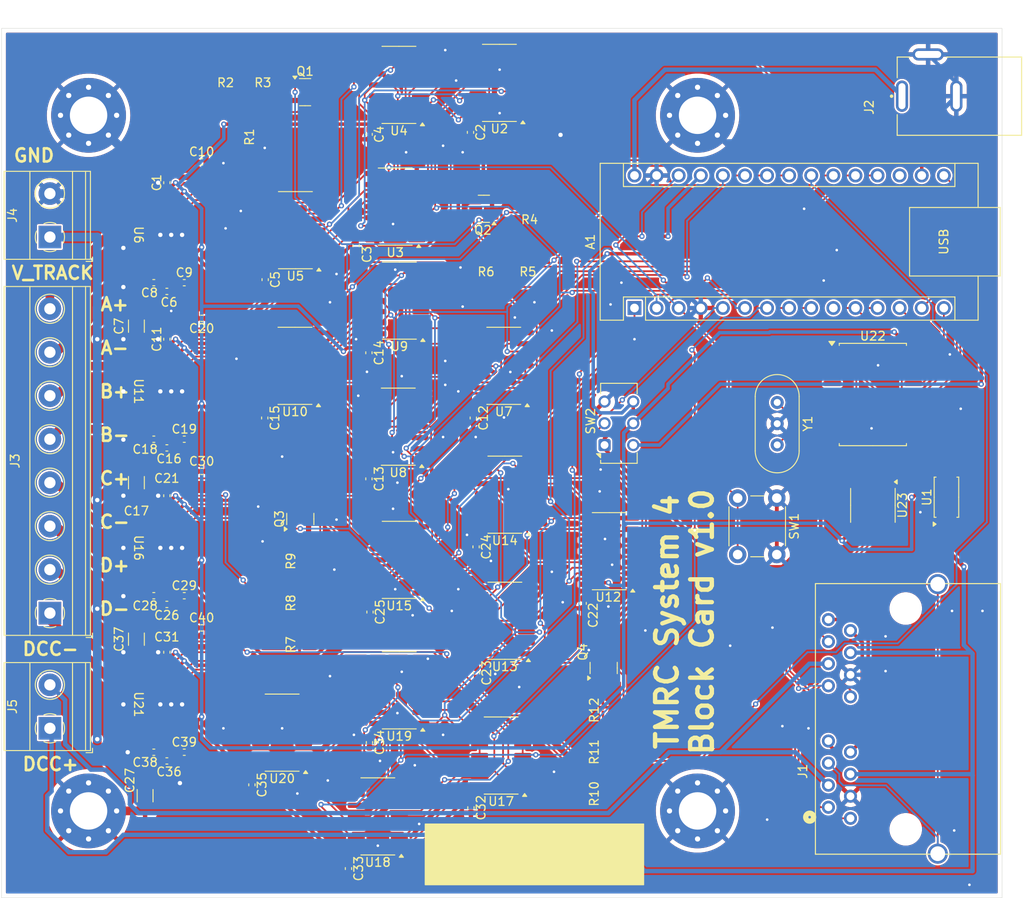
<source format=kicad_pcb>
(kicad_pcb (version 20240108) (generator "pcbnew") (generator_version "8.0")
  (layers (0 "F.Cu" signal) (31 "B.Cu" signal) (34 "B.Paste" user) (35 "F.Paste" user) (36 "B.SilkS" user "B.Silkscreen") (37 "F.SilkS" user "F.Silkscreen") (38 "B.Mask" user) (39 "F.Mask" user) (44 "Edge.Cuts" user))
  (net 0 "")
  (net 1 "/dir_D")
  (net 2 "/sense_A")
  (net 3 "/dcc_en_A")
  (net 4 "/pwm_C")
  (net 5 "GND")
  (net 6 "/dir_C")
  (net 7 "/pwm_D")
  (net 8 "+5V")
  (net 9 "/dcc_en_C")
  (net 10 "/dcc_en_D")
  (net 11 "/~{led}")
  (net 13 "/~{reset}")
  (net 14 "/copi")
  (net 15 "/cs")
  (net 16 "VIN")
  (net 17 "/sck")
  (net 18 "/dcc_en_B")
  (net 19 "/dir_B")
  (net 20 "/dir_A")
  (net 21 "/sense_D")
  (net 22 "/dcc_p")
  (net 23 "+3.3V")
  (net 24 "/sense_B")
  (net 25 "/cipo")
  (net 26 "/pwm_A")
  (net 27 "/pwm_B")
  (net 28 "/sense_C")
  (net 29 "IOREF")
  (net 30 "Net-(U6-VCP)")
  (net 31 "VTRACK")
  (net 32 "Net-(U6-CPH)")
  (net 33 "Net-(U6-CPL)")
  (net 34 "Net-(U11-VCP)")
  (net 35 "Net-(U11-CPL)")
  (net 36 "Net-(U11-CPH)")
  (net 37 "Net-(U16-VCP)")
  (net 38 "Net-(U16-CPL)")
  (net 39 "Net-(U16-CPH)")
  (net 40 "Net-(U21-VCP)")
  (net 41 "Net-(U21-CPH)")
  (net 42 "Net-(U21-CPL)")
  (net 43 "/pwr_p")
  (net 44 "/raw_dcc_n")
  (net 45 "/pwr_n")
  (net 46 "/raw_dcc_p")
  (net 47 "/can_h")
  (net 48 "/can_shield")
  (net 49 "/can_l")
  (net 50 "/out2_D")
  (net 51 "/out1_B")
  (net 52 "/out1_C")
  (net 53 "/out1_D")
  (net 54 "/out2_C")
  (net 55 "/out1_A")
  (net 56 "/out2_A")
  (net 57 "/out2_B")
  (net 58 "Net-(Q1-D)")
  (net 59 "3v3_IOREF")
  (net 60 "Net-(Q2-D)")
  (net 61 "Net-(Q3-D)")
  (net 62 "Net-(Q4-D)")
  (net 63 "Net-(U6-FAULT_N)")
  (net 64 "Net-(U11-FAULT_N)")
  (net 65 "Net-(U16-FAULT_N)")
  (net 66 "Net-(U21-FAULT_N)")
  (net 67 "Net-(U2-Pad8)")
  (net 68 "Net-(U2-Pad6)")
  (net 69 "Net-(U2-Pad12)")
  (net 70 "Net-(U3-Pad12)")
  (net 71 "Net-(U3-Pad6)")
  (net 72 "Net-(U3-Pad8)")
  (net 73 "Net-(U4-Pad8)")
  (net 74 "Net-(U4-Pad12)")
  (net 75 "Net-(U4-Pad6)")
  (net 76 "Net-(U6-EN_IN1)")
  (net 77 "Net-(U6-PH_IN2)")
  (net 82 "Net-(U7-Pad8)")
  (net 83 "Net-(U7-Pad6)")
  (net 84 "Net-(U7-Pad12)")
  (net 85 "Net-(U10-Pad1)")
  (net 86 "Net-(U10-Pad13)")
  (net 87 "Net-(U10-Pad2)")
  (net 88 "Net-(U10-Pad4)")
  (net 89 "Net-(U10-Pad5)")
  (net 90 "Net-(U10-Pad3)")
  (net 91 "Net-(U11-EN_IN1)")
  (net 92 "Net-(U11-PH_IN2)")
  (net 97 "Net-(U12-Pad12)")
  (net 98 "Net-(U12-Pad6)")
  (net 99 "Net-(U12-Pad8)")
  (net 100 "Net-(U13-Pad8)")
  (net 101 "Net-(U13-Pad6)")
  (net 102 "Net-(U13-Pad12)")
  (net 103 "Net-(U14-Pad6)")
  (net 104 "Net-(U14-Pad12)")
  (net 105 "Net-(U14-Pad8)")
  (net 109 "Net-(U16-EN_IN1)")
  (net 111 "Net-(U16-PH_IN2)")
  (net 112 "Net-(U17-Pad8)")
  (net 113 "Net-(U17-Pad12)")
  (net 114 "Net-(U17-Pad6)")
  (net 115 "Net-(U18-Pad6)")
  (net 116 "Net-(U18-Pad12)")
  (net 117 "Net-(U18-Pad8)")
  (net 118 "Net-(U19-Pad6)")
  (net 119 "Net-(U19-Pad8)")
  (net 120 "Net-(U19-Pad12)")
  (net 122 "Net-(U21-PH_IN2)")
  (net 125 "Net-(U21-EN_IN1)")
  (net 128 "Net-(U22-TXCAN)")
  (net 132 "Net-(U22-OSC2)")
  (net 134 "Net-(U22-RXCAN)")
  (net 136 "Net-(U22-OSC1)")
  (footprint "Capacitor_SMD:C_0402_1005Metric_Pad0.74x0.62mm_HandSolder" (layer "F.Cu") (at 43 88.95)
    (property "Reference" "C40")
    (property "Value" "C22n")
  )
  (footprint "Package_SO:SOIC-14_3.9x8.7mm_P1.27mm" (layer "F.Cu") (at 65.675 26.5 180)
    (property "Reference" "U4")
    (property "Value" "7410")
  )
  (footprint "TerminalBlock_Phoenix:TerminalBlock_Phoenix_MKDS-1,5-2_1x02_P5.00mm_Horizontal" (layer "F.Cu") (at 25.555 100.5 90)
    (property "Reference" "J5")
    (property "Value" "Screw_Terminal_01x02")
  )
  (footprint "Capacitor_SMD:C_0402_1005Metric_Pad0.74x0.62mm_HandSolder" (layer "F.Cu") (at 74.225 64.81 -90)
    (property "Reference" "C12")
    (property "Value" "C100n")
  )
  (footprint "Capacitor_SMD:C_0402_1005Metric_Pad0.74x0.62mm_HandSolder" (layer "F.Cu") (at 43 53.35 180)
    (property "Reference" "C20")
    (property "Value" "C22n")
  )
  (footprint "TerminalBlock_Phoenix:TerminalBlock_Phoenix_MKDS-1,5-2_1x02_P5.00mm_Horizontal" (layer "F.Cu") (at 25.555 44 90)
    (property "Reference" "J4")
    (property "Value" "Screw_Terminal_01x02")
  )
  (footprint "Capacitor_SMD:C_1206_3216Metric_Pad1.33x1.80mm_HandSolder" (layer "F.Cu") (at 36.5 108.25 -90)
    (property "Reference" "C27")
    (property "Value" "C10u")
  )
  (footprint "Module:Arduino_Nano" (layer "F.Cu") (at 92.75 52.16 90)
    (property "Reference" "A1")
    (property "Value" "Arduino_Nano_v3.x")
  )
  (footprint "Capacitor_SMD:C_0402_1005Metric_Pad0.74x0.62mm_HandSolder" (layer "F.Cu") (at 39 73.75 90)
    (property "Reference" "C21")
    (property "Value" "C100n")
  )
  (footprint "Package_SO:SOIC-14_3.9x8.7mm_P1.27mm" (layer "F.Cu") (at 65.25 40.5 180)
    (property "Reference" "U3")
    (property "Value" "7410")
  )
  (footprint "Package_SO:SOIC-14_3.9x8.7mm_P1.27mm" (layer "F.Cu") (at 77.725 58.81 180)
    (property "Reference" "U7")
    (property "Value" "7410")
  )
  (footprint "Resistor_SMD:R_01005_0402Metric_Pad0.57x0.30mm_HandSolder" (layer "F.Cu") (at 45.75 27.25)
    (property "Reference" "R2")
    (property "Value" "R1k43")
  )
  (footprint "Capacitor_SMD:C_1206_3216Metric_Pad1.33x1.80mm_HandSolder" (layer "F.Cu") (at 35.5 72.25 -90)
    (property "Reference" "C17")
    (property "Value" "C10u")
  )
  (footprint "54-00166:TENSILITY_54-00166" (layer "F.Cu") (at 129.75 27.8 90)
    (property "Reference" "J2")
    (property "Value" "54-00166")
  )
  (footprint "Resistor_SMD:R_01005_0402Metric_Pad0.57x0.30mm_HandSolder" (layer "F.Cu") (at 80.69 41 180)
    (property "Reference" "R4")
    (property "Value" "R47k")
  )
  (footprint "Resistor_SMD:R_01005_0402Metric_Pad0.57x0.30mm_HandSolder" (layer "F.Cu") (at 54.25 90.895 90)
    (property "Reference" "R7")
    (property "Value" "R47k")
  )
  (footprint "Package_SO:SOIC-8_3.9x4.9mm_P1.27mm" (layer "F.Cu") (at 120.155 74.8603 -90)
    (property "Reference" "U23")
    (property "Value" "MCP2562-E-SN")
  )
  (footprint "Capacitor_SMD:C_0402_1005Metric_Pad0.74x0.62mm_HandSolder" (layer "F.Cu") (at 62.225 71.81 -90)
    (property "Reference" "C13")
    (property "Value" "C100n")
  )
  (footprint "DRV8874:PWP0016J_NV" (layer "F.Cu") (at 39.42 97.75 -90)
    (property "Reference" "U21")
    (property "Value" "DRV8874PWPR")
  )
  (footprint "MountingHole:MountingHole_4.3mm_M4_Pad_Via" (layer "F.Cu") (at 100 110)
    (property "Reference" "H3" (hide yes))
    (property "Value" "MountingHole_Pad")
  )
  (footprint "Capacitor_SMD:C_0402_1005Metric_Pad0.74x0.62mm_HandSolder" (layer "F.Cu") (at 41 49.25)
    (property "Reference" "C9")
    (property "Value" "C22n")
  )
  (footprint "Capacitor_SMD:C_0402_1005Metric_Pad0.74x0.62mm_HandSolder" (layer "F.Cu") (at 62.25 32.19 -90)
    (property "Reference" "C4")
    (property "Value" "C100n")
  )
  (footprint "Package_SO:SOIC-18W_7.5x11.6mm_P1.27mm" (layer "F.Cu") (at 120.15 62.11)
    (property "Reference" "U22")
    (property "Value" "MCP2515-xSO")
  )
  (footprint "DRV8874:PWP0016J_NV" (layer "F.Cu") (at 39.42 43.75 -90)
    (property "Reference" "U6")
    (property "Value" "DRV8874PWPR")
  )
  (footprint "Capacitor_SMD:C_0402_1005Metric_Pad0.74x0.62mm_HandSolder" (layer "F.Cu") (at 37.5 85.25 180)
    (property "Reference" "C28")
    (property "Value" "C100n")
  )
  (footprint "Package_SO:SOIC-14_3.9x8.7mm_P1.27mm" (layer "F.Cu") (at 65.725 51.31 180)
    (property "Reference" "U9")
    (property "Value" "7410")
  )
  (footprint "Resistor_SMD:R_01005_0402Metric_Pad0.57x0.30mm_HandSolder" (layer "F.Cu") (at 75.69 47 180)
    (property "Reference" "R6")
    (property "Value" "R732")
  )
  (footprint "Resistor_SMD:R_01005_0402Metric_Pad0.57x0.30mm_HandSolder" (layer "F.Cu") (at 47.5 32.5 -90)
    (property "Reference" "R1")
    (property "Value" "R47k")
  )
  (footprint "Package_SO:SOIC-14_3.9x8.7mm_P1.27mm" (layer "F.Cu") (at 65.715 96.13 180)
    (property "Reference" "U19")
    (property "Value" "7410")
  )
  (footprint "Package_TO_SOT_SMD:SOT-23" (layer "F.Cu") (at 89.2099 93.5625 90)
    (property "Reference" "Q4")
    (property "Value" "AO3400A")
  )
  (footprint "Resistor_SMD:R_01005_0402Metric_Pad0.57x0.30mm_HandSolder" (layer "F.Cu") (at 54.25 81.275 90)
    (property "Reference" "R9")
    (property "Value" "R732")
  )
  (footprint "TerminalBlock_Phoenix:TerminalBlock_Phoenix_MKDS-1,5-8_1x08_P5.00mm_Horizontal" (layer "F.Cu") (at 25.555 87.25 90)
    (property "Reference" "J3")
    (property "Value" "Screw_Terminal_01x08")
  )
  (footprint "Capacitor_SMD:C_0402_1005Metric_Pad0.74x0.62mm_HandSolder" (layer "F.Cu") (at 43 70.95)
    (property "Reference" "C30")
    (property "Value" "C22n")
  )
  (footprint "Package_SO:SOIC-14_3.9x8.7mm_P1.27mm" (layer "F.Cu") (at 53.725 58.81 180)
    (property "Reference" "U10")
    (property "Value" "7410")
  )
  (footprint "Capacitor_SMD:C_0402_1005Metric_Pad0.74x0.62mm_HandSolder" (layer "F.Cu") (at 50.25 64.81 -90)
    (property "Reference" "C15")
    (property "Value" "C100n")
  )
  (footprint "Capacitor_SMD:C_0402_1005Metric_Pad0.74x0.62mm_HandSolder" (layer "F.Cu") (at 74.545 79.63 -90)
    (property "Reference" "C24")
    (property "Value" "C100n")
  )
  (footprint "Capacitor_SMD:C_0402_1005Metric_Pad0.74x0.62mm_HandSolder" (layer "F.Cu") (at 39 50.25)
    (property "Reference" "C6")
    (property "Value" "C100n")
  )
  (footprint "Resistor_SMD:R_01005_0402Metric_Pad0.57x0.30mm_HandSolder" (layer "F.Cu") (at 89.1224 108.0325 90)
    (property "Reference" "R10")
    (property "Value" "R47k")
  )
  (footprint "Resistor_SMD:R_01005_0402Metric_Pad0.57x0.30mm_HandSolder" (layer "F.Cu") (at 89.1224 98.4125 90)
    (property "Reference" "R12")
    (property "Value" "R732")
  )
  (footprint "Package_SO:SOIC-14_3.9x8.7mm_P1.27mm" (layer "F.Cu") (at 65.6 65.81 180)
    (property "Reference" "U8")
    (property "Value" "7410")
  )
  (footprint "Resistor_SMD:R_01005_0402Metric_Pad0.57x0.30mm_HandSolder" (layer "F.Cu") (at 50.035 27.25)
    (property "Reference" "R3")
    (property "Value" "R732")
  )
  (footprint "Resistor_SMD:R_01005_0402Metric_Pad0.57x0.30mm_HandSolder" (layer "F.Cu") (at 80.5 47 180)
    (property "Reference" "R5")
    (property "Value" "R1k43")
  )
  (footprint "Package_SO:SOIC-14_3.9x8.7mm_P1.27mm" (layer "F.Cu") (at 77.85 73.63 180)
    (property "Reference" "U14")
    (property "Value" "7410")
  )
  (footprint "Capacitor_SMD:C_1206_3216Metric_Pad1.33x1.80mm_HandSolder" (layer "F.Cu") (at 35.5 90.25 -90)
    (property "Reference" "C37")
    (property "Value" "C10u")
  )
  (footprint "A00_216_262_450:EDAC_A00-216-262-450" (layer "F.Cu") (at 124.185 99.42 90)
    (property "Reference" "J1")
    (property "Value" "A00-216-262-450")
  )
  (footprint "Package_SO:SOIC-14_3.9x8.7mm_P1.27mm" (layer "F.Cu") (at 65.705 81.13 180)
    (property "Reference" "U15")
    (property "Value" "7410")
  )
  (footprint "Package_SO:SOP-4_4.4x2.6mm_P1.27mm" (layer "F.Cu") (at 128.61 73.92 90)
    (property "Reference" "U1")
    (property "Value" "ACPL-214-500E")
  )
  (footprint "Capacitor_SMD:C_1206_3216Metric_Pad1.33x1.80mm_HandSolder" (layer "F.Cu") (at 35.5 54.25 -90)
    (property "Reference" "C7")
    (property "Value" "C10u")
  )
  (footprint "Capacitor_SMD:C_0402_1005Metric_Pad0.74x0.62mm_HandSolder" (layer "F.Cu") (at 41 85.25)
    (property "Reference" "C29")
    (property "Value" "C22n")
  )
  (footprint "Capacitor_SMD:C_0402_1005Metric_Pad0.74x0.62mm_HandSolder" (layer "F.Cu") (at 39 104.25)
    (property "Reference" "C36")
    (property "Value" "C100n")
  )
  (footprint "Capacitor_SMD:C_0402_1005Metric_Pad0.74x0.62mm_HandSolder" (layer "F.Cu") (at 73.9 31.96 -90)
    (property "Reference" "C2")
    (property "Value" "C100n")
  )
  (footprint "Capacitor_SMD:C_0402_1005Metric_Pad0.74x0.62mm_HandSolder" (layer "F.Cu") (at 39 91.75 90)
    (property "Reference" "C31")
    (property "Value" "C100n")
  )
  (footprint "Button_Switch_THT:SW_CK_JS202011CQN_DPDT_Straight" (layer "F.Cu") (at 89.31 67.92 90)
    (property "Reference" "SW2")
    (property "Value" "SW_Slide_DPDT")
  )
  (footprint "Capacitor_SMD:C_0402_1005Metric_Pad0.74x0.62mm_HandSolder" (layer "F.Cu") (at 39 55.75 90)
    (property "Reference" "C11")
    (property "Value" "C100n")
  )
  (footprint "Capacitor_SMD:C_0402_1005Metric_Pad0.74x0.62mm_HandSolder" (layer "F.Cu") (at 39 37.75 90)
    (property "Reference" "C1")
    (property "Value" "C100n")
  )
  (footprint "Package_TO_SOT_SMD:SOT-23" (layer "F.Cu") (at 75.44 40.75 180)
    (property "Reference" "Q2")
    (property "Value" "AO3400A")
  )
  (footprint "Capacitor_SMD:C_0402_1005Metric_Pad0.74x0.62mm_HandSolder" (layer "F.Cu") (at 74.595 94.13 -90)
    (property "Reference" "C23")
    (property "Value" "C100n")
  )
  (footprint "Package_SO:SOIC-14_3.9x8.7mm_P1.27mm" (layer "F.Cu") (at 89.85 80.13 180)
    (property "Reference" "U12")
    (property "Value" "7410")
  )
  (footprint "Capacitor_SMD:C_0402_1005Metric_Pad0.74x0.62mm_HandSolder" (layer "F.Cu") (at 41 103.25)
    (property "Reference" "C39")
    (property "Value" "C22n")
  )
  (footprint "DRV8874:PWP0016J_NV" (layer "F.Cu") (at 39.42 79.75 -90)
    (property "Reference" "U16")
    (property "Value" "DRV8874PWPR")
  )
  (footprint "Capacitor_SMD:C_0402_1005Metric_Pad0.74x0.62mm_HandSolder" (layer "F.Cu") (at 50.3 48.9 -90)
    (property "Reference" "C5")
    (property "Value" "C100n")
  )
  (footprint "Package_SO:SOIC-14_3.9x8.7mm_P1.27mm" (layer "F.Cu") (at 77.85 88.13 180)
    (property "Reference" "U13")
    (property "Value" "7410")
  )
  (footprint "Package_SO:SOIC-14_3.9x8.7mm_P1.27mm" (layer "F.Cu") (at 63.25 110.63 180)
    (property "Reference" "U18")
    (property "Value" "7410")
  )
  (footprint "MountingHole:MountingHole_4.3mm_M4_Pad_Via" (layer "F.Cu") (at 30 110)
    (property "Reference" "H2" (hide yes))
    (property "Value" "MountingHole_Pad")
  )
  (footprint "Button_Switch_THT:SW_PUSH_6mm_H4.3mm" (layer "F.Cu") (at 109.11 74.02 -90)
    (property "Reference" "SW1")
    (property "Value" "SW_Push")
  )
  (footprint "Capacitor_SMD:C_0402_1005Metric_Pad0.74x0.62mm_HandSolder" (layer "F.Cu") (at 62.29 102.13 -90)
    (property "Reference" "C34")
    (property "Value" "C100n")
  )
  (footprint "Capacitor_SMD:C_0402_1005Metric_Pad0.74x0.62mm_HandSolder" (layer "F.Cu") (at 39 86.25)
    (property "Reference" "C26")
    (property "Value" "C100n")
  )
  (footprint "Capacitor_SMD:C_0402_1005Metric_Pad0.74x0.62mm_HandSolder" (layer "F.Cu") (at 59.875 116.63 -90)
    (property "Reference" "C33")
    (property "Value" "C100n")
  )
  (footprint "Capacitor_SMD:C_0402_1005Metric_Pad0.74x0.62mm_HandSolder" (layer "F.Cu") (at 86.85 86.13 -90)
    (property "Reference" "C22")
    (property "Value" "C100n")
  )
  (footprint "Package_SO:SOIC-14_3.9x8.7mm_P1.27mm" (layer "F.Cu") (at 52.25 101 180)
    (property "Reference" "U20")
    (property "Value" "7410")
  )
  (footprint "Resistor_SMD:R_01005_0402Metric_Pad0.57x0.30mm_HandSolder" (layer "F.Cu") (at 54.25 86.085 90)
    (property "Reference" "R8")
    (property "Value" "R1k43")
  )
  (footprint "Capacitor_SMD:C_0402_1005Metric_Pad0.74x0.62mm_HandSolder" (layer "F.Cu") (at 37.5 67.25 180)
    (property "Reference" "C18")
    (property "Value" "C100n")
  )
  (footprint "Capacitor_SMD:C_0402_1005Metric_Pad0.74x0.62mm_HandSolder" (layer "F.Cu") (at 60.75 45 -90)
    (property "Reference" "C3")
    (property "Value" "C100n")
  )
  (footprint "Capacitor_SMD:C_0402_1005Metric_Pad0.74x0.62mm_HandSolder" (layer "F.Cu") (at 62.35 87.13 -90)
    (property "Reference" "C25")
    (property "Value" "C100n")
  )
  (footprint "Package_SO:SOIC-14_3.9x8.7mm_P1.27mm" (layer "F.Cu") (at 77.425 103.63 180)
    (property "Reference" "U17")
    (property "Value" "7410")
  )
  (footprint "Capacitor_SMD:C_0402_1005Metric_Pad0.74x0.62mm_HandSolder" (layer "F.Cu") (at 37.5 103.25 180)
    (property "Reference" "C38")
    (property "Value" "C100n")
  )
  (footprint "Capacitor_SMD:C_0402_1005Metric_Pad0.74x0.62mm_HandSolder" (layer "F.Cu") (at 37.5 49.25 180)
    (property "Reference" "C8")
    (property "Value" "C100n")
  )
  (footprint "Package_TO_SOT_SMD:SOT-23" (layer "F.Cu") (at 54.3375 76.425 90)
    (property "Reference" "Q3")
    (property "Value" "AO3400A")
  )
  (footprint "MountingHole:MountingHole_4.3mm_M4_Pad_Via" (layer "F.Cu") (at 100 30)
    (property "Reference" "H4" (hide yes))
    (property "Value" "MountingHole_Pad")
  )
  (footprint "Package_TO_SOT_SMD:SOT-23" (layer "F.Cu") (at 54.885 27.3375)
    (property "Reference" "Q1")
    (property "Value" "AO3400A")
  )
  (footprint "Resistor_SMD:R_01005_0402Metric_Pad0.57x0.30mm_HandSolder" (layer "F.Cu") (at 89.1224 103.2225 90)
    (property "Reference" "R11")
    (property "Value" "R1k43")
  )
  (footprint "Package_SO:SOIC-14_3.9x8.7mm_P1.27mm" (layer "F.Cu") (at 77.225 26.27 180)
    (property "Reference" "U2")
    (property "Value" "7410")
  )
  (footprint "Capacitor_SMD:C_0402_1005Metric_Pad0.74x0.62mm_HandSolder" (layer "F.Cu") (at 48.775 107 -90)
    (property "Reference" "C35")
    (property "Value" "C100n")
  )
  (footprint "Capacitor_SMD:C_0402_1005Metric_Pad0.74x0.62mm_HandSolder" (layer "F.Cu") (at 73.95 109.63 -90)
    (property "Reference" "C32")
    (property "Value" "C100n")
  )
  (footprint "Capacitor_SMD:C_0402_1005Metric_Pad0.74x0.62mm_HandSolder" (layer "F.Cu") (at 62.225 57.31 -90)
    (property "Reference" "C14")
    (property "Value" "C100n")
  )
  (footprint "MountingHole:MountingHole_4.3mm_M4_Pad_Via" (layer "F.Cu") (at 30 30)
    (property "Reference" "H1" (hide yes))
    (property "Value" "MountingHole_Pad")
  )
  (footprint "Capacitor_SMD:C_0402_1005Metric_Pad0.74x0.62mm_HandSolder" (layer "F.Cu") (at 43 35.35)
    (property "Reference" "C10")
    (property "Value" "C22n")
  )
  (footprint "DRV8874:PWP0016J_NV" (layer "F.Cu") (at 39.42 61.75 -90)
    (property "Reference" "U11")
    (property "Value" "DRV8874PWPR")
  )
  (footprint "Capacitor_SMD:C_0402_1005Metric_Pad0.74x0.62mm_HandSolder" (layer "F.Cu") (at 41 67.25)
    (property "Reference" "C19")
    (property "Value" "C22n")
  )
  (footprint "Capacitor_SMD:C_0402_1005Metric_Pad0.74x0.62mm_HandSolder" (layer "F.Cu") (at 39 68.25)
    (property "Reference" "C16")
    (property "Value" "C100n")
  )
  (footprint "Package_SO:SOIC-14_3.9x8.7mm_P1.27mm" (layer "F.Cu") (at 53.775 43.21 180)
    (property "Reference" "U5")
    (property "Value" "7410")
  )
  (footprint "Crystal:Crystal_HC49-U-3Pin_Vertical" (layer "F.Cu") (at 109.155 63.025 -90)
    (property "Reference" "Y1")
    (property "Value" "16.0 MHz,  22pF")
  )
  (gr_rect (start 68.6875 111.5) (end 93.8125 118.5) (stroke (width 0.1)) (fill solid) (layer "F.SilkS"))
  (gr_rect (start 20 20) (end 135 120) (stroke (width 0.05)) (fill none) (layer "Edge.Cuts"))
  (gr_text "D+" (at 33 81.75 0) (layer "F.SilkS") (effects (font (size 1.5 1.5) (thickness 0.3) (bold yes))))
  (gr_text "D-" (at 33 86.75 0) (layer "F.SilkS") (effects (font (size 1.5 1.5) (thickness 0.3) (bold yes))))
  (gr_text "DCC-" (at 22.25 92.25 0) (layer "F.SilkS") (effects (font (size 1.5 1.5) (thickness 0.3) (bold yes)) (justify left bottom)))
  (gr_text "V_TRACK" (at 21 49 0) (layer "F.SilkS") (effects (font (size 1.5 1.5) (thickness 0.3) (bold yes)) (justify left bottom)))
  (gr_text "B+" (at 33 61.75 0) (layer "F.SilkS") (effects (font (size 1.5 1.5) (thickness 0.3) (bold yes))))
  (gr_text "A-" (at 33 56.75 0) (layer "F.SilkS") (effects (font (size 1.5 1.5) (thickness 0.3) (bold yes))))
  (gr_text "DCC+" (at 22.25 105.5 0) (layer "F.SilkS") (effects (font (size 1.5 1.5) (thickness 0.3) (bold yes)) (justify left bottom)))
  (gr_text "GND" (at 21.25 35.5 0) (layer "F.SilkS") (effects (font (size 1.5 1.5) (thickness 0.3) (bold yes)) (justify left bottom)))
  (gr_text "A+" (at 33 51.75 0) (layer "F.SilkS") (effects (font (size 1.5 1.5) (thickness 0.3) (bold yes))))
  (gr_text "C+" (at 33 71.75 0) (layer "F.SilkS") (effects (font (size 1.5 1.5) (thickness 0.3) (bold yes))))
  (gr_text "C-" (at 33 76.75 0) (layer "F.SilkS") (effects (font (size 1.5 1.5) (thickness 0.3) (bold yes))))
  (gr_text "B-" (at 33 66.75 0) (layer "F.SilkS") (effects (font (size 1.5 1.5) (thickness 0.3) (bold yes))))
  (gr_text "TMRC System 4\nBlock Card v1.0" (at 98.5 88.25 90) (layer "F.SilkS") (effects (font (size 2.5 2.5) (thickness 0.5) (bold yes))))
  (segment (start 99.6769 57.3186) (end 99.6769 77.7392) (width 0.2) (layer "F.Cu") (net 1))
  (segment (start 65.8948 104.157) (end 65.8948 100.344) (width 0.2) (layer "F.Cu") (net 1))
  (segment (start 60.417 113.17) (end 56.7212 109.474) (width 0.2) (layer "F.Cu") (net 1))
  (segment (start 63.24 96.13) (end 63.5935 96.13) (width 0.2) (layer "F.Cu") (net 1))
  (segment (start 79.9 103.63) (end 79.9 104.9) (width 0.2) (layer "F.Cu") (net 1))
  (segment (start 79.9 102.36) (end 79.9 103.546) (width 0.2) (layer "F.Cu") (net 1))
  (segment (start 63.5935 96.13) (end 64.5868 97.1233) (width 0.2) (layer "F.Cu") (net 1))
  (segment (start 65.8948 100.344) (end 64.2203 98.67) (width 0.2) (layer "F.Cu") (net 1))
  (segment (start 60.775 113.17) (end 60.417 113.17) (width 0.2) (layer "F.Cu") (net 1))
  (segment (start 64.5868 98.3035) (end 64.2203 98.67) (width 0.2) (layer "F.Cu") (net 1))
  (segment (start 64.2203 98.67) (end 63.24 98.67) (width 0.2) (layer "F.Cu") (net 1))
  (segment (start 64.5868 97.1233) (end 64.5868 98.3035) (width 0.2) (layer "F.Cu") (net 1))
  (segment (start 79.9 103.546) (end 79.9 103.63) (width 0.2) (layer "F.Cu") (net 1))
  (segment (start 79.9 103.546) (end 81.405 103.546) (width 0.2) (layer "F.Cu") (net 1))
  (segment (start 99.3458 56.9875) (end 99.6769 57.3186) (width 0.2) (layer "F.Cu") (net 1))
  (segment (start 56.7212 109.474) (end 56.7212 109.26) (width 0.2) (layer "F.Cu") (net 1))
  (via (at 81.405 103.546) (size 0.6) (drill 0.3) (layers "F.Cu" "B.Cu") (net 1))
  (via (at 56.7212 109.26) (size 0.6) (drill 0.3) (layers "F.Cu" "B.Cu") (net 1))
  (via (at 99.6769 77.7392) (size 0.6) (drill 0.3) (layers "F.Cu" "B.Cu") (net 1))
  (via (at 65.8948 104.157) (size 0.6) (drill 0.3) (layers "F.Cu" "B.Cu") (net 1))
  (via (at 99.3458 56.9875) (size 0.6) (drill 0.3) (layers "F.Cu" "B.Cu") (net 1))
  (segment (start 105.924 53.2617) (end 103.072 53.2617) (width 0.2) (layer "B.Cu") (net 1))
  (segment (start 106.888 52.16) (end 106.888 52.2978) (width 0.2) (layer "B.Cu") (net 1))
  (segment (start 60.792 109.26) (end 65.8948 104.157) (width 0.2) (layer "B.Cu") (net 1))
  (segment (start 107.99 52.16) (end 106.888 52.16) (width 0.2) (layer "B.Cu") (net 1))
  (segment (start 66.5064 103.546) (end 65.8948 104.157) (width 0.2) (layer "B.Cu") (net 1))
  (segment (start 106.888 52.2978) (end 105.924 53.2617) (width 0.2) (layer "B.Cu") (net 1))
  (segment (start 81.405 103.546) (end 66.5064 103.546) (width 0.2) (layer "B.Cu") (net 1))
  (segment (start 56.7212 109.26) (end 60.792 109.26) (width 0.2) (layer "B.Cu") (net 1))
  (segment (start 99.6769 77.7392) (end 99.6769 88.2364) (width 0.2) (layer "B.Cu") (net 1))
  (segment (start 99.6769 88.2364) (end 84.3677 103.546) (width 0.2) (layer "B.Cu") (net 1))
  (segment (start 103.072 53.2617) (end 99.3458 56.9875) (width 0.2) (layer "B.Cu") (net 1))
  (segment (start 84.3677 103.546) (end 81.405 103.546) (width 0.2) (layer "B.Cu") (net 1))
  (segment (start 45.4125 27.25) (end 45.4125 25) (width 0.2) (layer "F.Cu") (net 2))
  (segment (start 39.5013 36.515) (end 40.75 35.2663) (width 0.2) (layer "F.Cu") (net 2))
  (segment (start 40.75 35.2663) (end 40.75 29.6335) (width 0.2) (layer "F.Cu") (net 2))
  (segment (start 119.588 36.92) (end 119.588 36.7823) (width 0.2) (layer "F.Cu") (net 2))
  (segment (start 37.735 36.515) (end 39.5013 36.515) (width 0.2) (layer "F.Cu") (net 2))
  (segment (start 104.254 21.4482) (end 48.9353 21.4482) (width 0.2) (layer "F.Cu") (net 2))
  (segment (start 45.4125 25) (end 45.398 24.9855) (width 0.2) (layer "F.Cu") (net 2))
  (segment (start 37 37.25) (end 37.735 36.515) (width 0.2) (layer "F.Cu") (net 2))
  (segment (start 40.75 29.6335) (end 45.31675 25.06675) (width 0.2) (layer "F.Cu") (net 2))
  (segment (start 37 38.1924) (end 37 37.25) (width 0.2) (layer "F.Cu") (net 2))
  (segment (start 120.69 36.92) (end 119.588 36.92) (width 0.2) (layer "F.Cu") (net 2))
  (segment (start 42.4325 35.3829) (end 42.4325 35.35) (width 0.2) (layer "F.Cu") (net 2))
  (segment (start 41.3004 36.515) (end 42.4325 35.3829) (width 0.2) (layer "F.Cu") (net 2))
  (segment (start 48.9353 21.4482) (end 45.31675 25.06675) (width 0.2) (layer "F.Cu") (net 2))
  (segment (start 119.588 36.7823) (end 104.254 21.4482) (width 0.2) (layer "F.Cu") (net 2))
  (segment (start 45.398 24.9855) (end 45.31675 25.06675) (width 0.2) (layer "F.Cu") (net 2))
  (segment (start 38.445 40.85) (end 38.445 39.6374) (width 0.2) (layer "F.Cu") (net 2))
  (segment (start 39.5013 36.515) (end 41.3004 36.515) (width 0.2) (layer "F.Cu") (net 2))
  (segment (start 38.445 39.6374) (end 37 38.1924) (width 0.2) (layer "F.Cu") (net 2))
  (segment (start 74.2184 28.81) (end 72.5112 30.5172) (width 0.2) (layer "F.Cu") (net 3))
  (segment (start 69.4227 39.1617) (end 68.0844 40.5) (width 0.2) (layer "F.Cu") (net 3))
  (segment (start 104.348 36.8001) (end 103.366 35.8183) (width 0.2) (layer "F.Cu") (net 3))
  (segment (start 66.8727 27.4212) (end 66.8727 28.1496) (width 0.2) (layer "F.Cu") (net 3))
  (segment (start 105.45 36.92) (end 104.348 36.92) (width 0.2) (layer "F.Cu") (net 3))
  (segment (start 66.442 42.1989) (end 66.442 41.3626) (width 0.2) (layer "F.Cu") (net 3))
  (segment (start 66.8727 28.1496) (end 67.7631 29.04) (width 0.2) (layer "F.Cu") (net 3))
  (segment (start 67.7631 29.04) (end 68.15 29.04) (width 0.2) (layer "F.Cu") (net 3))
  (segment (start 69.4227 33.2074) (end 69.4227 39.1617) (width 0.2) (layer "F.Cu") (net 3))
  (segment (start 66.442 41.3626) (end 67.3046 40.5) (width 0.2) (layer "F.Cu") (net 3))
  (segment (start 79.7 28.81) (end 74.75 28.81) (width 0.2) (layer "F.Cu") (net 3))
  (segment (start 68.8181 29.04) (end 68.15 29.04) (width 0.2) (layer "F.Cu") (net 3))
  (segment (start 68.15 26.5) (end 67.7939 26.5) (width 0.2) (layer "F.Cu") (net 3))
  (segment (start 67.2831 43.04) (end 66.442 42.1989) (width 0.2) (layer "F.Cu") (net 3))
  (segment (start 67.7939 26.5) (end 66.8727 27.4212) (width 0.2) (layer "F.Cu") (net 3))
  (segment (start 66.8618 30.6465) (end 69.4227 33.2074) (width 0.2) (layer "F.Cu") (net 3))
  (segment (start 85.4383 35.8183) (end 79.7 30.08) (width 0.2) (layer "F.Cu") (net 3))
  (segment (start 67.725 43.04) (end 67.2831 43.04) (width 0.2) (layer "F.Cu") (net 3))
  (segment (start 67.7631 29.04) (end 66.8618 29.9413) (width 0.2) (layer "F.Cu") (net 3))
  (segment (start 104.348 36.92) (end 104.348 36.8001) (width 0.2) (layer "F.Cu") (net 3))
  (segment (start 68.0844 40.5) (end 67.725 40.5) (width 0.2) (layer "F.Cu") (net 3))
  (segment (start 66.8618 29.9413) (end 66.8618 30.6465) (width 0.2) (layer "F.Cu") (net 3))
  (segment (start 67.3046 40.5) (end 67.725 40.5) (width 0.2) (layer "F.Cu") (net 3))
  (segment (start 79.7 28.81) (end 79.7 30.08) (width 0.2) (layer "F.Cu") (net 3))
  (segment (start 69.6372 28.2209) (end 68.8181 29.04) (width 0.2) (layer "F.Cu") (net 3))
  (segment (start 103.366 35.8183) (end 85.4383 35.8183) (width 0.2) (layer "F.Cu") (net 3))
  (segment (start 74.75 28.81) (end 74.2184 28.81) (width 0.2) (layer "F.Cu") (net 3))
  (via (at 72.5112 30.5172) (size 0.6) (drill 0.3) (layers "F.Cu" "B.Cu") (net 3))
  (via (at 69.6372 28.2209) (size 0.6) (drill 0.3) (layers "F.Cu" "B.Cu") (net 3))
  (segment (start 70.2149 28.2209) (end 72.5112 30.5172) (width 0.2) (layer "B.Cu") (net 3))
  (segment (start 69.6372 28.2209) (end 70.2149 28.2209) (width 0.2) (layer "B.Cu") (net 3))
  (segment (start 77.0257 84.2524) (end 77.0257 84.3501) (width 0.2) (layer "F.Cu") (net 4))
  (segment (start 113.07 52.16) (end 111.968 52.16) (width 0.2) (layer "F.Cu") (net 4))
  (segment (start 94.1217 53.4461) (end 76.9125 70.6553) (width 0.2) (layer "F.Cu") (net 4))
  (segment (start 76.4778 71.09) (end 76.9125 70.6553) (width 0.2) (layer "F.Cu") (net 4))
  (segment (start 75.375 71.09) (end 76.4778 71.09) (width 0.2) (layer "F.Cu") (net 4))
  (segment (start 77.0257 84.3501) (end 75.7858 85.59) (width 0.2) (layer "F.Cu") (net 4))
  (segment (start 75.7858 85.59) (end 75.375 85.59) (width 0.2) (layer "F.Cu") (net 4))
  (segment (start 111.968 52.16) (end 111.968 52.0223) (width 0.2) (layer "F.Cu") (net 4))
  (segment (start 76.9125 70.6553) (end 77.3759 71.1187) (width 0.2) (layer "F.Cu") (net 4))
  (segment (start 110.565 50.6188) (end 95.2376 50.6188) (width 0.2) (layer "F.Cu") (net 4))
  (segment (start 111.968 52.0223) (end 110.565 50.6188) (width 0.2) (layer "F.Cu") (net 4))
  (segment (start 94.1217 51.7347) (end 94.1217 53.4461) (width 0.2) (layer "F.Cu") (net 4))
  (segment (start 95.2376 50.6188) (end 94.1217 51.7347) (width 0.2) (layer "F.Cu") (net 4))
  (via (at 77.3759 71.1187) (size 0.6) (drill 0.3) (layers "F.Cu" "B.Cu") (net 4))
  (via (at 77.0257 84.2524) (size 0.6) (drill 0.3) (layers "F.Cu" "B.Cu") (net 4))
  (segment (start 77.3759 71.1187) (end 77.3759 83.9022) (width 0.2) (layer "B.Cu") (net 4))
  (segment (start 77.3759 83.9022) (end 77.0257 84.2524) (width 0.2) (layer "B.Cu") (net 4))
  (segment (start 38.25 79.75) (end 38.855 79.75) (width 1) (layer "F.Cu") (net 5))
  (segment (start 38.5675 73.1825) (end 38 73.75) (width 0.44) (layer "F.Cu") (net 5))
  (segment (start 34 73.75) (end 35.4375 73.75) (width 1) (layer "F.Cu") (net 5))
  (segment (start 33.225 110) (end 30 110) (width 1) (layer "F.Cu") (net 5))
  (segment (start 37.145 100.65) (end 37.145 99.46) (width 0.44) (layer "F.Cu") (net 5))
  (segment (start 38.855 61.75) (end 39.42 61.75) (width 1) (layer "F.Cu") (net 5))
  (segment (start 118.98 109.71) (end 118.98 111.43) (width 0.5) (layer "F.Cu") (net 5))
  (segment (start 115.5 67.19) (end 113.385 69.305) (width 0.5) (layer "F.Cu") (net 5))
  (segment (start 39.5 61.83) (end 39.5 61.75) (width 0.44) (layer "F.Cu") (net 5))
  (segment (start 118.98 111.43) (end 118.16 112.25) (width 0.5) (layer "F.Cu") (net 5))
  (segment (start 38 79.75) (end 38.25 79.75) (width 1) (layer "F.Cu") (net 5))
  (segment (start 34.05 67.25) (end 36.9325 67.25) (width 0.44) (layer "F.Cu") (net 5))
  (segment (start 34 61.75) (end 38.25 61.75) (width 1) (layer "F.Cu") (net 5))
  (segment (start 41.045 46.65) (end 41.045 45.375) (width 0.44) (layer "F.Cu") (net 5))
  (segment (start 39.5 97.83) (end 39.5 97.75) (width 0.44) (layer "F.Cu") (net 5))
  (segment (start 38.855 43.75) (end 39.42 43.75) (width 1) (layer "F.Cu") (net 5))
  (segment (start 38 55.75) (end 38.5675 55.1825) (width 0.44) (layer "F.Cu") (net 5))
  (segment (start 38.855 97.75) (end 39.42 97.75) (width 1) (layer "F.Cu") (net 5))
  (segment (start 37.795 76.85) (end 37.795 78.125) (width 0.44) (layer "F.Cu") (net 5))
  (segment (start 34.05 85.25) (end 34 85.3) (width 0.44) (layer "F.Cu") (net 5))
  (segment (start 125.61 75.645) (end 123.75 75.645) (width 0.5) (layer "F.Cu") (net 5))
  (segment (start 34 97.75) (end 38.25 97.75) (width 1) (layer "F.Cu") (net 5))
  (segment (start 38.855 97.75) (end 39.42 97.75) (width 0.44) (layer "F.Cu") (net 5))
  (segment (start 37.145 81.46) (end 38.855 79.75) (width 0.44) (layer "F.Cu") (net 5))
  (segment (start 117.58 108.31) (end 118.98 109.71) (width 0.5) (layer "F.Cu") (net 5))
  (segment (start 39.5 97.75) (end 39.42 97.75) (width 0.44) (layer "F.Cu") (net 5))
  (segment (start 37.145 99.46) (end 38.855 97.75) (width 0.44) (layer "F.Cu") (net 5))
  (segment (start 38.855 79.75) (end 39.42 79.75) (width 0.44) (layer "F.Cu") (net 5))
  (segment (start 100 110) (end 102.2804 107.7196) (width 0.44) (layer "F.Cu") (net 5))
  (segment (start 41.045 63.375) (end 39.5 61.83) (width 0.44) (layer "F.Cu") (net 5))
  (segment (start 122.06 76.4947) (end 122.06 77.3353) (width 0.5) (layer "F.Cu") (net 5))
  (segment (start 38.25 43.75) (end 38.855 43.75) (width 1) (layer "F.Cu") (net 5))
  (segment (start 113.385 69.305) (end 108.575 69.305) (width 0.5) (layer "F.Cu") (net 5))
  (segment (start 113.385 69.305) (end 113.385 69.745) (width 0.5) (layer "F.Cu") (net 5))
  (segment (start 41.045 81.375) (end 39.5 79.83) (width 0.44) (layer "F.Cu") (net 5))
  (segment (start 128.461 75.645) (end 125.61 75.645) (width 0.5) (layer "F.Cu") (net 5))
  (segment (start 38.5675 55.1825) (end 39 55.1825) (width 0.44) (layer "F.Cu") (net 5))
  (segment (start 37.795 96.125) (end 39.42 97.75) (width 0.44) (layer "F.Cu") (net 5))
  (segment (start 38.855 79.75) (end 39.42 79.75) (width 1) (layer "F.Cu") (net 5))
  (segment (start 37.795 60.125) (end 39.42 61.75) (width 0.44) (layer "F.Cu") (net 5))
  (segment (start 34 45.25) (end 35.5 43.75) (width 1) (layer "F.Cu") (net 5))
  (segment (start 113.385 69.745) (end 109.11 74.02) (width 0.5) (layer "F.Cu") (net 5))
  (segment (start 34.5 49.25) (end 34 49.75) (width 0.44) (layer "F.Cu") (net 5))
  (segment (start 36.3125 110) (end 33.225 110) (width 1) (layer "F.Cu") (net 5))
  (segment (start 35.5 43.75) (end 38.25 43.75) (width 1) (layer "F.Cu") (net 5))
  (segment (start 38.855 43.75) (end 39.42 43.75) (width 0.44) (layer "F.Cu") (net 5))
  (segment (start 39.42 79.75) (end 39.42 79.75) (width 0.44) (layer "F.Cu") (net 5))
  (segment (start 40.5 106.8) (end 37.4875 109.812) (width 1) (layer "F.Cu") (net 5))
  (segment (start 39.42 97.75) (end 39.42 97.75) (width 0.44) (layer "F.Cu") (net 5))
  (segment (start 39.5 43.83) (end 39.5 43.75) (width 0.44) (layer "F.Cu") (net 5))
  (segment (start 120.79 72.3853) (end 120.79 75.2247) (width 0.5) (layer "F.Cu") (net 5))
  (segment (start 107.755 66.865) (end 109.155 65.465) (width 0.5) (layer "F.Cu") (net 5))
  (segment (start 37.145 82.65) (end 37.145 81.46) (width 0.44) (layer "F.Cu") (net 5))
  (segment (start 120.79 75.2247) (end 122.06 76.4947) (width 0.5) (layer "F.Cu") (net 5))
  (segment (start 121.61 93.92) (end 121.61 89.92) (width 0.5) (layer "F.Cu") (net 5))
  (segment (start 129.245 76.4295) (end 128.461 75.645) (width 0.5) (layer "F.Cu") (net 5))
  (segment (start 34 55.75) (end 35.4375 55.75) (width 1) (layer "F.Cu") (net 5))
  (segment (start 34 79.75) (end 38 79.75) (width 1) (layer "F.Cu") (net 5))
  (segment (start 39.5 79.75) (end 39.42 79.75) (width 0.44) (layer "F.Cu") (net 5))
  (segment (start 41.045 100.65) (end 41.045 99.375) (width 0.44) (layer "F.Cu") (net 5))
  (segment (start 36.9325 49.25) (end 34.5 49.25) (width 0.44) (layer "F.Cu") (net 5))
  (segment (start 36.5 109.812) (end 36.3125 110) (width 1) (layer "F.Cu") (net 5))
  (segment (start 41.045 82.65) (end 41.045 81.375) (width 0.44) (layer "F.Cu") (net 5))
  (segment (start 129.245 77.1075) (end 129.245 76.4295) (width 0.5) (layer "F.Cu") (net 5))
  (segment (start 34 91.75) (end 34.0625 91.8125) (width 1) (layer "F.Cu") (net 5))
  (segment (start 39 37.1825) (end 38.5675 37.1825) (width 0.44) (layer "F.Cu") (net 5))
  (segment (start 34 67.3) (end 34.05 67.25) (width 0.44) (layer "F.Cu") (net 5))
  (segment (start 108.575 69.305) (end 107.755 68.4849) (width 0.5) (layer "F.Cu") (net 5))
  (segment (start 109.11 74.02) (end 109.11 80.52) (width 0.44) (layer "F.Cu") (net 5))
  (segment (start 108.61 105.92) (end 108.61 88.92) (width 0.5) (layer "F.Cu") (net 5))
  (segment (start 102.2804 107.7196) (end 104.08 105.92) (width 0.44) (layer "F.Cu") (net 5))
  (segment (start 36.9325 85.25) (end 34.05 85.25) (width 0.44) (layer "F.Cu") (net 5))
  (segment (start 37.795 78.125) (end 39.42 79.75) (width 0.44) (layer "F.Cu") (net 5))
  (segment (start 34.0625 91.8125) (end 35.5 91.8125) (width 1) (layer "F.Cu") (net 5))
  (segment (start 39 73.1825) (end 38.5675 73.1825) (width 0.44) (layer "F.Cu") (net 5))
  (segment (start 39.5 79.83) (end 39.5 79.75) (width 0.44) (layer "F.Cu") (net 5))
  (segment (start 37.4875 109.812) (end 36.5 109.812) (width 1) (layer "F.Cu") (net 5))
  (segment (start 37.795 94.85) (end 37.795 96.125) (width 0.44) (layer "F.Cu") (net 5))
  (segment (start 114.94 112.25) (end 108.61 105.92) (width 0.5) (layer "F.Cu") (net 5))
  (segment (start 38.25 97.75) (end 38.855 97.75) (width 1) (layer "F.Cu") (net 5))
  (segment (start 37.145 63.46) (end 38.855 61.75) (width 0.44) (layer "F.Cu") (net 5))
  (segment (start 38.5675 37.1825) (end 38 37.75) (width 0.44) (layer "F.Cu") (net 5))
  (segment (start 39.42 43.75) (end 39.42 43.75) (width 0.44) (layer "F.Cu") (net 5))
  (segment (start 41.045 45.375) (end 39.5 43.83) (width 0.44) (layer "F.Cu") (net 5))
  (segment (start 107.755 68.4849) (end 107.755 66.865) (width 0.5) (layer "F.Cu") (net 5))
  (segment (start 35.4375 55.75) (end 35.5 55.8125) (width 1) (layer "F.Cu") (net 5))
  (segment (start 41.045 99.375) (end 39.5 97.83) (width 0.44) (layer "F.Cu") (net 5))
  (segment (start 35.4375 73.75) (end 35.5 73.8125) (width 1) (layer "F.Cu") (net 5))
  (segment (start 41.045 64.65) (end 41.045 63.375) (width 0.44) (layer "F.Cu") (net 5))
  (segment (start 123.75 75.645) (end 122.06 77.3353) (width 0.5) (layer "F.Cu") (net 5))
  (segment (start 37.145 64.65) (end 37.145 63.46) (width 0.44) (layer "F.Cu") (net 5))
  (segment (start 39.5 61.75) (end 39.42 61.75) (width 0.44) (layer "F.Cu") (net 5))
  (segment (start 36.9325 103.25) (end 34.5 103.25) (width 0.44) (layer "F.Cu") (net 5))
  (segment (start 39.5 43.75) (end 39.42 43.75) (width 0.44) (layer "F.Cu") (net 5))
  (segment (start 39.42 61.75) (end 39.42 61.75) (width 0.44) (layer "F.Cu") (net 5))
  (segment (start 37.145 46.65) (end 37.145 45.46) (width 0.44) (layer "F.Cu") (net 5))
  (segment (start 37.795 42.125) (end 39.42 43.75) (width 0.44) (layer "F.Cu") (net 5))
  (segment (start 38.855 61.75) (end 39.42 61.75) (width 0.44) (layer "F.Cu") (net 5))
  (segment (start 118.16 112.25) (end 114.94 112.25) (width 0.5) (layer "F.Cu") (net 5))
  (segment (start 37.795 40.85) (end 37.795 42.125) (width 0.44) (layer "F.Cu") (net 5))
  (segment (start 38.25 61.75) (end 38.855 61.75) (width 1) (layer "F.Cu") (net 5))
  (segment (start 104.08 105.92) (end 108.61 105.92) (width 0.44) (layer "F.Cu") (net 5))
  (segment (start 37.795 58.85) (end 37.795 60.125) (width 0.44) (layer "F.Cu") (net 5))
  (segment (start 37.145 45.46) (end 38.855 43.75) (width 0.44) (layer "F.Cu") (net 5))
  (via (at 38.25 97.75) (size 1) (drill 0.5) (layers "F.Cu" "B.Cu") (net 5))
  (via (at 65 42.5) (size 0.6) (drill 0.3) (layers "F.Cu" "B.Cu") (net 5))
  (via (at 69 92.5) (size 0.6) (drill 0.3) (layers "F.Cu" "B.Cu") (net 5))
  (via (at 120 66) (size 0.6) (drill 0.3) (layers "F.Cu" "B.Cu") (net 5))
  (via (at 76.75 94.25) (size 0.6) (drill 0.3) (layers "F.Cu" "B.Cu") (net 5))
  (via (at 52.25 100.5) (size 0.6) (drill 0.3) (layers "F.Cu" "B.Cu") (net 5))
  (via (at 34.5 103.25) (size 1) (drill 0.5) (layers "F.Cu" "B.Cu") (net 5))
  (via (at 66 60) (size 0.6) (drill 0.3) (layers "F.Cu" "B.Cu") (net 5))
  (via (at 83.25 54.75) (size 0.6) (drill 0.3) (layers "F.Cu" "B.Cu") (net 5))
  (via (at 72.25 26) (size 0.6) (drill 0.3) (layers "F.Cu" "B.Cu") (net 5))
  (via (at 83.25 82.5) (size 0.6) (drill 0.3) (layers "F.Cu" "B.Cu") (net 5))
  (via (at 60.5 101.25) (size 0.6) (drill 0.3) (layers "F.Cu" "B.Cu") (net 5))
  (via (at 71 22.5) (size 0.6) (drill 0.3) (layers "F.Cu" "B.Cu") (net 5))
  (via (at 63.5 104.25) (size 0.6) (drill 0.3) (layers "F.Cu" "B.Cu") (net 5))
  (via (at 109.75 100.25) (size 0.6) (drill 0.3) (layers "F.Cu" "B.Cu") (net 5))
  (via (at 40.5 106.8) (size 1) (drill 0.5) (layers "F.Cu" "B.Cu") (net 5))
  (via (at 72.75 47.5) (size 0.6) (drill 0.3) (layers "F.Cu" "B.Cu") (net 5))
  (via (at 92.75 55.75) (size 0.6) (drill 0.3) (layers "F.Cu" "B.Cu") (net 5))
  (via (at 40.75 61.75) (size 1) (drill 0.5) (layers "F.Cu" "B.Cu") (net 5))
  (via (at 87.5 91.5) (size 0.6) (drill 0.3) (layers "F.Cu" "B.Cu") (net 5))
  (via (at 129.25 87) (size 0.6) (drill 0.3) (layers "F.Cu" "B.Cu") (net 5))
  (via (at 70.75 33.5) (size 0.6) (drill 0.3) (layers "F.Cu" "B.Cu") (net 5))
  (via (at 34 45.25) (size 1) (drill 0.5) (layers "F.Cu" "B.Cu") (net 5))
  (via (at 39.5 43.75) (size 1) (drill 0.5) (layers "F.Cu" "B.Cu") (net 5))
  (via (at 49.5 75) (size 0.6) (drill 0.3) (layers "F.Cu" "B.Cu") (net 5))
  (via (at 61 62.25) (size 0.6) (drill 0.3) (layers "F.Cu" "B.Cu") (net 5))
  (via (at 67.25 87.5) (size 0.6) (drill 0.3) (layers "F.Cu" "B.Cu") (net 5))
  (via (at 120.75 58.75) (size 0.6) (drill 0.3) (layers "F.Cu" "B.Cu") (net 5))
  (via (at 50 79) (size 0.6) (drill 0.3) (layers "F.Cu" "B.Cu") (net 5))
  (via (at 77.25 24.75) (size 0.6) (drill 0.3) (layers "F.Cu" "B.Cu") (net 5))
  (via (at 114.5 49) (size 0.6) (drill 0.3) (layers "F.Cu" "B.Cu") (net 5))
  (via (at 112.25 40.75) (size 0.6) (drill 0.3) (layers "F.Cu" "B.Cu") (net 5))
  (via (at 38 37.75) (size 1) (drill 0.5) (layers "F.Cu" "B.Cu") (net 5))
  (via (at 58.5 48.25) (size 0.6) (drill 0.3) (layers "F.Cu" "B.Cu") (net 5))
  (via (at 39.5 52.5) (size 0.6) (drill 0.3) (layers "F.Cu" "B.Cu") (net 5))
  (via (at 121.61 93.92) (size 0.6) (drill 0.3) (layers "F.Cu" "B.Cu") (net 5))
  (via (at 45.75 43) (size 0.6) (drill 0.3) (layers "F.Cu" "B.Cu") (net 5))
  (via (at 38.25 61.75) (size 1) (drill 0.5) (layers "F.Cu" "B.Cu") (net 5))
  (via (at 57.5 106.5) (size 0.6) (drill 0.3) (layers "F.Cu" "B.Cu") (net 5))
  (via (at 60.75 55.75) (size 0.6) (drill 0.3) (layers "F.Cu" "B.Cu") (net 5))
  (via (at 130.25 63.75) (size 0.6) (drill 0.3) (layers "F.Cu" "B.Cu") (net 5))
  (via (at 58.5 76.5) (size 0.6) (drill 0.3) (layers "F.Cu" "B.Cu") (net 5))
  (via (at 83.5 105.5) (size 0.6) (drill 0.3) (layers "F.Cu" "B.Cu") (net 5))
  (via (at 89.36104 78.725066) (size 0.6) (drill 0.3) (layers "F.Cu" "B.Cu") (net 5))
  (via (at 70.75 67) (size 0.6) (drill 0.3) (layers "F.Cu" "B.Cu") (net 5))
  (via (at 66.5 34.25) (size 0.6) (drill 0.3) (layers "F.Cu" "B.Cu") (net 5))
  (via (at 54 108) (size 0.6) (drill 0.3) (layers "F.Cu" "B.Cu") (net 5))
  (via (at 45.5 100.5) (size 0.6) (drill 0.3) (layers "F.Cu" "B.Cu") (net 5))
  (via (at 125.61 75.645) (size 0.6) (drill 0.3) (layers "F.Cu" "B.Cu") (net 5))
  (via (at 62 59.5) (size 0.6) (drill 0.3) (layers "F.Cu" "B.Cu") (net 5))
  (via (at 77.25 29.75) (size 0.6) (drill 0.3) (layers "F.Cu" "B.Cu") (net 5))
  (via (at 71 58.25) (size 0.6) (drill 0.3) (layers "F.Cu" "B.Cu") (net 5))
  (via (at 112.75 100.5) (size 0.6) (drill 0.3) (layers "F.Cu" "B.Cu") (net 5))
  (via (at 72.5 84.5) (size 0.6) (drill 0.3) (layers "F.Cu" "B.Cu") (net 5))
  (via (at 39.5 79.75) (size 1) (drill 0.5) (layers "F.Cu" "B.Cu") (net 5))
  (via (at 77.75 64.75) (size 0.6) (drill 0.3) (layers "F.Cu" "B.Cu") (net 5))
  (via (at 39.5 61.75) (size 1) (drill 0.5) (layers "F.Cu" "B.Cu") (net 5))
  (via (at 34 73.75) (size 1) (drill 0.5) (layers "F.Cu" "B.Cu") (net 5))
  (via (at 129 57.5) (size 0.6) (drill 0.3) (layers "F.Cu" "B.Cu") (net 5))
  (via (at 40.75 97.75) (size 1) (drill 0.5) (layers "F.Cu" "B.Cu") (net 5))
  (via (at 34 61.75) (size 1) (drill 0.5) (layers "F.Cu" "B.Cu") (net 5))
  (via (at 74.5 67) (size 0.6) (drill 0.3) (layers "F.Cu" "B.Cu") (net 5))
  (via (at 72.5 61.75) (size 0.6) (drill 0.3) (layers "F.Cu" "B.Cu") (net 5))
  (via (at 73 52) (size 0.6) (drill 0.3) (layers "F.Cu" "B.Cu") (net 5))
  (via (at 91.25 49.25) (size 0.6) (drill 0.3) (layers "F.Cu" "B.Cu") (net 5))
  (via (at 108 111) (size 0.6) (drill 0.3) (layers "F.Cu" "B.Cu") (net 5))
  (via (at 131.25 118.5) (size 0.6) (drill 0.3) (layers "F.Cu" "B.Cu") (net 5))
  (via (at 79 53.25) (size 0.6) (drill 0.3) (layers "F.Cu" "B.Cu") (net 5))
  (via (at 57.75 94.5) (size 0.6) (drill 0.3) (layers "F.Cu" "B.Cu") (net 5))
  (via (at 78.47928 59.518645) (size 0.6) (drill 0.3) (layers "F.Cu" "B.Cu") (net 5))
  (via (at 88.75 73.25) (size 0.6) (drill 0.3) (layers "F.Cu" "B.Cu") (net 5))
  (via (at 34 79.75) (size 1) (drill 0.5) (layers "F.Cu" "B.Cu") (net 5))
  (via (at 38.25 79.75) (size 1) (drill 0.5) (layers "F.Cu" "B.Cu") (net 5))
  (via (at 34 97.75) (size 1) (drill 0.5) (layers "F.Cu" "B.Cu") (net 5))
  (via (at 129.5 112.25) (size 0.6) (drill 0.3) (layers "F.Cu" "B.Cu") (net 5))
  (via (at 108.61 88.92) (size 0.6) (drill 0.3) (layers "F.Cu" "B.Cu") (net 5))
  (via (at 34 91.75) (size 1) (drill 0.5) (layers "F.Cu" "B.Cu") (net 5))
  (via (at 65 68.75) (size 0.6) (drill 0.3) (layers "F.Cu" "B.Cu") (net 5))
  (via (at 65.25 84.5) (size 0.6) (drill 0.3) (layers "F.Cu" "B.Cu") (net 5))
  (via (at 132.75 87) (size 0.6) (drill 0.3) (layers "F.Cu" "B.Cu") (net 5))
  (via (at 34 49.75) (size 1) (drill 0.5) (layers "F.Cu" "B.Cu") (net 5))
  (via (at 71.75 87) (size 0.6) (drill 0.3) (layers "F.Cu" "B.Cu") (net 5))
  (via (at 38.25 43.75) (size 1) (drill 0.5) (layers "F.Cu" "B.Cu") (net 5))
  (via (at 65 75.25) (size 0.6) (drill 0.3) (layers "F.Cu" "B.Cu") (net 5))
  (via (at 121.61 89.92) (size 0.6) (drill 0.3) (layers "F.Cu" "B.Cu") (net 5))
  (via (at 81.25 51.5) (size 0.6) (drill 0.3) (layers "F.Cu" "B.Cu") (net 5))
  (via (at 38 73.75) (size 1) (drill 0.5) (layers "F.Cu" "B.Cu") (net 5))
  (via (at 57.75 51.5) (size 0.6) (drill 0.3) (layers "F.Cu" "B.Cu") (net 5))
  (via (at 34 55.75) (size 1) (drill 0.5) (layers "F.Cu" "B.Cu") (net 5))
  (via (at 79.5 95.75) (size 0.6) (drill 0.3) (layers "F.Cu" "B.Cu") (net 5))
  (via (at 73.5 78.25) (size 0.6) (drill 0.3) (layers "F.Cu" "B.Cu") (net 5))
  (via (at 103.75 91) (size 0.6) (drill 0.3) (layers "F.Cu" "B.Cu") (net 5))
  (via (at 38 55.75) (size 1) (drill 0.5) (layers "F.Cu" "B.Cu") (net 5))
  (via (at 70.75 101.25) (size 0.6) (drill 0.3) (layers "F.Cu" "B.Cu") (net 5))
  (via (at 65.25 47.75) (size 0.6) (drill 0.3) (layers "F.Cu" "B.Cu") (net 5))
  (via (at 89.75 86.5) (size 0.6) (drill 0.3) (layers "F.Cu" "B.Cu") (net 5))
  (via (at 47 58) (size 0.6) (drill 0.3) (layers "F.Cu" "B.Cu") (net 5))
  (via (at 88.85677 70.740688) (size 0.6) (drill 0.3) (layers "F.Cu" "B.Cu") (net 5))
  (via (at 84.25 32.25) (size 1) (drill 0.5) (layers "F.Cu" "B.Cu") (net 5))
  (via (at 39.5 97.75) (size 1) (drill 0.5) (layers "F.Cu" "B.Cu") (net 5))
  (via (at 116 45.5) (size 0.6) (drill 0.3) (layers "F.Cu" "B.Cu") (net 5))
  (via (at 47.5 41) (size 0.6) (drill 0.3) (layers "F.Cu" "B.Cu") (net 5))
  (via (at 45.5 35.5) (size 0.6) (drill 0.3) (layers "F.Cu" "B.Cu") (net 5))
  (via (at 63.25 114) (size 0.6) (drill 0.3) (layers "F.Cu" "B.Cu") (net 5))
  (via (at 40.75 43.75) (size 1) (drill 0.5) (layers "F.Cu" "B.Cu") (net 5))
  (via (at 68 111.5) (size 0.6) (drill 0.3) (layers "F.Cu" "B.Cu") (net 5))
  (via (at 67.5 104.75) (size 0.6) (drill 0.3) (layers "F.Cu" "B.Cu") (net 5))
  (via (at 50.25 33.75) (size 0.6) (drill 0.3) (layers "F.Cu" "B.Cu") (net 5))
  (via (at 78.25 73) (size 0.6) (drill 0.3) (layers "F.Cu" "B.Cu") (net 5))
  (via (at 52.25 69.25) (size 0.6) (drill 0.3) (layers "F.Cu" "B.Cu") (net 5))
  (via (at 66 94) (size 0.6) (drill 0.3) (layers "F.Cu" "B.Cu") (net 5))
  (via (at 84.5 86) (size 0.6) (drill 0.3) (layers "F.Cu" "B.Cu") (net 5))
  (via (at 34 67.3) (size 1) (drill 0.5) (layers "F.Cu" "B.Cu") (net 5))
  (via (at 71 61) (size 0.6) (drill 0.3) (layers "F.Cu" "B.Cu") (net 5))
  (via (at 65.5 72.25) (size 0.6) (drill 0.3) (layers "F.Cu" "B.Cu") (net 5))
  (via (at 38 91.75) (size 1) (drill 0.5) (layers "F.Cu" "B.Cu") (net 5))
  (via (at 34 85.3) (size 1) (drill 0.5) (layers "F.Cu" "B.Cu") (net 5))
  (via (at 40.75 79.75) (size 1) (drill 0.5) (layers "F.Cu" "B.Cu") (net 5))
  (via (at 90.182202 81.687909) (size 0.6) (drill 0.3) (layers "F.Cu" "B.Cu") (net 5))
  (via (at 90 51.75) (size 0.6) (drill 0.3) (layers "F.Cu" "B.Cu") (net 5))
  (via (at 94 89.25) (size 0.6) (drill 0.3) (layers "F.Cu" "B.Cu") (net 5))
  (via (at 65.5 98.75) (size 0.6) (drill 0.3) (layers "F.Cu" "B.Cu") (net 5))
  (via (at 58.25 82.25) (size 0.6) (drill 0.3) (layers "F.Cu" "B.Cu") (net 5))
  (via (at 76.25 81.25) (size 0.6) (drill 0.3) (layers "F.Cu" "B.Cu") (net 5))
  (via (at 73 34.25) (size 0.6) (drill 0.3) (layers "F.Cu" "B.Cu") (net 5))
  (segment (start 129.75 26.25) (end 126.5 23) (width 0.44) (layer "B.Cu") (net 5))
  (segment (start 34 67.3) (end 34 73.75) (width 1) (layer "B.Cu") (net 5))
  (segment (start 34 39) (end 34 37.75) (width 1) (layer "B.Cu") (net 5))
  (segment (start 129.75 27.8) (end 129.75 26.25) (width 0.44) (layer "B.Cu") (net 5))
  (segment (start 34 40) (end 34 39) (width 1) (layer "B.Cu") (net 5))
  (segment (start 34 45.25) (end 34 40) (width 1) (layer "B.Cu") (net 5))
  (segment (start 119.142 86.59) (end 125.61 80.1221) (width 0.5) (layer "B.Cu") (net 5))
  (segment (start 117.58 94.34) (end 121.19 94.34) (width 0.5) (layer "B.Cu") (net 5))
  (segment (start 90.29 41.92) (end 90.45 41.76) (width 0.5) (layer "B.Cu") (net 5))
  (segment (start 121.61 89.92) (end 118.28 86.59) (width 0.5) (layer "B.Cu") (net 5))
  (segment (start 34 55.75) (end 38 55.75) (width 1) (layer "B.Cu") (net 5))
  (segment (start 34 73.75) (end 38 73.75) (width 1) (layer "B.Cu") (net 5))
  (segment (start 34.5 103.25) (end 34 102.75) (width 1) (layer "B.Cu") (net 5))
  (segment (start 34 85.3) (end 34 91.75) (width 1) (layer "B.Cu") (net 5))
  (segment (start 32.2804 32.2804) (end 30 30) (width 1) (layer "B.Cu") (net 5))
  (segment (start 129.75 27.8) (end 124.55 33) (width 0.5) (layer "B.Cu") (net 5))
  (segment (start 90.45 41.76) (end 95.29 36.92) (width 0.5) (layer "B.Cu") (net 5))
  (segment (start 34 79.75) (end 34 85.3) (width 1) (layer "B.Cu") (net 5))
  (segment (start 103 33) (end 102.28 32.2804) (width 0.5) (layer "B.Cu") (net 5))
  (segment (start 34 73.75) (end 34 79.75) (width 1) (layer "B.Cu") (net 5))
  (segment (start 34 37.75) (end 34 34) (width 1) (layer "B.Cu") (net 5))
  (segment (start 25.555 39) (end 34 39) (width 1) (layer "B.Cu") (net 5))
  (segment (start 95.29 36.92) (end 95.29 34.71) (width 0.44) (layer "B.Cu") (net 5))
  (segment (start 100.07 52.16) (end 100.37 52.16) (width 0.5) (layer "B.Cu") (net 5))
  (segment (start 102.28 32.2804) (end 100 30) (width 0.5) (layer "B.Cu") (net 5))
  (segment (start 110.94 86.59) (end 108.61 88.92) (width 0.5) (layer "B.Cu") (net 5))
  (segment (start 118.28 86.59) (end 110.94 86.59) (width 0.5) (layer "B.Cu") (net 5))
  (segment (start 125.61 80.1221) (end 125.61 75.645) (width 0.5) (layer "B.Cu") (net 5))
  (segment (start 95.29 34.71) (end 97.7196 32.2804) (width 0.44) (layer "B.Cu") (net 5))
  (segment (start 89.31 62.92) (end 100.07 52.16) (width 0.5) (layer "B.Cu") (net 5))
  (segment (start 101.75 33.25) (end 98.96 33.25) (width 0.5) (layer "B.Cu") (net 5))
  (segment (start 34 39) (end 34 37.75) (width 1) (layer "B.Cu") (net 5))
  (segment (start 34 91.75) (end 38 91.75) (width 1) (layer "B.Cu") (net 5))
  (segment (start 34 49.75) (end 34 55.75) (width 1) (layer "B.Cu") (net 5))
  (segment (start 97.7196 32.2804) (end 100 30) (width 0.44) (layer "B.Cu") (net 5))
  (segment (start 34 55.75) (end 34 61.75) (width 1) (layer "B.Cu") (net 5))
  (segment (start 34 40) (end 34 39) (width 1) (layer "B.Cu") (net 5))
  (segment (start 90.45 42.24) (end 90.45 41.76) (width 0.5) (layer "B.Cu") (net 5))
  (segment (start 100.37 52.16) (end 90.45 42.24) (width 0.5) (layer "B.Cu") (net 5))
  (segment (start 34 37.75) (end 38 37.75) (width 1) (layer "B.Cu") (net 5))
  (segment (start 38.05 106.8) (end 40.5 106.8) (width 1) (layer "B.Cu") (net 5))
  (segment (start 34 61.75) (end 34 67.3) (width 1) (layer "B.Cu") (net 5))
  (segment (start 34.5 103.25) (end 38.05 106.8) (width 1) (layer "B.Cu") (net 5))
  (segment (start 121.19 94.34) (end 121.61 93.92) (width 0.5) (layer "B.Cu") (net 5))
  (segment (start 34 91.75) (end 34 97.75) (width 1) (layer "B.Cu") (net 5))
  (segment (start 124.55 33) (end 103 33) (width 0.5) (layer "B.Cu") (net 5))
  (segment (start 34 45.25) (end 34 49.75) (width 1) (layer "B.Cu") (net 5))
  (segment (start 118.28 86.59) (end 119.142 86.59) (width 0.5) (layer "B.Cu") (net 5))
  (segment (start 34 34) (end 32.2804 32.2804) (width 1) (layer "B.Cu") (net 5))
  (segment (start 34 102.75) (end 34 97.75) (width 1) (layer "B.Cu") (net 5))
  (segment (start 87.8866 71.6906) (end 87.8522 71.725) (width 0.2) (layer "F.Cu") (net 6))
  (segment (start 89.1426 64.17) (end 87.8866 65.426) (width 0.2) (layer "F.Cu") (net 6))
  (segment (start 79.2857 92.5549) (end 77.4008 90.67) (width 0.2) (layer "F.Cu") (net 6))
  (segment (start 92.6961 81.4) (end 93.6354 82.3393) (width 0.2) (layer "F.Cu") (net 6))
  (segment (start 87.8522 71.725) (end 74.3804 71.725) (width 0.2) (layer "F.Cu") (net 6))
  (segment (start 93.6463 77.8951) (end 92.6814 78.86) (width 0.2) (layer "F.Cu") (net 6))
  (segment (start 87.8866 71.6906) (end 89.3579 71.6906) (width 0.2) (layer "F.Cu") (net 6))
  (segment (start 89.3579 71.6906) (end 93.6463 75.979) (width 0.2) (layer "F.Cu") (net 6))
  (segment (start 75.375 76.17) (end 75.0303 76.17) (width 0.2) (layer "F.Cu") (net 6))
  (segment (start 92.325 80.13) (end 92.325 81.4) (width 0.2) (layer "F.Cu") (net 6))
  (segment (start 74.0977 75.2374) (end 74.0977 74.5175) (width 0.2) (layer "F.Cu") (net 6))
  (segment (start 77.4008 90.67) (end 75.375 90.67) (width 0.2) (layer "F.Cu") (net 6))
  (segment (start 74.0927 72.7375) (end 74.9852 73.63) (width 0.2) (layer "F.Cu") (net 6))
  (segment (start 87.8866 65.426) (end 87.8866 71.6906) (width 0.2) (layer "F.Cu") (net 6))
  (segment (start 74.3804 71.725) (end 74.0927 72.0127) (width 0.2) (layer "F.Cu") (net 6))
  (segment (start 74.0977 74.5175) (end 74.9852 73.63) (width 0.2) (layer "F.Cu") (net 6))
  (segment (start 85.3329 92.5549) (end 79.2857 92.5549) (width 0.2) (layer "F.Cu") (net 6))
  (segment (start 89.9154 64.17) (end 89.1426 64.17) (width 0.2) (layer "F.Cu") (net 6))
  (segment (start 92.325 81.4) (end 92.6961 81.4) (width 0.2) (layer "F.Cu") (net 6))
  (segment (start 93.6463 75.979) (end 93.6463 77.8951) (width 0.2) (layer "F.Cu") (net 6))
  (segment (start 92.325 78.86) (end 92.325 80.13) (width 0.2) (layer "F.Cu") (net 6))
  (segment (start 75.0303 76.17) (end 74.0977 75.2374) (width 0.2) (layer "F.Cu") (net 6))
  (segment (start 74.9852 73.63) (end 75.375 73.63) (width 0.2) (layer "F.Cu") (net 6))
  (segment (start 93.6354 84.2524) (end 85.3329 92.5549) (width 0.2) (layer "F.Cu") (net 6))
  (segment (start 92.6814 78.86) (end 92.325 78.86) (width 0.2) (layer "F.Cu") (net 6))
  (segment (start 93.6354 82.3393) (end 93.6354 84.2524) (width 0.2) (layer "F.Cu") (net 6))
  (segment (start 74.0927 72.0127) (end 74.0927 72.7375) (width 0.2) (layer "F.Cu") (net 6))
  (segment (start 91.3518 62.7336) (end 89.9154 64.17) (width 0.2) (layer "F.Cu") (net 6))
  (via (at 91.3518 62.7336) (size 0.6) (drill 0.3) (layers "F.Cu" "B.Cu") (net 6))
  (segment (start 101.808 52.3401) (end 92.3127 61.8357) (width 0.2) (layer "B.Cu") (net 6))
  (segment (start 101.808 52.16) (end 101.808 52.3401) (width 0.2) (layer "B.Cu") (net 6))
  (segment (start 92.2497 61.8357) (end 91.3518 62.7336) (width 0.2) (layer "B.Cu") (net 6))
  (segment (start 92.3127 61.8357) (end 92.2497 61.8357) (width 0.2) (layer "B.Cu") (net 6))
  (segment (start 102.91 52.16) (end 101.808 52.16) (width 0.2) (layer "B.Cu") (net 6))
  (segment (start 109.428 52.16) (end 110.53 52.16) (width 0.2) (layer "F.Cu") (net 7))
  (segment (start 62.0571 103.479) (end 61.6777 103.099) (width 0.2) (layer "F.Cu") (net 7))
  (segment (start 63.6136 93.59) (end 63.24 93.59) (width 0.2) (layer "F.Cu") (net 7))
  (segment (start 61.6777 103.099) (end 61.6777 100.812) (width 0.2) (layer "F.Cu") (net 7))
  (segment (start 62.0571 107.188) (end 62.0571 103.479) (width 0.2) (layer "F.Cu") (net 7))
  (segment (start 60.775 108.09) (end 61.1552 108.09) (width 0.2) (layer "F.Cu") (net 7))
  (segment (start 109.428 52.0223) (end 109.428 52.16) (width 0.2) (layer "F.Cu") (net 7))
  (segment (start 61.6777 100.812) (end 61.8081 100.681) (width 0.2) (layer "F.Cu") (net 7))
  (segment (start 85.6037 64.1774) (end 96.56 53.2211) (width 0.2) (layer "F.Cu") (net 7))
  (segment (start 97.3336 51.0284) (end 108.434 51.0284) (width 0.2) (layer "F.Cu") (net 7))
  (segment (start 61.1552 108.09) (end 62.0571 107.188) (width 0.2) (layer "F.Cu") (net 7))
  (segment (start 65.5604 95.792) (end 65.5604 95.5368) (width 0.2) (layer "F.Cu") (net 7))
  (segment (start 85.6037 70.8121) (end 85.6037 64.1774) (width 0.2) (layer "F.Cu") (net 7))
  (segment (start 65.5604 95.5368) (end 63.6136 93.59) (width 0.2) (layer "F.Cu") (net 7))
  (segment (start 108.434 51.0284) (end 109.428 52.0223) (width 0.2) (layer "F.Cu") (net 7))
  (segment (start 96.56 53.2211) (end 96.56 51.802) (width 0.2) (layer "F.Cu") (net 7))
  (segment (start 96.56 51.802) (end 97.3336 51.0284) (width 0.2) (layer "F.Cu") (net 7))
  (via (at 65.5604 95.792) (size 0.6) (drill 0.3) (layers "F.Cu" "B.Cu") (net 7))
  (via (at 61.8081 100.681) (size 0.6) (drill 0.3) (layers "F.Cu" "B.Cu") (net 7))
  (via (at 85.6037 70.8121) (size 0.6) (drill 0.3) (layers "F.Cu" "B.Cu") (net 7))
  (segment (start 61.8081 100.681) (end 65.5604 96.9291) (width 0.2) (layer "B.Cu") (net 7))
  (segment (start 65.5604 96.9291) (end 65.5604 95.792) (width 0.2) (layer "B.Cu") (net 7))
  (segment (start 72.5449 99.6103) (end 85.8737 86.2815) (width 0.2) (layer "B.Cu") (net 7))
  (segment (start 68.2416 99.6103) (end 72.5449 99.6103) (width 0.2) (layer "B.Cu") (net 7))
  (segment (start 85.8737 86.2815) (end 85.8737 71.0821) (width 0.2) (layer "B.Cu") (net 7))
  (segment (start 85.8737 71.0821) (end 85.6037 70.8121) (width 0.2) (layer "B.Cu") (net 7))
  (segment (start 65.5604 96.9291) (end 68.2416 99.6103) (width 0.2) (layer "B.Cu") (net 7))
  (segment (start 89.31 67.92) (end 89.31 68.3645) (width 0.4) (layer "F.Cu") (net 8))
  (segment (start 89.31 67.1644) (end 92.61 63.8644) (width 0.4) (layer "F.Cu") (net 8))
  (segment (start 89.31 68.3645) (end 102.868 81.9225) (width 0.4) (layer "F.Cu") (net 8))
  (segment (start 109.728 81.9225) (end 114.155 77.4959) (width 0.4) (layer "F.Cu") (net 8))
  (segment (start 118.02 74.8603) (end 119.52 73.3603) (width 0.4) (layer "F.Cu") (net 8))
  (segment (start 102.868 81.9225) (end 109.728 81.9225) (width 0.4) (layer "F.Cu") (net 8))
  (segment (start 93.61 45.92) (end 95.61 43.92) (width 0.4) (layer "F.Cu") (net 8))
  (segment (start 119.52 73.3603) (end 119.52 72.3853) (width 0.4) (layer "F.Cu") (net 8))
  (segment (start 114.155 74.8603) (end 118.02 74.8603) (width 0.4) (layer "F.Cu") (net 8))
  (segment (start 92.61 63.8644) (end 92.61 62.92) (width 0.4) (layer "F.Cu") (net 8))
  (segment (start 95.61 43.92) (end 96.61 43.92) (width 0.4) (layer "F.Cu") (net 8))
  (segment (start 114.155 77.4959) (end 114.155 74.8603) (width 0.4) (layer "F.Cu") (net 8))
  (segment (start 89.31 67.92) (end 89.31 67.1644) (width 0.4) (layer "F.Cu") (net 8))
  (segment (start 89.61 45.92) (end 93.61 45.92) (width 0.4) (layer "F.Cu") (net 8))
  (via (at 89.61 45.92) (size 0.6) (drill 0.3) (layers "F.Cu" "B.Cu") (net 8))
  (via (at 96.61 43.92) (size 0.6) (drill 0.3) (layers "F.Cu" "B.Cu") (net 8))
  (segment (start 87.61 50.12) (end 88.01 50.52) (width 0.4) (layer "B.Cu") (net 8))
  (segment (start 89.61 45.92) (end 87.61 47.92) (width 0.4) (layer "B.Cu") (net 8))
  (segment (start 91.31 64.22) (end 92.61 62.92) (width 0.4) (layer "B.Cu") (net 8))
  (segment (start 88.7715 64.22) (end 91.31 64.22) (width 0.4) (layer "B.Cu") (net 8))
  (segment (start 88.01 50.52) (end 88.01 63.4585) (width 0.4) (layer "B.Cu") (net 8))
  (segment (start 96.61 43.92) (end 96.61 40.68) (width 0.4) (layer "B.Cu") (net 8))
  (segment (start 87.61 47.92) (end 87.61 50.12) (width 0.4) (layer "B.Cu") (net 8))
  (segment (start 96.61 40.68) (end 100.37 36.92) (width 0.4) (layer "B.Cu") (net 8))
  (segment (start 88.01 63.4585) (end 88.7715 64.22) (width 0.4) (layer "B.Cu") (net 8))
  (segment (start 80.325 73.63) (end 79.9081 73.63) (width 0.2) (layer "F.Cu") (net 9))
  (segment (start 85.2458 83.5545) (end 85.2458 83.5529) (width 0.2) (layer "F.Cu") (net 9))
  (segment (start 79.0162 75.2375) (end 79.9487 76.17) (width 0.2) (layer "F.Cu") (net 9))
  (segment (start 79.9683 88.13) (end 80.325 88.13) (width 0.2) (layer "F.Cu") (net 9))
  (segment (start 79.9683 90.67) (end 79.0274 89.7291) (width 0.2) (layer "F.Cu") (net 9))
  (segment (start 92.325 83.94) (end 92.325 82.67) (width 0.2) (layer "F.Cu") (net 9))
  (segment (start 80.6703 88.13) (end 85.2458 83.5545) (width 0.2) (layer "F.Cu") (net 9))
  (segment (start 79.0274 89.0709) (end 79.9683 88.13) (width 0.2) (layer "F.Cu") (net 9))
  (segment (start 83.111 74.4199) (end 82.3211 73.63) (width 0.2) (layer "F.Cu") (net 9))
  (segment (start 79.0274 89.7291) (end 79.0274 89.0709) (width 0.2) (layer "F.Cu") (net 9))
  (segment (start 87.375 82.67) (end 92.325 82.67) (width 0.2) (layer "F.Cu") (net 9))
  (segment (start 79.9081 73.63) (end 79.0162 74.5219) (width 0.2) (layer "F.Cu") (net 9))
  (segment (start 82.3211 73.63) (end 80.325 73.63) (width 0.2) (layer "F.Cu") (net 9))
  (segment (start 79.9487 76.17) (end 80.325 76.17) (width 0.2) (layer "F.Cu") (net 9))
  (segment (start 86.1287 82.67) (end 87.375 82.67) (width 0.2) (layer "F.Cu") (net 9))
  (segment (start 79.0162 74.5219) (end 79.0162 75.2375) (width 0.2) (layer "F.Cu") (net 9))
  (segment (start 80.325 88.13) (end 80.6703 88.13) (width 0.2) (layer "F.Cu") (net 9))
  (segment (start 85.2458 83.5529) (end 86.1287 82.67) (width 0.2) (layer "F.Cu") (net 9))
  (segment (start 80.325 90.67) (end 79.9683 90.67) (width 0.2) (layer "F.Cu") (net 9))
  (via (at 83.111 74.4199) (size 0.6) (drill 0.3) (layers "F.Cu" "B.Cu") (net 9))
  (via (at 85.2458 83.5529) (size 0.6) (drill 0.3) (layers "F.Cu" "B.Cu") (net 9))
  (segment (start 89.8845 45.3134) (end 95.29 50.7189) (width 0.2) (layer "B.Cu") (net 9))
  (segment (start 89.3265 45.3134) (end 89.8845 45.3134) (width 0.2) (layer "B.Cu") (net 9))
  (segment (start 83.111 74.4199) (end 85.2458 76.5547) (width 0.2) (layer "B.Cu") (net 9))
  (segment (start 85.2458 76.5547) (end 85.2458 83.5529) (width 0.2) (layer "B.Cu") (net 9))
  (segment (start 95.29 50.7189) (end 95.29 52.16) (width 0.2) (layer "B.Cu") (net 9))
  (segment (start 86.889 47.7509) (end 89.3265 45.3134) (width 0.2) (layer "B.Cu") (net 9))
  (segment (start 83.111 74.4199) (end 83.111 59.3916) (width 0.2) (layer "B.Cu") (net 9))
  (segment (start 86.889 55.6136) (end 86.889 47.7509) (width 0.2) (layer "B.Cu") (net 9))
  (segment (start 83.111 59.3916) (end 86.889 55.6136) (width 0.2) (layer "B.Cu") (net 9))
  (segment (start 77.4107 106.17) (end 76.6406 105.4) (width 0.2) (layer "F.Cu") (net 10))
  (segment (start 66.0777 113.17) (end 65.725 113.17) (width 0.2) (layer "F.Cu") (net 10))
  (segment (start 67.7765 98.67) (end 66.9102 97.8037) (width 0.2) (layer "F.Cu") (net 10))
  (segment (start 65.725 110.63) (end 67.0103 110.63) (width 0.2) (layer "F.Cu") (net 10))
  (segment (start 75.9297 100.455) (end 73.9191 100.455) (width 0.2) (layer "F.Cu") (net 10))
  (segment (start 76.6406 101.455) (end 76.6406 105.4) (width 0.2) (layer "F.Cu") (net 10))
  (segment (start 67.0103 112.237) (end 66.0777 113.17) (width 0.2) (layer "F.Cu") (net 10))
  (segment (start 76.5933 101.408) (end 76.5933 101.119) (width 0.2) (layer "F.Cu") (net 10))
  (segment (start 76.6406 105.4) (end 75.8705 106.17) (width 0.2) (layer "F.Cu") (net 10))
  (segment (start 71.842 98.3779) (end 68.4821 98.3779) (width 0.2) (layer "F.Cu") (net 10))
  (segment (start 76.5933 101.408) (end 76.6406 101.455) (width 0.2) (layer "F.Cu") (net 10))
  (segment (start 86.4215 59.5902) (end 86.4215 59.758) (width 0.2) (layer "F.Cu") (net 10))
  (segment (start 68.4821 98.3779) (end 68.19 98.67) (width 0.2) (layer "F.Cu") (net 10))
  (segment (start 72.9864 106.17) (end 74.95 106.17) (width 0.2) (layer "F.Cu") (net 10))
  (segment (start 68.19 98.67) (end 67.7765 98.67) (width 0.2) (layer "F.Cu") (net 10))
  (segment (start 68.5264 110.63) (end 72.9864 106.17) (width 0.2) (layer "F.Cu") (net 10))
  (segment (start 67.0103 110.63) (end 67.0103 112.237) (width 0.2) (layer "F.Cu") (net 10))
  (segment (start 67.0103 110.63) (end 68.5264 110.63) (width 0.2) (layer "F.Cu") (net 10))
  (segment (start 92.75 53.2617) (end 86.4215 59.5902) (width 0.2) (layer "F.Cu") (net 10))
  (segment (start 67.8288 96.13) (end 68.19 96.13) (width 0.2) (layer "F.Cu") (net 10))
  (segment (start 75.8705 106.17) (end 74.95 106.17) (width 0.2) (layer "F.Cu") (net 10))
  (segment (start 79.9 106.17) (end 77.4107 106.17) (width 0.2) (layer "F.Cu") (net 10))
  (segment (start 66.9102 97.0486) (end 67.8288 96.13) (width 0.2) (layer "F.Cu") (net 10))
  (segment (start 73.9191 100.455) (end 71.842 98.3779) (width 0.2) (layer "F.Cu") (net 10))
  (segment (start 79.9 106.17) (end 79.9 107.44) (width 0.2) (layer "F.Cu") (net 10))
  (segment (start 76.5933 101.119) (end 75.9297 100.455) (width 0.2) (layer "F.Cu") (net 10))
  (segment (start 66.9102 97.8037) (end 66.9102 97.0486) (width 0.2) (layer "F.Cu") (net 10))
  (segment (start 92.75 52.16) (end 92.75 53.2617) (width 0.2) (layer "F.Cu") (net 10))
  (via (at 76.5933 101.408) (size 0.6) (drill 0.3) (layers "F.Cu" "B.Cu") (net 10))
  (via (at 86.4215 59.758) (size 0.6) (drill 0.3) (layers "F.Cu" "B.Cu") (net 10))
  (segment (start 86.4215 91.5798) (end 76.5933 101.408) (width 0.2) (layer "B.Cu") (net 10))
  (segment (start 86.4215 59.758) (end 86.4215 91.5798) (width 0.2) (layer "B.Cu") (net 10))
  (segment (start 104.61 80.52) (end 104.61 74.02) (width 0.2) (layer "F.Cu") (net 13))
  (segment (start 97.85 52.16) (end 103.61 57.92) (width 0.2) (layer "F.Cu") (net 13))
  (segment (start 91.61 43.92) (end 93.61 43.92) (width 0.2) (layer "F.Cu") (net 13))
  (segment (start 90.61 44.92) (end 91.61 43.92) (width 0.2) (layer "F.Cu") (net 13))
  (segment (start 104.61 74.02) (end 103.61 73.02) (width 0.2) (layer "F.Cu") (net 13))
  (segment (start 112.944 57.92) (end 114.434 56.43) (width 0.2) (layer "F.Cu") (net 13))
  (segment (start 121.905 56.43) (end 123.775 58.3) (width 0.2) (layer "F.Cu") (net 13))
  (segment (start 103.61 57.92) (end 112.944 57.92) (width 0.2) (layer "F.Cu") (net 13))
  (segment (start 103.61 73.02) (end 103.61 57.92) (width 0.2) (layer "F.Cu") (net 13))
  (segment (start 114.434 56.43) (end 121.905 56.43) (width 0.2) (layer "F.Cu") (net 13))
  (segment (start 97.83 52.16) (end 97.85 52.16) (width 0.2) (layer "F.Cu") (net 13))
  (segment (start 123.775 58.3) (end 124.8 58.3) (width 0.2) (layer "F.Cu") (net 13))
  (via (at 93.61 43.92) (size 0.6) (drill 0.3) (layers "F.Cu" "B.Cu") (net 13))
  (via (at 90.61 44.92) (size 0.6) (drill 0.3) (layers "F.Cu" "B.Cu") (net 13))
  (segment (start 93.61 41.14) (end 97.83 36.92) (width 0.2) (layer "B.Cu") (net 13))
  (segment (start 90.59 44.92) (end 90.61 44.92) (width 0.2) (layer "B.Cu") (net 13))
  (segment (start 90.61 44.92) (end 90.61 44.94) (width 0.2) (layer "B.Cu") (net 13))
  (segment (start 93.61 43.92) (end 93.61 41.14) (width 0.2) (layer "B.Cu") (net 13))
  (segment (start 90.61 44.94) (end 97.83 52.16) (width 0.2) (layer "B.Cu") (net 13))
  (segment (start 125.825 62.11) (end 129.8 58.135) (width 0.2) (layer "F.Cu") (net 14))
  (segment (start 129.8 58.135) (end 129.8 52.0944) (width 0.2) (layer "F.Cu") (net 14))
  (segment (start 124.8 62.11) (end 125.825 62.11) (width 0.2) (layer "F.Cu") (net 14))
  (segment (start 128.626 50.92) (end 127.01 50.92) (width 0.2) (layer "F.Cu") (net 14))
  (segment (start 129.8 52.0944) (end 128.626 50.92) (width 0.2) (layer "F.Cu") (net 14))
  (segment (start 127.01 50.92) (end 125.77 52.16) (width 0.2) (layer "F.Cu") (net 14))
  (segment (start 127.8 54.92) (end 127.8 57.595) (width 0.2) (layer "F.Cu") (net 15))
  (segment (start 127.8 57.595) (end 125.825 59.57) (width 0.2) (layer "F.Cu") (net 15))
  (segment (start 124.99 53.92) (end 126.8 53.92) (width 0.2) (layer "F.Cu") (net 15))
  (segment (start 123.23 52.16) (end 124.99 53.92) (width 0.2) (layer "F.Cu") (net 15))
  (segment (start 126.8 53.92) (end 127.8 54.92) (width 0.2) (layer "F.Cu") (net 15))
  (segment (start 125.825 59.57) (end 124.8 59.57) (width 0.2) (layer "F.Cu") (net 15))
  (segment (start 123.49 27.8) (end 123.5 27.8) (width 0.5) (layer "B.Cu") (net 16))
  (segment (start 96.25 24.75) (end 120.44 24.75) (width 0.5) (layer "B.Cu") (net 16))
  (segment (start 92.75 36.92) (end 92.75 28.25) (width 0.5) (layer "B.Cu") (net 16))
  (segment (start 120.44 24.75) (end 123.49 27.8) (width 0.5) (layer "B.Cu") (net 16))
  (segment (start 92.75 28.25) (end 96.25 24.75) (width 0.5) (layer "B.Cu") (net 16))
  (segment (start 130.2 38.81) (end 128.31 36.92) (width 0.2) (layer "F.Cu") (net 17))
  (segment (start 124.8 63.38) (end 125.825 63.38) (width 0.2) (layer "F.Cu") (net 17))
  (segment (start 125.825 63.38) (end 130.2 59.005) (width 0.2) (layer "F.Cu") (net 17))
  (segment (start 130.2 59.005) (end 130.2 38.81) (width 0.2) (layer "F.Cu") (net 17))
  (segment (start 78.581 51.31) (end 68.2 51.31) (width 0.2) (layer "F.Cu") (net 18))
  (segment (start 98.5758 48.3556) (end 98.7943 48.5741) (width 0.2) (layer "F.Cu") (net 18))
  (segment (start 81.1934 53.9224) (end 86.7602 48.3556) (width 0.2) (layer "F.Cu") (net 18))
  (segment (start 69.372 65.81) (end 73.832 61.35) (width 0.2) (layer "F.Cu") (net 18))
  (segment (start 81.1934 53.9224) (end 78.581 51.31) (width 0.2) (layer "F.Cu") (net 18))
  (segment (start 86.7602 48.3556) (end 98.5758 48.3556) (width 0.2) (layer "F.Cu") (net 18))
  (segment (start 68.075 65.81) (end 69.372 65.81) (width 0.2) (layer "F.Cu") (net 18))
  (segment (start 81.1934 53.9224) (end 81.5142 54.2432) (width 0.2) (layer "F.Cu") (net 18))
  (segment (start 80.2 61.35) (end 75.25 61.35) (width 0.2) (layer "F.Cu") (net 18))
  (segment (start 73.832 61.35) (end 75.25 61.35) (width 0.2) (layer "F.Cu") (net 18))
  (segment (start 67.8347 53.85) (end 66.8962 52.9115) (width 0.2) (layer "F.Cu") (net 18))
  (segment (start 69.372 65.81) (end 69.372 67.4382) (width 0.2) (layer "F.Cu") (net 18))
  (segment (start 80.2 61.35) (end 80.2 62.62) (width 0.2) (layer "F.Cu") (net 18))
  (segment (start 81.5142 54.2432) (end 81.5142 60.4466) (width 0.2) (layer "F.Cu") (net 18))
  (segment (start 80.6108 61.35) (end 80.2 61.35) (width 0.2) (layer "F.Cu") (net 18))
  (segment (start 69.372 67.4382) (end 68.4602 68.35) (width 0.2) (layer "F.Cu") (net 18))
  (segment (start 81.5142 60.4466) (end 80.6108 61.35) (width 0.2) (layer "F.Cu") (net 18))
  (segment (start 66.8962 52.2458) (end 67.832 51.31) (width 0.2) (layer "F.Cu") (net 18))
  (segment (start 67.832 51.31) (end 68.2 51.31) (width 0.2) (layer "F.Cu") (net 18))
  (segment (start 66.8962 52.9115) (end 66.8962 52.2458) (width 0.2) (layer "F.Cu") (net 18))
  (segment (start 68.2 53.85) (end 67.8347 53.85) (width 0.2) (layer "F.Cu") (net 18))
  (segment (start 68.4602 68.35) (end 68.075 68.35) (width 0.2) (layer "F.Cu") (net 18))
  (via (at 98.7943 48.5741) (size 0.6) (drill 0.3) (layers "F.Cu" "B.Cu") (net 18))
  (segment (start 102.91 38.0217) (end 98.7943 42.1374) (width 0.2) (layer "B.Cu") (net 18))
  (segment (start 102.91 36.92) (end 102.91 38.0217) (width 0.2) (layer "B.Cu") (net 18))
  (segment (start 98.7943 42.1374) (end 98.7943 48.5741) (width 0.2) (layer "B.Cu") (net 18))
  (segment (start 80.2 58.81) (end 80.2 60.08) (width 0.2) (layer "F.Cu") (net 19))
  (segment (start 64.6896 52.9259) (end 64.5392 52.9259) (width 0.2) (layer "F.Cu") (net 19))
  (segment (start 63.4734 68.35) (end 63.125 68.35) (width 0.2) (layer "F.Cu") (net 19))
  (segment (start 64.5392 52.9259) (end 64.5392 52.2412) (width 0.2) (layer "F.Cu") (net 19))
  (segment (start 63.6151 53.85) (end 64.5392 52.9259) (width 0.2) (layer "F.Cu") (net 19))
  (segment (start 78.1216 57.1622) (end 79.8222 57.1622) (width 0.2) (layer "F.Cu") (net 19))
  (segment (start 64.8884 66.935) (end 63.4734 68.35) (width 0.2) (layer "F.Cu") (net 19))
  (segment (start 79.8222 57.1622) (end 80.2 57.54) (width 0.2) (layer "F.Cu") (net 19))
  (segment (start 106.888 36.92) (end 106.888 37.0578) (width 0.2) (layer "F.Cu") (net 19))
  (segment (start 64.7323 52.9686) (end 64.6896 52.9259) (width 0.2) (layer "F.Cu") (net 19))
  (segment (start 80.2 57.54) (end 80.2 58.81) (width 0.2) (layer "F.Cu") (net 19))
  (segment (start 63.25 53.85) (end 63.6151 53.85) (width 0.2) (layer "F.Cu") (net 19))
  (segment (start 107.99 36.92) (end 106.888 36.92) (width 0.2) (layer "F.Cu") (net 19))
  (segment (start 64.5392 52.2412) (end 63.608 51.31) (width 0.2) (layer "F.Cu") (net 19))
  (segment (start 63.608 51.31) (end 63.25 51.31) (width 0.2) (layer "F.Cu") (net 19))
  (segment (start 106.888 37.0578) (end 105.924 38.0217) (width 0.2) (layer "F.Cu") (net 19))
  (segment (start 105.924 38.0217) (end 92.1454 38.0217) (width 0.2) (layer "F.Cu") (net 19))
  (segment (start 92.1454 38.0217) (end 83.5059 46.6612) (width 0.2) (layer "F.Cu") (net 19))
  (segment (start 64.8884 66.4811) (end 64.8884 66.935) (width 0.2) (layer "F.Cu") (net 19))
  (via (at 64.7323 52.9686) (size 0.6) (drill 0.3) (layers "F.Cu" "B.Cu") (net 19))
  (via (at 83.5059 46.6612) (size 0.6) (drill 0.3) (layers "F.Cu" "B.Cu") (net 19))
  (via (at 64.8884 66.4811) (size 0.6) (drill 0.3) (layers "F.Cu" "B.Cu") (net 19))
  (via (at 78.1216 57.1622) (size 0.6) (drill 0.3) (layers "F.Cu" "B.Cu") (net 19))
  (segment (start 83.5059 46.6612) (end 78.1216 52.0455) (width 0.2) (layer "B.Cu") (net 19))
  (segment (start 78.1216 52.0455) (end 78.1216 52.6149) (width 0.2) (layer "B.Cu") (net 19))
  (segment (start 65.1108 53.3471) (end 64.7323 52.9686) (width 0.2) (layer "B.Cu") (net 19))
  (segment (start 65.843 52.6149) (end 65.1108 53.3471) (width 0.2) (layer "B.Cu") (net 19))
  (segment (start 78.1216 52.6149) (end 78.1216 57.1622) (width 0.2) (layer "B.Cu") (net 19))
  (segment (start 65.1108 66.2587) (end 65.1108 53.3471) (width 0.2) (layer "B.Cu") (net 19))
  (segment (start 78.1216 52.6149) (end 65.843 52.6149) (width 0.2) (layer "B.Cu") (net 19))
  (segment (start 64.8884 66.4811) (end 65.1108 66.2587) (width 0.2) (layer "B.Cu") (net 19))
  (segment (start 79.7 27.2514) (end 77.4374 27.2514) (width 0.2) (layer "F.Cu") (net 20))
  (segment (start 63.2 29.04) (end 62.5213 29.04) (width 0.2) (layer "F.Cu") (net 20))
  (segment (start 62.7824 26.5) (end 63.2 26.5) (width 0.2) (layer "F.Cu") (net 20))
  (segment (start 109.428 36.92) (end 110.53 36.92) (width 0.2) (layer "F.Cu") (net 20))
  (segment (start 107.802 35.1563) (end 109.428 36.7823) (width 0.2) (layer "F.Cu") (net 20))
  (segment (start 61.7395 28.2582) (end 61.7395 27.5429) (width 0.2) (layer "F.Cu") (net 20))
  (segment (start 62.5213 29.04) (end 61.7395 28.2582) (width 0.2) (layer "F.Cu") (net 20))
  (segment (start 79.7 27.2514) (end 79.7 26.27) (width 0.2) (layer "F.Cu") (net 20))
  (segment (start 79.7 27.54) (end 79.7 27.2514) (width 0.2) (layer "F.Cu") (net 20))
  (segment (start 79.7 26.27) (end 79.7 25) (width 0.2) (layer "F.Cu") (net 20))
  (segment (start 81.9812 27.54) (end 89.5975 35.1563) (width 0.2) (layer "F.Cu") (net 20))
  (segment (start 61.7395 27.5429) (end 62.7824 26.5) (width 0.2) (layer "F.Cu") (net 20))
  (segment (start 109.428 36.7823) (end 109.428 36.92) (width 0.2) (layer "F.Cu") (net 20))
  (segment (start 62.4444 42.7094) (end 61.2913 42.7094) (width 0.2) (layer "F.Cu") (net 20))
  (segment (start 89.5975 35.1563) (end 107.802 35.1563) (width 0.2) (layer "F.Cu") (net 20))
  (segment (start 79.7 27.54) (end 81.9812 27.54) (width 0.2) (layer "F.Cu") (net 20))
  (segment (start 62.775 43.04) (end 62.4444 42.7094) (width 0.2) (layer "F.Cu") (net 20))
  (via (at 61.7395 28.2582) (size 0.6) (drill 0.3) (layers "F.Cu" "B.Cu") (net 20))
  (via (at 77.4374 27.2514) (size 0.6) (drill 0.3) (layers "F.Cu" "B.Cu") (net 20))
  (via (at 61.2913 42.7094) (size 0.6) (drill 0.3) (layers "F.Cu" "B.Cu") (net 20))
  (segment (start 61.7395 28.2582) (end 61.7395 42.2612) (width 0.2) (layer "B.Cu") (net 20))
  (segment (start 77.3247 27.1387) (end 62.859 27.1387) (width 0.2) (layer "B.Cu") (net 20))
  (segment (start 77.4374 27.2514) (end 77.3247 27.1387) (width 0.2) (layer "B.Cu") (net 20))
  (segment (start 61.7395 42.2612) (end 61.2913 42.7094) (width 0.2) (layer "B.Cu") (net 20))
  (segment (start 62.859 27.1387) (end 61.7395 28.2582) (width 0.2) (layer "B.Cu") (net 20))
  (segment (start 41.255 90.515) (end 46.881 90.515) (width 0.2) (layer "F.Cu") (net 21))
  (segment (start 81.3399 99.0118) (end 86.5756 104.248) (width 0.2) (layer "F.Cu") (net 21))
  (segment (start 86.5756 104.248) (end 89.1229 104.248) (width 0.2) (layer "F.Cu") (net 21))
  (segment (start 89.1229 104.248) (end 100.142 104.248) (width 0.2) (layer "F.Cu") (net 21))
  (segment (start 71.1735 91.9362) (end 71.1735 92.2902) (width 0.2) (layer "F.Cu") (net 21))
  (segment (start 37.735 90.515) (end 41.255 90.515) (width 0.2) (layer "F.Cu") (net 21))
  (segment (start 37 91.25) (end 37.735 90.515) (width 0.2) (layer "F.Cu") (net 21))
  (segment (start 38.445 94.85) (end 38.445 93.695) (width 0.2) (layer "F.Cu") (net 21))
  (segment (start 89.1229 104.248) (end 89.1224 104.2475) (width 0.2) (layer "F.Cu") (net 21))
  (segment (start 41.255 90.515) (end 42.4325 89.3375) (width 0.2) (layer "F.Cu") (net 21))
  (segment (start 77.8951 99.0118) (end 81.3399 99.0118) (width 0.2) (layer "F.Cu") (net 21))
  (segment (start 71.1735 92.2902) (end 77.8951 99.0118) (width 0.2) (layer "F.Cu") (net 21))
  (segment (start 42.4325 89.3375) (end 42.4325 88.95) (width 0.2) (layer "F.Cu") (net 21))
  (segment (start 48.1075 91.7415) (end 48.2306 91.7415) (width 0.2) (layer "F.Cu") (net 21))
  (segment (start 100.142 104.248) (end 106.677 97.7125) (width 0.2) (layer "F.Cu") (net 21))
  (segment (start 89.1224 103.56) (end 89.1224 104.2475) (width 0.2) (layer "F.Cu") (net 21))
  (segment (start 37 92.25) (end 37 91.25) (width 0.2) (layer "F.Cu") (net 21))
  (segment (start 38.445 93.695) (end 37 92.25) (width 0.2) (layer "F.Cu") (net 21))
  (segment (start 46.881 90.515) (end 48.1075 91.7415) (width 0.2) (layer "F.Cu") (net 21))
  (via (at 71.1735 91.9362) (size 0.6) (drill 0.3) (layers "F.Cu" "B.Cu") (net 21))
  (via (at 106.677 97.7125) (size 0.6) (drill 0.3) (layers "F.Cu" "B.Cu") (net 21))
  (via (at 48.2306 91.7415) (size 0.6) (drill 0.3) (layers "F.Cu" "B.Cu") (net 21))
  (segment (start 113.208 38.0217) (end 127.04 51.854) (width 0.2) (layer "B.Cu") (net 21))
  (segment (start 133.255 76.7903) (end 129.774 80.2712) (width 0.2) (layer "B.Cu") (net 21))
  (segment (start 129.774 80.2712) (end 129.774 83.9579) (width 0.2) (layer "B.Cu") (net 21))
  (segment (start 113.07 38.0217) (end 113.208 38.0217) (width 0.2) (layer "B.Cu") (net 21))
  (segment (start 133.255 59.9681) (end 133.255 76.7903) (width 0.2) (layer "B.Cu") (net 21))
  (segment (start 127.04 51.854) (end 127.04 53.753) (width 0.2) (layer "B.Cu") (net 21))
  (segment (start 48.2306 91.7415) (end 70.9788 91.7415) (width 0.2) (layer "B.Cu") (net 21))
  (segment (start 112.645 91.7452) (end 106.677 97.7125) (width 0.2) (layer "B.Cu") (net 21))
  (segment (start 122.999 90.7328) (end 116.917 90.7328) (width 0.2) (layer "B.Cu") (net 21))
  (segment (start 113.07 36.92) (end 113.07 38.0217) (width 0.2) (layer "B.Cu") (net 21))
  (segment (start 116.917 90.7328) (end 115.905 91.7452) (width 0.2) (layer "B.Cu") (net 21))
  (segment (start 129.774 83.9579) (end 122.999 90.7328) (width 0.2) (layer "B.Cu") (net 21))
  (segment (start 115.905 91.7452) (end 112.645 91.7452) (width 0.2) (layer "B.Cu") (net 21))
  (segment (start 127.04 53.753) (end 133.255 59.9681) (width 0.2) (layer "B.Cu") (net 21))
  (segment (start 70.9788 91.7415) (end 71.1735 91.9362) (width 0.2) (layer "B.Cu") (net 21))
  (segment (start 69.9319 40.6614) (end 69.8414 40.5709) (width 0.2) (layer "F.Cu") (net 22))
  (segment (start 123.67 63.98) (end 123.475 63.785) (width 0.2) (layer "F.Cu") (net 22))
  (segment (start 65.9131 68.0076) (end 66.8407 67.08) (width 0.2) (layer "F.Cu") (net 22))
  (segment (start 80.325 77.5015) (end 80.4135 77.59) (width 0.2) (layer "F.Cu") (net 22))
  (segment (start 69.041 30.31) (end 68.15 30.31) (width 0.2) (layer "F.Cu") (net 22))
  (segment (start 129.245 67.4294) (end 125.796 63.98) (width 0.2) (layer "F.Cu") (net 22))
  (segment (start 87.375 80.13) (end 87.375 78.86) (width 0.2) (layer "F.Cu") (net 22))
  (segment (start 69.8414 40.5709) (end 69.8414 31.1104) (width 0.2) (layer "F.Cu") (net 22))
  (segment (start 74.95 102.36) (end 74.95 101.09) (width 0.2) (layer "F.Cu") (net 22))
  (segment (start 64.7203 109.995) (end 68.1847 109.995) (width 0.2) (layer "F.Cu") (net 22))
  (segment (start 129.245 70.7325) (end 129.245 67.4294) (width 0.2) (layer "F.Cu") (net 22))
  (segment (start 70 40.6614) (end 69.9319 40.6614) (width 0.2) (layer "F.Cu") (net 22))
  (segment (start 119.91 53.92) (end 118.15 52.16) (width 0.2) (layer "F.Cu") (net 22))
  (segment (start 75.25 57.54) (end 75.25 58.81) (width 0.2) (layer "F.Cu") (net 22))
  (segment (start 123.475 63.785) (end 123.475 59.055) (width 0.2) (layer "F.Cu") (net 22))
  (segment (start 87.375 78.86) (end 87.375 77.59) (width 0.2) (layer "F.Cu") (net 22))
  (segment (start 70.9347 98.9796) (end 69.9743 99.94) (width 0.2) (layer "F.Cu") (net 22))
  (segment (start 64.4183 110.297) (end 64.7203 109.995) (width 0.2) (layer "F.Cu") (net 22))
  (segment (start 68.1847 109.995) (end 72.6774 105.502) (width 0.2) (layer "F.Cu") (net 22))
  (segment (start 124.61 54.92) (end 124.517 54.92) (width 0.2) (layer "F.Cu") (net 22))
  (segment (start 117.048 52.16) (end 118.15 52.16) (width 0.2) (layer "F.Cu") (net 22))
  (segment (start 117.048 51.9317) (end 117.048 52.16) (width 0.2) (layer "F.Cu") (net 22))
  (segment (start 69.9743 99.94) (end 68.19 99.94) (width 0.2) (layer "F.Cu") (net 22))
  (segment (start 81.8353 89.4352) (end 80.3602 89.4352) (width 0.2) (layer "F.Cu") (net 22))
  (segment (start 73.749 26.27) (end 74.75 26.27) (width 0.2) (layer "F.Cu") (net 22))
  (segment (start 67.725 41.77) (end 68.6423 41.77) (width 0.2) (layer "F.Cu") (net 22))
  (segment (start 80.4135 77.59) (end 87.375 77.59) (width 0.2) (layer "F.Cu") (net 22))
  (segment (start 123.475 59.055) (end 123.63 58.9) (width 0.2) (layer "F.Cu") (net 22))
  (segment (start 125.796 63.98) (end 123.67 63.98) (width 0.2) (layer "F.Cu") (net 22))
  (segment (start 80.4135 78.2833) (end 80.4135 77.59) (width 0.2) (layer "F.Cu") (net 22))
  (segment (start 69.8414 31.1104) (end 69.375 30.644) (width 0.2) (layer "F.Cu") (net 22))
  (segment (start 69.35 56.27) (end 68.2 55.12) (width 0.2) (layer "F.Cu") (net 22))
  (segment (start 126.61 58.1556) (end 126.61 56.92) (width 0.2) (layer "F.Cu") (net 22))
  (segment (start 74.75 25) (end 74.75 23.73) (width 0.2) (layer "F.Cu") (net 22))
  (segment (start 75.25 56.27) (end 75.25 57.54) (width 0.2) (layer "F.Cu") (net 22))
  (segment (start 66.8407 67.08) (end 68.075 67.08) (width 0.2) (layer "F.Cu") (net 22))
  (segment (start 123.517 53.92) (end 119.91 53.92) (width 0.2) (layer "F.Cu") (net 22))
  (segment (start 65.725 111.9) (end 65.3167 111.9) (width 0.2) (layer "F.Cu") (net 22))
  (segment (start 85.7868 50.1798) (end 115.296 50.1798) (width 0.2) (layer "F.Cu") (net 22))
  (segment (start 126.61 56.92) (end 124.61 54.92) (width 0.2) (layer "F.Cu") (net 22))
  (segment (start 69.375 30.644) (end 73.749 26.27) (width 0.2) (layer "F.Cu") (net 22))
  (segment (start 123.63 58.9) (end 125.866 58.9) (width 0.2) (layer "F.Cu") (net 22))
  (segment (start 69.375 30.644) (end 69.041 30.31) (width 0.2) (layer "F.Cu") (net 22))
  (segment (start 74.95 101.09) (end 73.0451 101.09) (width 0.2) (layer "F.Cu") (net 22))
  (segment (start 76.2305 105.238) (end 76.2305 104.547) (width 0.2) (layer "F.Cu") (net 22))
  (segment (start 75.2856 58.8456) (end 75.25 58.81) (width 0.2) (layer "F.Cu") (net 22))
  (segment (start 124.517 54.92) (end 123.517 53.92) (width 0.2) (layer "F.Cu") (net 22))
  (segment (start 74.95 102.36) (end 74.95 103.63) (width 0.2) (layer "F.Cu") (net 22))
  (segment (start 72.6774 105.502) (end 75.9662 105.502) (width 0.2) (layer "F.Cu") (net 22))
  (segment (start 65.9131 68.8589) (end 65.9131 68.0076) (width 0.2) (layer "F.Cu") (net 22))
  (segment (start 85.5889 50.3777) (end 85.7868 50.1798) (width 0.2) (layer "F.Cu") (net 22))
  (segment (start 68.6423 41.77) (end 69.8414 40.5709) (width 0.2) (layer "F.Cu") (net 22))
  (segment (start 74.75 26.27) (end 74.75 25) (width 0.2) (layer "F.Cu") (net 22))
  (segment (start 76.815 58.8456) (end 75.2856 58.8456) (width 0.2) (layer "F.Cu") (net 22))
  (segment (start 73.0451 101.09) (end 70.9347 98.9796) (width 0.2) (layer "F.Cu") (net 22))
  (segment (start 64.4183 111.002) (end 64.4183 110.297) (width 0.2) (layer "F.Cu") (net 22))
  (segment (start 66.2809 69.2267) (end 65.9131 68.8589) (width 0.2) (layer "F.Cu") (net 22))
  (segment (start 115.296 50.1798) (end 117.048 51.9317) (width 0.2) (layer "F.Cu") (net 22))
  (segment (start 80.325 77.44) (end 80.325 77.5015) (width 0.2) (layer "F.Cu") (net 22))
  (segment (start 75.3133 103.63) (end 74.95 103.63) (width 0.2) (layer "F.Cu") (net 22))
  (segment (start 76.2305 104.547) (end 75.3133 103.63) (width 0.2) (layer "F.Cu") (net 22))
  (segment (start 75.25 56.27) (end 69.35 56.27) (width 0.2) (layer "F.Cu") (net 22))
  (segment (start 65.3167 111.9) (end 64.4183 111.002) (width 0.2) (layer "F.Cu") (net 22))
  (segment (start 125.866 58.9) (end 126.61 58.1556) (width 0.2) (layer "F.Cu") (net 22))
  (segment (start 80.3602 89.4352) (end 80.325 89.4) (width 0.2) (layer "F.Cu") (net 22))
  (segment (start 75.9662 105.502) (end 76.2305 105.238) (width 0.2) (layer "F.Cu") (net 22))
  (segment (start 80.4062 78.2906) (end 80.4135 78.2833) (width 0.2) (layer "F.Cu") (net 22))
  (via (at 66.2809 69.2267) (size 0.6) (drill 0.3) (layers "F.Cu" "B.Cu") (net 22))
  (via (at 70.9347 98.9796) (size 0.6) (drill 0.3) (layers "F.Cu" "B.Cu") (net 22))
  (via (at 76.815 58.8456) (size 0.6) (drill 0.3) (layers "F.Cu" "B.Cu") (net 22))
  (via (at 70 40.6614) (size 0.6) (drill 0.3) (layers "F.Cu" "B.Cu") (net 22))
  (via (at 85.5889 50.3777) (size 0.6) (drill 0.3) (layers "F.Cu" "B.Cu") (net 22))
  (via (at 80.4062 78.2906) (size 0.6) (drill 0.3) (layers "F.Cu" "B.Cu") (net 22))
  (via (at 81.8353 89.4352) (size 0.6) (drill 0.3) (layers "F.Cu" "B.Cu") (net 22))
  (segment (start 70 40.6614) (end 70.1563 40.5051) (width 0.2) (layer "B.Cu") (net 22))
  (segment (start 77.2891 58.8456) (end 84.1567 51.978) (width 0.2) (layer "B.Cu") (net 22))
  (segment (start 78.2366 40.5051) (end 84.1567 46.4252) (width 0.2) (layer "B.Cu") (net 22))
  (segment (start 79.1184 89.4352) (end 70.9347 97.6189) (width 0.2) (layer "B.Cu") (net 22))
  (segment (start 79.1184 89.4352) (end 77.4297 87.7465) (width 0.2) (layer "B.Cu") (net 22))
  (segment (start 67.0455 75.6751) (end 67.0455 69.2267) (width 0.2) (layer "B.Cu") (net 22))
  (segment (start 77.4297 86.0593) (end 76.7544 85.3839) (width 0.2) (layer "B.Cu") (net 22))
  (segment (start 70.1563 40.5051) (end 78.2366 40.5051) (width 0.2) (layer "B.Cu") (net 22))
  (segment (start 76.815 58.8456) (end 77.2891 58.8456) (width 0.2) (layer "B.Cu") (net 22))
  (segment (start 76.7544 85.3839) (end 67.0455 75.6751) (width 0.2) (layer "B.Cu") (net 22))
  (segment (start 81.8353 89.4352) (end 79.1184 89.4352) (width 0.2) (layer "B.Cu") (net 22))
  (segment (start 84.1567 46.4252) (end 84.1567 50.3777) (width 0.2) (layer "B.Cu") (net 22))
  (segment (start 76.815 59.4572) (end 76.815 58.8456) (width 0.2) (layer "B.Cu") (net 22))
  (segment (start 84.1567 51.978) (end 84.1567 50.3777) (width 0.2) (layer "B.Cu") (net 22))
  (segment (start 67.0455 69.2267) (end 66.2809 69.2267) (width 0.2) (layer "B.Cu") (net 22))
  (segment (start 84.1567 50.3777) (end 85.5889 50.3777) (width 0.2) (layer "B.Cu") (net 22))
  (segment (start 67.0455 69.2267) (end 76.815 59.4572) (width 0.2) (layer "B.Cu") (net 22))
  (segment (start 76.7544 85.3839) (end 80.4062 81.7321) (width 0.2) (layer "B.Cu") (net 22))
  (segment (start 70.9347 97.6189) (end 70.9347 98.9796) (width 0.2) (layer "B.Cu") (net 22))
  (segment (start 77.4297 87.7465) (end 77.4297 86.0593) (width 0.2) (layer "B.Cu") (net 22))
  (segment (start 80.4062 81.7321) (end 80.4062 78.2906) (width 0.2) (layer "B.Cu") (net 22))
  (segment (start 132.61 35.92) (end 130.61 33.92) (width 0.4) (layer "F.Cu") (net 23))
  (segment (start 132.61 60.92) (end 132.61 35.92) (width 0.4) (layer "F.Cu") (net 23))
  (segment (start 125.77 34.84) (end 125.77 36.92) (width 0.4) (layer "F.Cu") (net 23))
  (segment (start 126.69 33.92) (end 125.77 34.84) (width 0.4) (layer "F.Cu") (net 23))
  (segment (start 130.61 33.92) (end 126.69 33.92) (width 0.4) (layer "F.Cu") (net 23))
  (via (at 132.61 60.92) (size 0.6) (drill 0.3) (layers "F.Cu" "B.Cu") (net 23))
  (segment (start 102.61 60.92) (end 132.61 60.92) (width 0.4) (layer "B.Cu") (net 23))
  (segment (start 92.61 67.92) (end 95.61 67.92) (width 0.4) (layer "B.Cu") (net 23))
  (segment (start 95.61 67.92) (end 102.61 60.92) (width 0.4) (layer "B.Cu") (net 23))
  (segment (start 81.7165 47.4045) (end 81.7165 47.1915) (width 0.2) (layer "F.Cu") (net 24))
  (segment (start 38.4482 58.8455) (end 38.4482 58.2718) (width 0.2) (layer "F.Cu") (net 24))
  (segment (start 37.7389 54.5105) (end 44.6976 54.5105) (width 0.2) (layer "F.Cu") (net 24))
  (segment (start 51.6829 49.3222) (end 46.4946 54.5105) (width 0.2) (layer "F.Cu") (net 24))
  (segment (start 80.0734 49.3414) (end 73.2495 49.3414) (width 0.2) (layer "F.Cu") (net 24))
  (segment (start 117.048 37.1483) (end 106.792 47.4045) (width 0.2) (layer "F.Cu") (net 24))
  (segment (start 38.445 58.275) (end 38.445 58.85) (width 0.2) (layer "F.Cu") (net 24))
  (segment (start 118.15 36.92) (end 117.048 36.92) (width 0.2) (layer "F.Cu") (net 24))
  (segment (start 38.4482 58.2718) (end 38.445 58.275) (width 0.2) (layer "F.Cu") (net 24))
  (segment (start 81.7165 47.6983) (end 80.0734 49.3414) (width 0.2) (layer "F.Cu") (net 24))
  (segment (start 43.5675 53.3804) (end 43.5675 53.35) (width 0.2) (layer "F.Cu") (net 24))
  (segment (start 80.8375 47) (end 81.525 47) (width 0.2) (layer "F.Cu") (net 24))
  (segment (start 117.048 36.92) (end 117.048 37.1483) (width 0.2) (layer "F.Cu") (net 24))
  (segment (start 81.525 47) (end 81.7165 47.1915) (width 0.2) (layer "F.Cu") (net 24))
  (segment (start 106.792 47.4045) (end 81.7165 47.4045) (width 0.2) (layer "F.Cu") (net 24))
  (segment (start 73.2495 49.3414) (end 70.8033 46.8952) (width 0.2) (layer "F.Cu") (net 24))
  (segment (start 38.4482 58.2718) (end 38.4482 57.6982) (width 0.2) (layer "F.Cu") (net 24))
  (segment (start 70.8033 46.8952) (end 61.2673 46.8952) (width 0.2) (layer "F.Cu") (net 24))
  (segment (start 37 56.25) (end 37 55.2493) (width 0.2) (layer "F.Cu") (net 24))
  (segment (start 44.6976 54.5105) (end 43.5675 53.3804) (width 0.2) (layer "F.Cu") (net 24))
  (segment (start 61.2673 46.8952) (end 58.8403 49.3222) (width 0.2) (layer "F.Cu") (net 24))
  (segment (start 44.6976 54.5105) (end 46.4946 54.5105) (width 0.2) (layer "F.Cu") (net 24))
  (segment (start 37 55.2493) (end 37.7389 54.5105) (width 0.2) (layer "F.Cu") (net 24))
  (segment (start 81.7165 47.4045) (end 81.7165 47.6983) (width 0.2) (layer "F.Cu") (net 24))
  (segment (start 58.8403 49.3222) (end 51.6829 49.3222) (width 0.2) (layer "F.Cu") (net 24))
  (segment (start 38.4482 57.6982) (end 37 56.25) (width 0.2) (layer "F.Cu") (net 24))
  (segment (start 128.31 58.355) (end 128.31 52.16) (width 0.2) (layer "F.Cu") (net 25))
  (segment (start 125.825 60.84) (end 128.31 58.355) (width 0.2) (layer "F.Cu") (net 25))
  (segment (start 124.8 60.84) (end 125.825 60.84) (width 0.2) (layer "F.Cu") (net 25))
  (segment (start 96.3402 49.2279) (end 96.0712 48.9589) (width 0.2) (layer "F.Cu") (net 26))
  (segment (start 64.2074 29.6749) (end 62.1306 29.6749) (width 0.2) (layer "F.Cu") (net 26))
  (segment (start 61.1039 27.1272) (end 61.2821 26.949) (width 0.2) (layer "F.Cu") (net 26))
  (segment (start 61.2821 25.5332) (end 62.8553 23.96) (width 0.2) (layer "F.Cu") (net 26))
  (segment (start 62.1306 29.6749) (end 61.1039 28.6482) (width 0.2) (layer "F.Cu") (net 26))
  (segment (start 63.1218 37.96) (end 62.775 37.96) (width 0.2) (layer "F.Cu") (net 26))
  (segment (start 62.8553 23.96) (end 63.2 23.96) (width 0.2) (layer "F.Cu") (net 26))
  (segment (start 61.2821 26.949) (end 61.2821 25.5332) (width 0.2) (layer "F.Cu") (net 26))
  (segment (start 61.1039 28.6482) (end 61.1039 27.1272) (width 0.2) (layer "F.Cu") (net 26))
  (segment (start 100.605 49.2279) (end 96.3402 49.2279) (width 0.2) (layer "F.Cu") (net 26))
  (segment (start 64.4933 35.9785) (end 64.4933 36.5885) (width 0.2) (layer "F.Cu") (net 26))
  (segment (start 64.4933 29.9608) (end 64.2074 29.6749) (width 0.2) (layer "F.Cu") (net 26))
  (segment (start 64.4933 35.9785) (end 64.4933 29.9608) (width 0.2) (layer "F.Cu") (net 26))
  (segment (start 64.5329 35.9785) (end 64.4933 35.9785) (width 0.2) (layer "F.Cu") (net 26))
  (segment (start 101.132 48.7007) (end 100.605 49.2279) (width 0.2) (layer "F.Cu") (net 26))
  (segment (start 64.4933 36.5885) (end 63.1218 37.96) (width 0.2) (layer "F.Cu") (net 26))
  (via (at 64.5329 35.9785) (size 0.6) (drill 0.3) (layers "F.Cu" "B.Cu") (net 26))
  (via (at 96.0712 48.9589) (size 0.6) (drill 0.3) (layers "F.Cu" "B.Cu") (net 26))
  (via (at 101.132 48.7007) (size 0.6) (drill 0.3) (layers "F.Cu" "B.Cu") (net 26))
  (segment (start 104.348 51.9167) (end 101.132 48.7007) (width 0.2) (layer "B.Cu") (net 26))
  (segment (start 105.45 52.16) (end 104.348 52.16) (width 0.2) (layer "B.Cu") (net 26))
  (segment (start 64.5329 35.9785) (end 83.0908 35.9785) (width 0.2) (layer "B.Cu") (net 26))
  (segment (start 83.0908 35.9785) (end 96.0712 48.9589) (width 0.2) (layer "B.Cu") (net 26))
  (segment (start 104.348 52.16) (end 104.348 51.9167) (width 0.2) (layer "B.Cu") (net 26))
  (segment (start 63.6043 48.4157) (end 65.9656 48.4157) (width 0.2) (layer "F.Cu") (net 27))
  (segment (start 115.498 47.9319) (end 84.1896 47.9319) (width 0.2) (layer "F.Cu") (net 27))
  (segment (start 119.588 52.16) (end 119.588 52.0223) (width 0.2) (layer "F.Cu") (net 27))
  (segment (start 64.5091 62.231) (end 63.4701 63.27) (width 0.2) (layer "F.Cu") (net 27))
  (segment (start 63.25 48.77) (end 63.6043 48.4157) (width 0.2) (layer "F.Cu") (net 27))
  (segment (start 72.1387 49.7461) (end 70.5276 48.135) (width 0.2) (layer "F.Cu") (net 27))
  (segment (start 84.1896 47.9319) (end 82.3754 49.7461) (width 0.2) (layer "F.Cu") (net 27))
  (segment (start 119.588 52.0223) (end 115.498 47.9319) (width 0.2) (layer "F.Cu") (net 27))
  (segment (start 82.3754 49.7461) (end 72.1387 49.7461) (width 0.2) (layer "F.Cu") (net 27))
  (segment (start 120.69 52.16) (end 119.588 52.16) (width 0.2) (layer "F.Cu") (net 27))
  (segment (start 64.5091 56.3425) (end 64.5091 62.231) (width 0.2) (layer "F.Cu") (net 27))
  (segment (start 63.4701 63.27) (end 63.125 63.27) (width 0.2) (layer "F.Cu") (net 27))
  (segment (start 66.2463 48.135) (end 65.9656 48.4157) (width 0.2) (layer "F.Cu") (net 27))
  (segment (start 70.5276 48.135) (end 66.2463 48.135) (width 0.2) (layer "F.Cu") (net 27))
  (via (at 64.5091 56.3425) (size 0.6) (drill 0.3) (layers "F.Cu" "B.Cu") (net 27))
  (via (at 65.9656 48.4157) (size 0.6) (drill 0.3) (layers "F.Cu" "B.Cu") (net 27))
  (segment (start 65.9656 48.4157) (end 64.1111 50.2702) (width 0.2) (layer "B.Cu") (net 27))
  (segment (start 64.1111 55.9445) (end 64.5091 56.3425) (width 0.2) (layer "B.Cu") (net 27))
  (segment (start 64.1111 50.2702) (end 64.1111 55.9445) (width 0.2) (layer "B.Cu") (net 27))
  (segment (start 114.508 37.1483) (end 104.865 46.7915) (width 0.2) (layer "F.Cu") (net 28))
  (segment (start 38.445 76.8517) (end 38.445 76.85) (width 0.2) (layer "F.Cu") (net 28))
  (segment (start 65.6708 80.7367) (end 67.1825 79.225) (width 0.2) (layer "F.Cu") (net 28))
  (segment (start 42.4325 71.7355) (end 42.4325 70.95) (width 0.2) (layer "F.Cu") (net 28))
  (segment (start 58.25 73.75) (end 56.25 71.75) (width 0.2) (layer "F.Cu") (net 28))
  (segment (start 66.3673 73.5911) (end 68.2 71.7584) (width 0.2) (layer "F.Cu") (net 28))
  (segment (start 42.418 71.75) (end 41.653 72.515) (width 0.2) (layer "F.Cu") (net 28))
  (segment (start 62.1597 83.035) (end 64.2345 83.035) (width 0.2) (layer "F.Cu") (net 28))
  (segment (start 69.4938 78.8978) (end 69.4938 76.7176) (width 0.2) (layer "F.Cu") (net 28))
  (segment (start 37 73.25) (end 37.735 72.515) (width 0.2) (layer "F.Cu") (net 28))
  (segment (start 66.3673 73.5911) (end 66.2084 73.75) (width 0.2) (layer "F.Cu") (net 28))
  (segment (start 58.0847 87.11) (end 62.1597 83.035) (width 0.2) (layer "F.Cu") (net 28))
  (segment (start 67.1825 79.225) (end 69.1666 79.225) (width 0.2) (layer "F.Cu") (net 28))
  (segment (start 37 74.1932) (end 37 73.25) (width 0.2) (layer "F.Cu") (net 28))
  (segment (start 64.2345 83.035) (end 65.6708 81.5987) (width 0.2) (layer "F.Cu") (net 28))
  (segment (start 65.6708 81.5987) (end 65.6708 80.7367) (width 0.2) (layer "F.Cu") (net 28))
  (segment (start 114.508 36.92) (end 114.508 37.1483) (width 0.2) (layer "F.Cu") (net 28))
  (segment (start 115.61 36.92) (end 114.508 36.92) (width 0.2) (layer "F.Cu") (net 28))
  (segment (start 54.25 86.4225) (end 54.25 87.11) (width 0.2) (layer "F.Cu") (net 28))
  (segment (start 41.653 72.515) (end 42.4325 71.7355) (width 0.2) (layer "F.Cu") (net 28))
  (segment (start 37.735 72.515) (end 41.653 72.515) (width 0.2) (layer "F.Cu") (net 28))
  (segment (start 38.445 75.6382) (end 37 74.1932) (width 0.2) (layer "F.Cu") (net 28))
  (segment (start 104.865 46.7915) (end 86.1095 46.7915) (width 0.2) (layer "F.Cu") (net 28))
  (segment (start 54.25 87.11) (end 58.0847 87.11) (width 0.2) (layer "F.Cu") (net 28))
  (segment (start 69.4938 76.7176) (end 66.3673 73.5911) (width 0.2) (layer "F.Cu") (net 28))
  (segment (start 69.1666 79.225) (end 69.4938 78.8978) (width 0.2) (layer "F.Cu") (net 28))
  (segment (start 66.2084 73.75) (end 58.25 73.75) (width 0.2) (layer "F.Cu") (net 28))
  (segment (start 56.25 71.75) (end 42.418 71.75) (width 0.2) (layer "F.Cu") (net 28))
  (segment (start 38.445 76.85) (end 38.445 75.6382) (width 0.2) (layer "F.Cu") (net 28))
  (via (at 68.2 71.7584) (size 0.6) (drill 0.3) (layers "F.Cu" "B.Cu") (net 28))
  (via (at 86.1095 46.7915) (size 0.6) (drill 0.3) (layers "F.Cu" "B.Cu") (net 28))
  (segment (start 68.2 71.7584) (end 86.1906 53.7678) (width 0.2) (layer "B.Cu") (net 28))
  (segment (start 86.1906 53.7678) (end 86.1906 46.8726) (width 0.2) (layer "B.Cu") (net 28))
  (segment (start 86.1906 46.8726) (end 86.1095 46.7915) (width 0.2) (layer "B.Cu") (net 28))
  (segment (start 40.395 93.355) (end 41 92.75) (width 0.4) (layer "F.Cu") (net 29))
  (segment (start 39.095 92.4125) (end 39 92.3175) (width 0.4) (layer "F.Cu") (net 29))
  (segment (start 63.488 70.3279) (end 69.4457 70.3279) (width 0.4) (layer "F.Cu") (net 29))
  (segment (start 60.75 44.4325) (end 60.6827 44.4325) (width 0.4) (layer "F.Cu") (net 29))
  (segment (start 62.9543 100.226) (end 63.24 99.94) (width 0.4) (layer "F.Cu") (net 29))
  (segment (start 43 99.17) (end 42.5178 99.6522) (width 0.4) (layer "F.Cu") (net 29))
  (segment (start 62.225 71.2425) (end 62.225 70.9255) (width 0.4) (layer "F.Cu") (net 29))
  (segment (start 74.225 63.645) (end 75.25 62.62) (width 0.4) (layer "F.Cu") (net 29))
  (segment (start 54.4715 63.172) (end 51.25 63.172) (width 0.4) (layer "F.Cu") (net 29))
  (segment (start 75.3814 38.3251) (end 80.0896 38.3251) (width 0.4) (layer "F.Cu") (net 29))
  (segment (start 54.25 91.2325) (end 54.25 91.92) (width 0.3) (layer "F.Cu") (net 29))
  (segment (start 63.23 85.6113) (end 63.2656 85.6469) (width 0.4) (layer "F.Cu") (net 29))
  (segment (start 62.225 70.9255) (end 54.4715 63.172) (width 0.4) (layer "F.Cu") (net 29))
  (segment (start 124.788 73.92) (end 124.61 73.92) (width 0.4) (layer "F.Cu") (net 29))
  (segment (start 39.1181 74.3175) (end 39 74.3175) (width 0.4) (layer "F.Cu") (net 29))
  (segment (start 39.4325 74.3192) (end 40 73.7517) (width 0.4) (layer "F.Cu") (net 29))
  (segment (start 40.3982 58.8455) (end 40.3982 58.098) (width 0.4) (layer "F.Cu") (net 29))
  (segment (start 51.25 63.172) (end 51.25 62.62) (width 0.4) (layer "F.Cu") (net 29))
  (segment (start 50.25 64.172) (end 44.0097 64.172) (width 0.4) (layer "F.Cu") (net 29))
  (segment (start 74.1899 92.72) (end 74.595 92.72) (width 0.4) (layer "F.Cu") (net 29))
  (segment (start 62.29 101.5625) (end 62.29 101.562) (width 0.4) (layer "F.Cu") (net 29))
  (segment (start 42.5178 99.6522) (end 41.695 100.475) (width 0.4) (layer "F.Cu") (net 29))
  (segment (start 63.5463 45.0813) (end 68.7665 45.0813) (width 0.4) (layer "F.Cu") (net 29))
  (segment (start 39.1198 74.3192) (end 39.4325 74.3192) (width 0.4) (layer "F.Cu") (net 29))
  (segment (start 72.2598 66.1078) (end 74.1251 64.2425) (width 0.4) (layer "F.Cu") (net 29))
  (segment (start 62.9543 101.357) (end 63.4014 101.804) (width 0.4) (layer "F.Cu") (net 29))
  (segment (start 61.6883 86.5625) (end 56.3308 91.92) (width 0.4) (layer "F.Cu") (net 29))
  (segment (start 40.395 39.355) (end 41 38.75) (width 0.4) (layer "F.Cu") (net 29))
  (segment (start 59.875 115.185) (end 60.6199 114.44) (width 0.4) (layer "F.Cu") (net 29))
  (segment (start 76.5675 109.058) (end 89.1219 109.058) (width 0.4) (layer "F.Cu") (net 29))
  (segment (start 75.2613 107.751) (end 74.95 107.44) (width 0.4) (layer "F.Cu") (net 29))
  (segment (start 69.4457 70.3279) (end 72.2598 67.5138) (width 0.4) (layer "F.Cu") (net 29))
  (segment (start 63.25 55.7175) (end 63.25 55.12) (width 0.4) (layer "F.Cu") (net 29))
  (segment (start 58.5274 115.185) (end 49.775 106.432) (width 0.4) (layer "F.Cu") (net 29))
  (segment (start 39.095 74.4125) (end 39 74.3175) (width 0.4) (layer "F.Cu") (net 29))
  (segment (start 63.1553 69.6503) (end 63.1553 69.9952) (width 0.4) (layer "F.Cu") (net 29))
  (segment (start 40.3982 58.098) (end 40.395 58.1012) (width 0.4) (layer "F.Cu") (net 29))
  (segment (start 41.695 82.4767) (end 41.695 82.65) (width 0.4) (layer "F.Cu") (net 29))
  (segment (start 89.7624 83.7524) (end 87.5626 83.7524) (width 0.4) (layer "F.Cu") (net 29))
  (segment (start 74.1251 64.2425) (end 74.225 64.2425) (width 0.4) (layer "F.Cu") (net 29))
  (segment (start 118.25 77.3353) (end 118.195 77.3353) (width 0.4) (layer "F.Cu") (net 29))
  (segment (start 40.3982 58.098) (end 40.3982 57.3505) (width 0.4) (layer "F.Cu") (net 29))
  (segment (start 86.85 85.5625) (end 87.375 85.0375) (width 0.4) (layer "F.Cu") (net 29))
  (segment (start 75.375 77.44) (end 74.8717 77.44) (width 0.4) (layer "F.Cu") (net 29))
  (segment (start 74.75 30.08) (end 73.9733 30.8567) (width 0.4) (layer "F.Cu") (net 29))
  (segment (start 75.375 91.94) (end 74.595 92.72) (width 0.4) (layer "F.Cu") (net 29))
  (segment (start 63.2656 85.6469) (end 67.1168 85.6469) (width 0.4) (layer "F.Cu") (net 29))
  (segment (start 40.395 75.3567) (end 41 74.7517) (width 0.4) (layer "F.Cu") (net 29))
  (segment (start 40.395 40.85) (end 40.395 39.355) (width 0.4) (layer "F.Cu") (net 29))
  (segment (start 73.9733 30.8567) (end 73.9733 31.3925) (width 0.4) (layer "F.Cu") (net 29))
  (segment (start 122.61 54.92) (end 124.72 57.03) (width 0.4) (layer "F.Cu") (net 29))
  (segment (start 44.4775 48.3325) (end 50.3 48.3325) (width 0.4) (layer "F.Cu") (net 29))
  (segment (start 39 92.3175) (end 39.4325 92.3175) (width 0.4) (layer "F.Cu") (net 29))
  (segment (start 89.1219 109.058) (end 89.1224 109.0575) (width 0.4) (layer "F.Cu") (net 29))
  (segment (start 57.3135 47.8017) (end 51.3 47.8017) (width 0.4) (layer "F.Cu") (net 29))
  (segment (start 41.695 100.475) (end 41.695 100.65) (width 0.4) (layer "F.Cu") (net 29))
  (segment (start 74.225 64.2425) (end 74.225 63.645) (width 0.4) (layer "F.Cu") (net 29))
  (segment (start 47.5 32.1625) (end 47.5 31.0154) (width 0.4) (layer "F.Cu") (net 29))
  (segment (start 39 74.3192) (end 39.1198 74.3192) (width 0.4) (layer "F.Cu") (net 29))
  (segment (start 87.375 85.0375) (end 87.375 83.94) (width 0.4) (layer "F.Cu") (net 29))
  (segment (start 69.4457 72.014) (end 69.4457 70.3279) (width 0.4) (layer "F.Cu") (net 29))
  (segment (start 48.7755 106.432) (end 48.775 106.432) (width 0.4) (layer "F.Cu") (net 29))
  (segment (start 42.5178 100.175) (end 42.5178 99.6522) (width 0.4) (layer "F.Cu") (net 29))
  (segment (start 62.4953 101.357) (end 62.9543 101.357) (width 0.4) (layer "F.Cu") (net 29))
  (segment (start 48.775 106.432) (end 42.5178 100.175) (width 0.4) (layer "F.Cu") (net 29))
  (segment (start 62.35 86.5625) (end 63.2656 85.6469) (width 0.4) (layer "F.Cu") (net 29))
  (segment (start 66.8116 115.162) (end 72.9111 109.062) (width 0.4) (layer "F.Cu") (net 29))
  (segment (start 62.225 56.7425) (end 63.25 55.7175) (width 0.4) (layer "F.Cu") (net 29))
  (segment (start 39.0032 56.3143) (end 39.0032 56.313) (width 0.4) (layer "F.Cu") (net 29))
  (segment (start 40.395 76.8517) (end 40.395 76.85) (width 0.4) (layer "F.Cu") (net 29))
  (segment (start 59.7138 56.7425) (end 62.225 56.7425) (width 0.4) (layer "F.Cu") (net 29))
  (segment (start 41.695 82.65) (end 41.695 83.8017) (width 0.4) (layer "F.Cu") (net 29))
  (segment (start 42.1575 46.0125) (end 41.695 46.475) (width 0.4) (layer "F.Cu") (net 29))
  (segment (start 51.3 47.02) (end 51.3 47.8017) (width 0.4) (layer "F.Cu") (net 29))
  (segment (start 62.29 101.562) (end 62.4953 101.357) (width 0.4) (layer "F.Cu") (net 29))
  (segment (start 60.6199 114.44) (end 60.775 114.44) (width 0.4) (layer "F.Cu") (net 29))
  (segment (start 67.1168 85.6469) (end 74.1899 92.72) (width 0.4) (layer "F.Cu") (net 29))
  (segment (start 62.25 31.0154) (end 62.25 31.6225) (width 0.4) (layer "F.Cu") (net 29))
  (segment (start 41.695 46.475) (end 41.695 46.65) (width 0.4) (layer "F.Cu") (net 29))
  (segment (start 63.125 69.62) (end 63.1553 69.6503) (width 0.4) (layer "F.Cu") (net 29))
  (segment (start 49.8133 91.92) (end 54.25 91.92) (width 0.4) (layer "F.Cu") (net 29))
  (segment (start 61.497 115.162) (end 66.8116 115.162) (width 0.4) (layer "F.Cu") (net 29))
  (segment (start 127.975 70.7325) (end 124.788 73.92) (width 0.4) (layer "F.Cu") (net 29))
  (segment (start 48.7755 106.432) (end 48.775 106.4325) (width 0.4) (layer "F.Cu") (net 29))
  (segment (start 43 45.17) (end 42.1575 46.0125) (width 0.4) (layer "F.Cu") (net 29))
  (segment (start 49.775 106.432) (end 48.7755 106.432) (width 0.4) (layer "F.Cu") (net 29))
  (segment (start 72.5 41.3478) (end 72.5 39.75) (width 0.4) (layer "F.Cu") (net 29))
  (segment (start 39.095 94.85) (end 39.095 92.4125) (width 0.4) (layer "F.Cu") (net 29))
  (segment (start 62.4946 31.0154) (end 62.25 31.0154) (width 0.4) (layer "F.Cu") (net 29))
  (segment (start 39.095 76.85) (end 39.095 74.4125) (width 0.4) (layer "F.Cu") (net 29))
  (segment (start 39.095 58.85) (end 39.095 56.4125) (width 0.4) (layer "F.Cu") (net 29))
  (segment (start 124.72 57.03) (end 124.8 57.03) (width 0.4) (layer "F.Cu") (net 29))
  (segment (start 73.9495 109.062) (end 73.95 109.0625) (width 0.4) (layer "F.Cu") (net 29))
  (segment (start 60.75 44.4325) (end 60.8725 44.31) (width 0.4) (layer "F.Cu") (net 29))
  (segment (start 62.9543 101.357) (end 62.9543 100.226) (width 0.4) (layer "F.Cu") (net 29))
  (segment (start 81.715 39.9505) (end 81.715 41) (width 0.4) (layer "F.Cu") (net 29))
  (segment (start 39.4325 38.3175) (end 40 37.75) (width 0.4) (layer "F.Cu") (net 29))
  (segment (start 39.0032 56.313) (end 39.4357 56.313) (width 0.4) (layer "F.Cu") (net 29))
  (segment (start 81.0275 41) (end 81.715 41) (width 0.3) (layer "F.Cu") (net 29))
  (segment (start 118.195 77.3353) (end 116.61 78.92) (width 0.4) (layer "F.Cu") (net 29))
  (segment (start 41.695 64.4737) (end 41.695 64.65) (width 0.4) (layer "F.Cu") (net 29))
  (segment (start 63.1553 69.9952) (end 63.488 70.3279) (width 0.4) (layer "F.Cu") (net 29))
  (segment (start 39 56.3175) (end 39.0032 56.3143) (width 0.4) (layer "F.Cu") (net 29))
  (segment (start 45.5442 31.0154) (end 47.5 31.0154) (width 0.4) (layer "F.Cu") (net 29))
  (segment (start 39.095 38.4125) (end 39 38.3175) (width 0.4) (layer "F.Cu") (net 29))
  (segment (start 56.3308 91.92) (end 54.25 91.92) (width 0.4) (layer "F.Cu") (net 29))
  (segment (start 50.25 64.172) (end 51.25 63.172) (width 0.4) (layer "F.Cu") (net 29))
  (segment (start 73.95 109.062) (end 75.2613 107.751) (width 0.4) (layer "F.Cu") (net 29))
  (segment (start 73.9733 31.3925) (end 73.9 31.3925) (width 0.4) (layer "F.Cu") (net 29))
  (segment (start 62.35 86.5625) (end 61.6883 86.5625) (width 0.4) (layer "F.Cu") (net 29))
  (segment (start 62.25 31.0154) (end 47.5 31.0154) (width 0.4) (layer "F.Cu") (net 29))
  (segment (start 40.395 76.85) (end 40.395 75.3567) (width 0.4) (layer "F.Cu") (net 29))
  (segment (start 87.5626 83.7524) (end 87.375 83.94) (width 0.4) (layer "F.Cu") (net 29))
  (segment (start 74.595 92.72) (end 74.595 93.5625) (width 0.4) (layer "F.Cu") (net 29))
  (segment (start 39.4325 92.3175) (end 40 91.75) (width 0.4) (layer "F.Cu") (net 29))
  (segment (start 39.1198 74.3192) (end 39.1181 74.3175) (width 0.4) (layer "F.Cu") (net 29))
  (segment (start 59.875 116.062) (end 59.875 116.0625) (width 0.4) (layer "F.Cu") (net 29))
  (segment (start 80.0896 38.3251) (end 81.715 39.9505) (width 0.4) (layer "F.Cu") (net 29))
  (segment (start 73.9249 38.3251) (end 75.3814 38.3251) (width 0.4) (layer "F.Cu") (net 29))
  (segment (start 75.375 78.2325) (end 75.375 77.44) (width 0.4) (layer "F.Cu") (net 29))
  (segment (start 49.775 104.81) (end 49.775 106.432) (width 0.4) (layer "F.Cu") (net 29))
  (segment (start 41.695 83.8017) (end 49.8133 91.92) (width 0.4) (layer "F.Cu") (net 29))
  (segment (start 59.875 116.062) (end 59.875 115.185) (width 0.4) (layer "F.Cu") (net 29))
  (segment (start 59.2973 57.159) (end 59.7138 56.7425) (width 0.4) (layer "F.Cu") (net 29))
  (segment (start 74.545 79.0625) (end 75.375 78.2325) (width 0.4) (layer "F.Cu") (net 29))
  (segment (start 75.2613 107.751) (end 76.5675 109.058) (width 0.4) (layer "F.Cu") (net 29))
  (segment (start 74.8717 77.44) (end 69.4457 72.014) (width 0.4) (layer "F.Cu") (net 29))
  (segment (start 40.395 58.1012) (end 40.395 58.85) (width 0.4) (layer "F.Cu") (net 29))
  (segment (start 60.8725 44.31) (end 62.775 44.31) (width 0.4) (layer "F.Cu") (net 29))
  (segment (start 63.1553 69.9952) (end 62.225 70.9255) (width 0.4) (layer "F.Cu") (net 29))
  (segment (start 63.2 30.31) (end 62.4946 31.0154) (width 0.4) (layer "F.Cu") (net 29))
  (segment (start 44.0097 64.172) (end 43.0032 63.1655) (width 0.4) (layer "F.Cu") (net 29))
  (segment (start 72.5 39.75) (end 73.9249 38.3251) (width 0.4) (layer "F.Cu") (net 29))
  (segment (start 39.4357 56.313) (end 40.0032 55.7455) (width 0.4) (layer "F.Cu") (net 29))
  (segment (start 72.2598 67.5138) (end 72.2598 66.1078) (width 0.4) (layer "F.Cu") (net 29))
  (segment (start 89.1219 109.058) (end 89.1224 109.058) (width 0.4) (layer "F.Cu") (net 29))
  (segment (start 39 38.3175) (end 39.4325 38.3175) (width 0.4) (layer "F.Cu") (net 29))
  (segment (start 75.3814 32.8006) (end 73.9733 31.3925) (width 0.4) (layer "F.Cu") (net 29))
  (segment (start 42.1575 46.0125) (end 44.4775 48.3325) (width 0.4) (layer "F.Cu") (net 29))
  (segment (start 60.775 114.44) (end 61.497 115.162) (width 0.4) (layer "F.Cu") (net 29))
  (segment (start 62.775 44.31) (end 63.5463 45.0813) (width 0.4) (layer "F.Cu") (net 29))
  (segment (start 63.4014 101.804) (end 63.4014 101.808) (width 0.4) (layer "F.Cu") (net 29))
  (segment (start 39.095 56.4125) (end 39 56.3175) (width 0.4) (layer "F.Cu") (net 29))
  (segment (start 39.095 40.85) (end 39.095 38.4125) (width 0.4) (layer "F.Cu") (net 29))
  (segment (start 51.3 47.8017) (end 50.8308 47.8017) (width 0.4) (layer "F.Cu") (net 29))
  (segment (start 72.9111 109.062) (end 73.9495 109.062) (width 0.4) (layer "F.Cu") (net 29))
  (segment (start 60.6827 44.4325) (end 57.3135 47.8017) (width 0.4) (layer "F.Cu") (net 29))
  (segment (start 50.8308 47.8017) (end 50.3 48.3325) (width 0.4) (layer "F.Cu") (net 29))
  (segment (start 89.1224 108.37) (end 89.1224 109.0575) (width 0.3) (layer "F.Cu") (net 29))
  (segment (start 63.23 84.94) (end 63.23 85.6113) (width 0.4) (layer "F.Cu") (net 29))
  (segment (start 43 81.1717) (end 41.695 82.4767) (width 0.4) (layer "F.Cu") (net 29))
  (segment (start 68.7665 45.0813) (end 72.5 41.3478) (width 0.4) (layer "F.Cu") (net 29))
  (segment (start 75.3814 38.3251) (end 75.3814 32.8006) (width 0.4) (layer "F.Cu") (net 29))
  (segment (start 40.395 94.85) (end 40.395 93.355) (width 0.4) (layer "F.Cu") (net 29))
  (segment (start 73.9495 109.062) (end 73.95 109.062) (width 0.4) (layer "F.Cu") (net 29))
  (segment (start 50.25 64.2425) (end 50.25 64.172) (width 0.4) (layer "F.Cu") (net 29))
  (segment (start 59.875 115.185) (end 58.5274 115.185) (width 0.4) (layer "F.Cu") (net 29))
  (segment (start 43.0032 63.1655) (end 41.695 64.4737) (width 0.4) (layer "F.Cu") (net 29))
  (segment (start 40.3982 57.3505) (end 41.0032 56.7455) (width 0.4) (layer "F.Cu") (net 29))
  (via (at 43.0032 63.1655) (size 0.6) (drill 0.3) (layers "F.Cu" "B.Cu") (net 29))
  (via (at 41 38.75) (size 0.6) (drill 0.3) (layers "F.Cu" "B.Cu") (net 29))
  (via (at 40 73.7517) (size 0.6) (drill 0.3) (layers "F.Cu" "B.Cu") (net 29))
  (via (at 40 37.75) (size 0.6) (drill 0.3) (layers "F.Cu" "B.Cu") (net 29))
  (via (at 122.61 54.92) (size 0.6) (drill 0.3) (layers "F.Cu" "B.Cu") (net 29))
  (via (at 40.0032 55.7455) (size 0.6) (drill 0.3) (layers "F.Cu" "B.Cu") (net 29))
  (via (at 41 74.7517) (size 0.6) (drill 0.3) (layers "F.Cu" "B.Cu") (net 29))
  (via (at 63.4014 101.808) (size 0.6) (drill 0.3) (layers "F.Cu" "B.Cu") (net 29))
  (via (at 43 99.17) (size 0.6) (drill 0.3) (layers "F.Cu" "B.Cu") (net 29))
  (via (at 41 92.75) (size 0.6) (drill 0.3) (layers "F.Cu" "B.Cu") (net 29))
  (via (at 116.61 78.92) (size 0.6) (drill 0.3) (layers "F.Cu" "B.Cu") (net 29))
  (via (at 41.0032 56.7455) (size 0.6) (drill 0.3) (layers "F.Cu" "B.Cu") (net 29))
  (via (at 40 91.75) (size 0.6) (drill 0.3) (layers "F.Cu" "B.Cu") (net 29))
  (via (at 124.61 73.92) (size 0.6) (drill 0.3) (layers "F.Cu" "B.Cu") (net 29))
  (via (at 43 45.17) (size 0.6) (drill 0.3) (layers "F.Cu" "B.Cu") (net 29))
  (via (at 59.2973 57.159) (size 0.6) (drill 0.3) (layers "F.Cu" "B.Cu") (net 29))
  (via (at 89.7624 83.7524) (size 0.6) (drill 0.3) (layers "F.Cu" "B.Cu") (net 29))
  (via (at 43 81.1717) (size 0.6) (drill 0.3) (layers "F.Cu" "B.Cu") (net 29))
  (via (at 45.5442 31.0154) (size 0.6) (drill 0.3) (layers "F.Cu" "B.Cu") (net 29))
  (segment (start 43 51.9561) (end 54.0944 51.9561) (width 0.4) (layer "B.Cu") (net 29))
  (segment (start 91.51 77.27) (end 91.51 66.52) (width 0.4) (layer "B.Cu") (net 29))
  (segment (start 43 94.75) (end 43 99.17) (width 0.4) (layer "B.Cu") (net 29))
  (segment (start 43 76.7517) (end 43 81.1717) (width 0.4) (layer "B.Cu") (net 29))
  (segment (start 91.51 84.0639) (end 91.51 77.27) (width 0.4) (layer "B.Cu") (net 29))
  (segment (start 43 94.75) (end 41 92.75) (width 0.4) (layer "B.Cu") (net 29))
  (segment (start 63.4046 102.75) (end 84.4301 102.75) (width 0.4) (layer "B.Cu") (net 29))
  (segment (start 122.61 54.92) (end 108.33 54.92) (width 0.4) (layer "B.Cu") (net 29))
  (segment (start 43 76.7517) (end 41 74.7517) (width 0.4) (layer "B.Cu") (net 29))
  (segment (start 41 74.7517) (end 40 73.7517) (width 0.4) (layer "B.Cu") (net 29))
  (segment (start 90.0739 84.0639) (end 89.7624 83.7524) (width 0.4) (layer "B.Cu") (net 29))
  (segment (start 41 38.75) (end 40.5 38.25) (width 0.4) (layer "B.Cu") (net 29))
  (segment (start 40.25 38) (end 40 37.75) (width 0.4) (layer "B.Cu") (net 29))
  (segment (start 41 92.75) (end 40 91.75) (width 0.4) (layer "B.Cu") (net 29))
  (segment (start 43 65.8206) (end 43.0032 65.8174) (width 0.4) (layer "B.Cu") (net 29))
  (segment (start 114.61 76.92) (end 91.86 76.92) (width 0.4) (layer "B.Cu") (net 29))
  (segment (start 108.25 55) (end 102.53 55) (width 0.4) (layer "B.Cu") (net 29))
  (segment (start 124.61 79.92) (end 117.61 79.92) (width 0.4) (layer "B.Cu") (net 29))
  (segment (start 43 51.9561) (end 43 58.7423) (width 0.4) (layer "B.Cu") (net 29))
  (segment (start 91.51 95.6701) (end 91.51 84.0639) (width 0.4) (layer "B.Cu") (net 29))
  (segment (start 43 45.17) (end 43 40.75) (width 0.4) (layer "B.Cu") (net 29))
  (segment (start 102.53 55) (end 96.61 60.92) (width 0.4) (layer "B.Cu") (net 29))
  (segment (start 43 45.17) (end 43 51.9561) (width 0.4) (layer "B.Cu") (net 29))
  (segment (start 45.5442 31.0154) (end 45.5442 32.7058) (width 0.4) (layer "B.Cu") (net 29))
  (segment (start 124.61 73.92) (end 124.61 79.92) (width 0.4) (layer "B.Cu") (net 29))
  (segment (start 91.51 84.0639) (end 90.0739 84.0639) (width 0.4) (layer "B.Cu") (net 29))
  (segment (start 108.33 54.92) (end 108.25 55) (width 0.4) (layer "B.Cu") (net 29))
  (segment (start 91.51 66.52) (end 92.61 65.42) (width 0.4) (layer "B.Cu") (net 29))
  (segment (start 63.4046 101.811) (end 63.4014 101.808) (width 0.4) (layer "B.Cu") (net 29))
  (segment (start 84.4301 102.75) (end 91.51 95.6701) (width 0.4) (layer "B.Cu") (net 29))
  (segment (start 43 65.8206) (end 43 76.7517) (width 0.4) (layer "B.Cu") (net 29))
  (segment (start 44 102.75) (end 63.4046 102.75) (width 0.4) (layer "B.Cu") (net 29))
  (segment (start 43 40.75) (end 41 38.75) (width 0.4) (layer "B.Cu") (net 29))
  (segment (start 116.61 78.92) (end 114.61 76.92) (width 0.4) (layer "B.Cu") (net 29))
  (segment (start 91.86 76.92) (end 91.51 77.27) (width 0.4) (layer "B.Cu") (net 29))
  (segment (start 43 101.75) (end 44 102.75) (width 0.4) (layer "B.Cu") (net 29))
  (segment (start 41.0032 56.7455) (end 40.0032 55.7455) (width 0.4) (layer "B.Cu") (net 29))
  (segment (start 43.0032 65.8174) (end 43.0032 63.1655) (width 0.4) (layer "B.Cu") (net 29))
  (segment (start 96.61 60.92) (end 96.61 61.42) (width 0.4) (layer "B.Cu") (net 29))
  (segment (start 54.0944 51.9561) (end 59.2973 57.159) (width 0.4) (layer "B.Cu") (net 29))
  (segment (start 96.61 61.42) (end 92.61 65.42) (width 0.4) (layer "B.Cu") (net 29))
  (segment (start 117.61 79.92) (end 116.61 78.92) (width 0.4) (layer "B.Cu") (net 29))
  (segment (start 40.5 38.25) (end 40.25 38) (width 0.4) (layer "B.Cu") (net 29))
  (segment (start 45.5442 32.7058) (end 40.25 38) (width 0.4) (layer "B.Cu") (net 29))
  (segment (start 43 99.17) (end 43 101.75) (width 0.4) (layer "B.Cu") (net 29))
  (segment (start 43 58.7423) (end 41.0032 56.7455) (width 0.4) (layer "B.Cu") (net 29))
  (segment (start 43 58.7423) (end 43 65.8206) (width 0.4) (layer "B.Cu") (net 29))
  (segment (start 43 81.1717) (end 43 94.75) (width 0.4) (layer "B.Cu") (net 29))
  (segment (start 63.4046 102.75) (end 63.4046 101.811) (width 0.4) (layer "B.Cu") (net 29))
  (segment (start 39.095 46.65) (end 39.095 49.7775) (width 0.2) (layer "F.Cu") (net 30))
  (segment (start 39.095 49.7775) (end 39.5675 50.25) (width 0.2) (layer "F.Cu") (net 30))
  (segment (start 38.0675 67.25) (end 38.2118 67.25) (width 0.44) (layer "F.Cu") (net 31))
  (segment (start 38.295 67.8925) (end 38.295 67.455) (width 1) (layer "F.Cu") (net 31))
  (segment (start 38.295 49.3568) (end 38.295 49.4637) (width 1) (layer "F.Cu") (net 31))
  (segment (start 38.295 85.4617) (end 38.295 85.455) (width 1) (layer "F.Cu") (net 31))
  (segment (start 38.455 101.719) (end 38.455 103.339) (width 0.44) (layer "F.Cu") (net 31))
  (segment (start 31 74.25) (end 33 72.25) (width 1) (layer "F.Cu") (net 31))
  (segment (start 38.455 103.339) (end 38.295 103.339) (width 0.44) (layer "F.Cu") (net 31))
  (segment (start 33 53.75) (end 31 55.75) (width 1) (layer "F.Cu") (net 31))
  (segment (start 38.295 85.4684) (end 38.295 85.4617) (width 1) (layer "F.Cu") (net 31))
  (segment (start 38.2118 67.25) (end 38.295 67.3332) (width 0.44) (layer "F.Cu") (net 31))
  (segment (start 34.55 106.8) (end 36.3875 106.8) (width 1) (layer "F.Cu") (net 31))
  (segment (start 38.5 83.895) (end 38.5 86.1825) (width 0.44) (layer "F.Cu") (net 31))
  (segment (start 37.3975 105.79) (end 36.5 106.6875) (width 0.44) (layer "F.Cu") (net 31))
  (segment (start 38.445 83.84) (end 38.5 83.895) (width 0.44) (layer "F.Cu") (net 31))
  (segment (start 38.295 104.892) (end 38.295 103.339) (width 1) (layer "F.Cu") (net 31))
  (segment (start 38.295 49.25) (end 38.295 49.3568) (width 1) (layer "F.Cu") (net 31))
  (segment (start 38.445 100.65) (end 38.445 101.709) (width 0.44) (layer "F.Cu") (net 31))
  (segment (start 38.445 67.1832) (end 38.295 67.3332) (width 0.44) (layer "F.Cu") (net 31))
  (segment (start 38.295 67.3332) (end 38.295 67.455) (width 0.44) (layer "F.Cu") (net 31))
  (segment (start 38.4325 86.25) (end 38.4325 85.5925) (width 0.44) (layer "F.Cu") (net 31))
  (segment (start 38.2792 85.4617) (end 38.0675 85.25) (width 0.44) (layer "F.Cu") (net 31))
  (segment (start 38.295 49.3568) (end 38.1743 49.3568) (width 0.44) (layer "F.Cu") (net 31))
  (segment (start 38.4325 50.25) (end 38.455 50.2275) (width 0.44) (layer "F.Cu") (net 31))
  (segment (start 38.445 82.65) (end 38.445 83.84) (width 0.44) (layer "F.Cu") (net 31))
  (segment (start 38.445 67.1832) (end 38.445 68.2375) (width 0.44) (layer "F.Cu") (net 31))
  (segment (start 35.5 70.6875) (end 38.295 67.8925) (width 1) (layer "F.Cu") (net 31))
  (segment (start 34 72.25) (end 34 72.1875) (width 1) (layer "F.Cu") (net 31))
  (segment (start 38.445 101.709) (end 38.455 101.719) (width 0.44) (layer "F.Cu") (net 31))
  (segment (start 38.0675 103.25) (end 38.295 103.25) (width 0.44) (layer "F.Cu") (net 31))
  (segment (start 38.5 86.1825) (end 38.4325 86.25) (width 0.44) (layer "F.Cu") (net 31))
  (segment (start 38.455 49.4637) (end 38.455 47.7189) (width 0.44) (layer "F.Cu") (net 31))
  (segment (start 31 103.25) (end 34.55 106.8) (width 1) (layer "F.Cu") (net 31))
  (segment (start 35.288 88.4754) (end 38.295 85.4684) (width 1) (layer "F.Cu") (net 31))
  (segment (start 38.295 49.4637) (end 38.295 49.8925) (width 1) (layer "F.Cu") (net 31))
  (segment (start 38.455 103.339) (end 38.455 104.227) (width 0.44) (layer "F.Cu") (net 31))
  (segment (start 34 89.75) (end 34.0134 89.75) (width 1) (layer "F.Cu") (net 31))
  (segment (start 34.0134 89.75) (end 35.288 88.4754) (width 1) (layer "F.Cu") (net 31))
  (segment (start 36.5 106.688) (end 37.3975 105.79) (width 1) (layer "F.Cu") (net 31))
  (segment (start 36.3875 106.8) (end 36.5 106.688) (width 1) (layer "F.Cu") (net 31))
  (segment (start 38.445 64.65) (end 38.445 67.1832) (width 0.44) (layer "F.Cu") (net 31))
  (segment (start 34.4375 53.75) (end 33 53.75) (width 1) (layer "F.Cu") (net 31))
  (segment (start 31 86.75) (end 34 89.75) (width 1) (layer "F.Cu") (net 31))
  (segment (start 38.455 47.7189) (end 38.445 47.7089) (width 0.44) (layer "F.Cu") (net 31))
  (segment (start 38.455 49.4637) (end 38.295 49.4637) (width 0.44) (layer "F.Cu") (net 31))
  (segment (start 38.455 104.227) (end 38.4325 104.25) (width 0.44) (layer "F.Cu") (net 31))
  (segment (start 33 72.25) (end 34 72.25) (width 1) (layer "F.Cu") (net 31))
  (segment (start 38.4325 85.5925) (end 38.295 85.455) (width 0.44) (layer "F.Cu") (net 31))
  (segment (start 35.5 52.6875) (end 34.4375 53.75) (width 1) (layer "F.Cu") (net 31))
  (segment (start 35.288 88.4755) (end 35.288 88.4754) (width 0.44) (layer "F.Cu") (net 31))
  (segment (start 38.1743 49.3568) (end 38.0675 49.25) (width 0.44) (layer "F.Cu") (net 31))
  (segment (start 38.455 50.2275) (end 38.455 49.4637) (width 0.44) (layer "F.Cu") (net 31))
  (segment (start 31 101.75) (end 31 103.25) (width 1) (layer "F.Cu") (net 31))
  (segment (start 38.295 85.4617) (end 38.2792 85.4617) (width 0.44) (layer "F.Cu") (net 31))
  (segment (start 38.295 103.339) (end 38.295 103.25) (width 1) (layer "F.Cu") (net 31))
  (segment (start 38.445 68.2375) (end 38.4325 68.25) (width 0.44) (layer "F.Cu") (net 31))
  (segment (start 34 72.1875) (end 35.5 70.6875) (width 1) (layer "F.Cu") (net 31))
  (segment (start 38.5 104.182) (end 38.4325 104.25) (width 0.44) (layer "F.Cu") (net 31))
  (segment (start 38.445 47.7089) (end 38.445 46.65) (width 0.44) (layer "F.Cu") (net 31))
  (segment (start 37.3975 105.79) (end 38.295 104.892) (width 1) (layer "F.Cu") (net 31))
  (segment (start 35.5 88.6875) (end 35.288 88.4755) (width 0.44) (layer "F.Cu") (net 31))
  (segment (start 38.295 49.8925) (end 35.5 52.6875) (width 1) (layer "F.Cu") (net 31))
  (via (at 31 74.25) (size 1) (drill 0.5) (layers "F.Cu" "B.Cu") (net 31))
  (via (at 31 86.75) (size 1) (drill 0.5) (layers "F.Cu" "B.Cu") (net 31))
  (via (at 31 101.75) (size 1) (drill 0.5) (layers "F.Cu" "B.Cu") (net 31))
  (via (at 31 55.75) (size 1) (drill 0.5) (layers "F.Cu" "B.Cu") (net 31))
  (segment (start 31 74.25) (end 31 86.75) (width 1) (layer "B.Cu") (net 31))
  (segment (start 31 101.75) (end 31 86.75) (width 1) (layer "B.Cu") (net 31))
  (segment (start 31 44) (end 31 55.75) (width 1) (layer "B.Cu") (net 31))
  (segment (start 25.555 44) (end 31 44) (width 1) (layer "B.Cu") (net 31))
  (segment (start 31 55.75) (end 31 74.25) (width 1) (layer "B.Cu") (net 31))
  (segment (start 39.745 48.5625) (end 40.4325 49.25) (width 0.2) (layer "F.Cu") (net 32))
  (segment (start 39.745 46.65) (end 39.745 48.5625) (width 0.2) (layer "F.Cu") (net 32))
  (segment (start 40.395 48.0775) (end 41.5675 49.25) (width 0.2) (layer "F.Cu") (net 33))
  (segment (start 40.395 46.65) (end 40.395 48.0775) (width 0.2) (layer "F.Cu") (net 33))
  (segment (start 39.095 64.65) (end 39.095 67.7775) (width 0.2) (layer "F.Cu") (net 34))
  (segment (start 39.095 67.7775) (end 39.5675 68.25) (width 0.2) (layer "F.Cu") (net 34))
  (segment (start 40.395 66.0775) (end 40.395 64.65) (width 0.2) (layer "F.Cu") (net 35))
  (segment (start 41.5675 67.25) (end 40.395 66.0775) (width 0.2) (layer "F.Cu") (net 35))
  (segment (start 39.745 66.5625) (end 39.745 64.65) (width 0.2) (layer "F.Cu") (net 36))
  (segment (start 40.4325 67.25) (end 39.745 66.5625) (width 0.2) (layer "F.Cu") (net 36))
  (segment (start 39.5675 86.25) (end 39.095 85.7775) (width 0.2) (layer "F.Cu") (net 37))
  (segment (start 39.095 85.7775) (end 39.095 82.65) (width 0.2) (layer "F.Cu") (net 37))
  (segment (start 40.395 82.65) (end 40.395 81.895) (width 0.2) (layer "F.Cu") (net 38))
  (segment (start 40.395 84.0775) (end 40.395 82.65) (width 0.2) (layer "F.Cu") (net 38))
  (segment (start 41.5675 85.25) (end 40.395 84.0775) (width 0.2) (layer "F.Cu") (net 38))
  (segment (start 40.395 81.895) (end 40.5 81.895) (width 0.2) (layer "F.Cu") (net 38))
  (segment (start 40.4325 85.25) (end 39.745 84.5625) (width 0.2) (layer "F.Cu") (net 39))
  (segment (start 39.745 84.5625) (end 39.745 82.65) (width 0.2) (layer "F.Cu") (net 39))
  (segment (start 39.095 100.65) (end 39.095 103.778) (width 0.2) (layer "F.Cu") (net 40))
  (segment (start 39.095 103.778) (end 39.5675 104.25) (width 0.2) (layer "F.Cu") (net 40))
  (segment (start 40.4325 103.25) (end 39.745 102.562) (width 0.2) (layer "F.Cu") (net 41))
  (segment (start 39.745 102.562) (end 39.745 100.65) (width 0.2) (layer "F.Cu") (net 41))
  (segment (start 40.395 102.078) (end 41.5675 103.25) (width 0.2) (layer "F.Cu") (net 42))
  (segment (start 40.395 100.65) (end 40.395 102.078) (width 0.2) (layer "F.Cu") (net 42))
  (segment (start 115.04 102.316) (end 117.104 104.38) (width 0.4) (layer "F.Cu") (net 43))
  (segment (start 115.04 101.96) (end 115.04 102.316) (width 0.4) (layer "F.Cu") (net 43))
  (segment (start 118.056 104.38) (end 119.61 102.826) (width 0.4) (layer "F.Cu") (net 43))
  (segment (start 118.61 87.99) (end 115.04 87.99) (width 0.4) (layer "F.Cu") (net 43))
  (segment (start 119.61 102.826) (end 119.61 88.99) (width 0.4) (layer "F.Cu") (net 43))
  (segment (start 117.104 104.38) (end 118.056 104.38) (width 0.4) (layer "F.Cu") (net 43))
  (segment (start 119.61 88.99) (end 118.61 87.99) (width 0.4) (layer "F.Cu") (net 43))
  (segment (start 35.75 110.25) (end 89.75 110.25) (width 0.5) (layer "B.Cu") (net 44))
  (segment (start 89.75 110.25) (end 96.75 103.25) (width 0.5) (layer "B.Cu") (net 44))
  (segment (start 112.84 93.07) (end 115.04 93.07) (width 0.5) (layer "B.Cu") (net 44))
  (segment (start 27.305 97.25) (end 27.305 102.305) (width 0.5) (layer "B.Cu") (net 44))
  (segment (start 34.75 108.032) (end 34.75 109.25) (width 0.5) (layer "B.Cu") (net 44))
  (segment (start 102.66 103.25) (end 112.84 93.07) (width 0.5) (layer "B.Cu") (net 44))
  (segment (start 102.66 103.25) (end 111.25 103.25) (width 0.5) (layer "B.Cu") (net 44))
  (segment (start 25.555 95.5) (end 27.305 97.25) (width 0.5) (layer "B.Cu") (net 44))
  (segment (start 96.75 103.25) (end 102.66 103.25) (width 0.5) (layer "B.Cu") (net 44))
  (segment (start 30.25 105.25) (end 31.9675 105.25) (width 0.5) (layer "B.Cu") (net 44))
  (segment (start 34.75 109.25) (end 35.75 110.25) (width 0.5) (layer "B.Cu") (net 44))
  (segment (start 31.9675 105.25) (end 34.75 108.032) (width 0.5) (layer "B.Cu") (net 44))
  (segment (start 27.305 102.305) (end 30.25 105.25) (width 0.5) (layer "B.Cu") (net 44))
  (segment (start 111.25 103.25) (end 115.04 107.04) (width 0.5) (layer "B.Cu") (net 44))
  (segment (start 117.58 89.26) (end 118.93 90.61) (width 0.4) (layer "F.Cu") (net 45))
  (segment (start 118.93 101.88) (end 117.58 103.23) (width 0.4) (layer "F.Cu") (net 45))
  (segment (start 118.93 90.61) (end 118.93 101.88) (width 0.4) (layer "F.Cu") (net 45))
  (segment (start 127.975 77.1075) (end 127.975 79.285) (width 0.5) (layer "F.Cu") (net 46))
  (segment (start 127.975 79.285) (end 130.61 81.92) (width 0.5) (layer "F.Cu") (net 46))
  (via (at 130.61 81.92) (size 0.6) (drill 0.3) (layers "F.Cu" "B.Cu") (net 46))
  (segment (start 131.61 116.92) (end 131.61 105.92) (width 0.5) (layer "B.Cu") (net 46))
  (segment (start 27.75 114.75) (end 25.25 112.25) (width 0.5) (layer "B.Cu") (net 46))
  (segment (start 131.46 105.77) (end 131.61 105.92) (width 0.5) (layer "B.Cu") (net 46))
  (segment (start 25.25 108.25) (end 25.75 107.75) (width 0.5) (layer "B.Cu") (net 46))
  (segment (start 89.77 112.77) (end 89.75 112.75) (width 0.5) (layer "B.Cu") (net 46))
  (segment (start 131.61 91.92) (end 131.49 91.8) (width 0.5) (layer "B.Cu") (net 46))
  (segment (start 89.77 112.77) (end 93.92 116.92) (width 0.5) (layer "B.Cu") (net 46))
  (segment (start 32 114.75) (end 27.75 114.75) (width 0.5) (layer "B.Cu") (net 46))
  (segment (start 117.58 105.77) (end 131.46 105.77) (width 0.5) (layer "B.Cu") (net 46))
  (segment (start 34 112.75) (end 32 114.75) (width 0.5) (layer "B.Cu") (net 46))
  (segment (start 93.92 116.92) (end 131.61 116.92) (width 0.5) (layer "B.Cu") (net 46))
  (segment (start 25.75 107.75) (end 25.75 100.695) (width 0.5) (layer "B.Cu") (net 46))
  (segment (start 130.61 81.92) (end 130.61 90.92) (width 0.5) (layer "B.Cu") (net 46))
  (segment (start 131.61 105.92) (end 131.61 91.92) (width 0.5) (layer "B.Cu") (net 46))
  (segment (start 131.49 91.8) (end 117.58 91.8) (width 0.5) (layer "B.Cu") (net 46))
  (segment (start 25.25 112.25) (end 25.25 108.25) (width 0.5) (layer "B.Cu") (net 46))
  (segment (start 130.61 90.92) (end 131.49 91.8) (width 0.5) (layer "B.Cu") (net 46))
  (segment (start 93.92 116.92) (end 89.77 112.77) (width 0.5) (layer "B.Cu") (net 46))
  (segment (start 89.75 112.75) (end 34 112.75) (width 0.5) (layer "B.Cu") (net 46))
  (segment (start 25.75 100.695) (end 25.555 100.5) (width 0.5) (layer "B.Cu") (net 46))
  (segment (start 120.79 78.3103) (end 120.79 77.3353) (width 0.2) (layer "F.Cu") (net 47))
  (segment (start 117.58 96.1078) (end 117.58 96.88) (width 0.2) (layer "F.Cu") (net 47))
  (segment (start 117.58 110.85) (end 114.825 110.85) (width 0.2) (layer "F.Cu") (net 47))
  (segment (start 110.61 82.92) (end 116.18 82.92) (width 0.2) (layer "F.Cu") (net 47))
  (segment (start 111.21 107.235) (end 111.21 97.9551) (width 0.2) (layer "F.Cu") (net 47))
  (segment (start 114.605 94.56) (end 116.032 94.56) (width 0.2) (layer "F.Cu") (net 47))
  (segment (start 110.61 93.92) (end 110.61 82.92) (width 0.2) (layer "F.Cu") (net 47))
  (segment (start 111.21 97.9551) (end 112.928 96.2375) (width 0.2) (layer "F.Cu") (net 47))
  (segment (start 114.825 110.85) (end 111.21 107.235) (width 0.2) (layer "F.Cu") (net 47))
  (segment (start 116.18 82.92) (end 120.79 78.3103) (width 0.2) (layer "F.Cu") (net 47))
  (segment (start 116.032 94.56) (end 117.58 96.1078) (width 0.2) (layer "F.Cu") (net 47))
  (segment (start 112.928 96.2375) (end 114.605 94.56) (width 0.2) (layer "F.Cu") (net 47))
  (segment (start 112.928 96.2375) (end 110.61 93.92) (width 0.2) (layer "F.Cu") (net 47))
  (segment (start 113.99 89.48) (end 113.99 87.5551) (width 0.2) (layer "F.Cu") (net 48))
  (segment (start 113.99 87.5551) (end 117.625 83.92) (width 0.2) (layer "F.Cu") (net 48))
  (segment (start 115.04 90.53) (end 113.99 89.48) (width 0.2) (layer "F.Cu") (net 48))
  (segment (start 127.61 83.92) (end 127.61 114.92) (width 0.2) (layer "F.Cu") (net 48))
  (segment (start 117.625 83.92) (end 127.61 83.92) (width 0.2) (layer "F.Cu") (net 48))
  (segment (start 127.61 113.007) (end 127.61 114.92) (width 0.2) (layer "B.Cu") (net 48))
  (segment (start 116.29 105.75) (end 116.29 106.6) (width 0.2) (layer "B.Cu") (net 48))
  (segment (start 116.75 107.06) (end 121.663 107.06) (width 0.2) (layer "B.Cu") (net 48))
  (segment (start 116.29 106.6) (end 116.75 107.06) (width 0.2) (layer "B.Cu") (net 48))
  (segment (start 115.04 104.5) (end 116.29 105.75) (width 0.2) (layer "B.Cu") (net 48))
  (segment (start 121.663 107.06) (end 127.61 113.007) (width 0.2) (layer "B.Cu") (net 48))
  (segment (start 119.52 77.6808) (end 119.52 77.3353) (width 0.2) (layer "F.Cu") (net 49))
  (segment (start 119.52 79.0146) (end 116.015 82.52) (width 0.2) (layer "F.Cu") (net 49))
  (segment (start 110.21 94.0857) (end 111.61 95.4857) (width 0.2) (layer "F.Cu") (net 49))
  (segment (start 115.04 109.58) (end 114.155 109.58) (width 0.2) (layer "F.Cu") (net 49))
  (segment (start 114.155 109.58) (end 111.61 107.035) (width 0.2) (layer "F.Cu") (net 49))
  (segment (start 119.52 77.6808) (end 119.52 79.0146) (width 0.2) (layer "F.Cu") (net 49))
  (segment (start 110.21 82.7543) (end 110.21 94.0857) (width 0.2) (layer "F.Cu") (net 49))
  (segment (start 111.61 98.1208) (end 114.121 95.61) (width 0.2) (layer "F.Cu") (net 49))
  (segment (start 116.015 82.52) (end 110.444 82.52) (width 0.2) (layer "F.Cu") (net 49))
  (segment (start 119.52 77.3353) (end 119.52 77.6808) (width 0.2) (layer "F.Cu") (net 49))
  (segment (start 110.444 82.52) (end 110.21 82.7543) (width 0.2) (layer "F.Cu") (net 49))
  (segment (start 111.61 107.035) (end 111.61 98.1208) (width 0.2) (layer "F.Cu") (net 49))
  (segment (start 114.121 95.61) (end 115.04 95.61) (width 0.2) (layer "F.Cu") (net 49))
  (segment (start 111.61 95.4857) (end 111.61 95.92) (width 0.2) (layer "F.Cu") (net 49))
  (via (at 111.61 95.92) (size 0.6) (drill 0.3) (layers "F.Cu" "B.Cu") (net 49))
  (segment (start 111.61 95.92) (end 112.61 95.92) (width 0.2) (layer "B.Cu") (net 49))
  (segment (start 112.61 95.92) (end 112.92 95.61) (width 0.2) (layer "B.Cu") (net 49))
  (segment (start 112.92 95.61) (end 115.04 95.61) (width 0.2) (layer "B.Cu") (net 49))
  (segment (start 37.535 102.1) (end 37.795 101.84) (width 0.44) (layer "F.Cu") (net 50))
  (segment (start 32.8 95.3) (end 25.555 88.055) (width 1) (layer "F.Cu") (net 50))
  (segment (start 37.535 102.1) (end 36.22 102.1) (width 1) (layer "F.Cu") (net 50))
  (segment (start 25.555 88.055) (end 25.555 87.25) (width 1) (layer "F.Cu") (net 50))
  (segment (start 37.795 101.84) (end 37.795 100.65) (width 0.44) (layer "F.Cu") (net 50))
  (segment (start 32.8 98.68) (end 32.8 95.3) (width 1) (layer "F.Cu") (net 50))
  (segment (start 36.22 102.1) (end 32.8 98.68) (width 1) (layer "F.Cu") (net 50))
  (segment (start 26.305 62.25) (end 29.705 58.85) (width 1) (layer "F.Cu") (net 51))
  (segment (start 25.555 62.25) (end 26.305 62.25) (width 1) (layer "F.Cu") (net 51))
  (segment (start 29.705 58.85) (end 36.87 58.85) (width 1) (layer "F.Cu") (net 51))
  (segment (start 36.87 58.85) (end 37.145 58.85) (width 0.44) (layer "F.Cu") (net 51))
  (segment (start 30.905 76.85) (end 36.87 76.85) (width 1) (layer "F.Cu") (net 52))
  (segment (start 25.555 72.25) (end 26.305 72.25) (width 1) (layer "F.Cu") (net 52))
  (segment (start 36.87 76.85) (end 37.145 76.85) (width 0.44) (layer "F.Cu") (net 52))
  (segment (start 26.305 72.25) (end 30.905 76.85) (width 1) (layer "F.Cu") (net 52))
  (segment (start 32.5654 93.0125) (end 29 89.4471) (width 1) (layer "F.Cu") (net 53))
  (segment (start 36.1 94.85) (end 34.2625 93.0125) (width 1) (layer "F.Cu") (net 53))
  (segment (start 29 84.945) (end 26.305 82.25) (width 1) (layer "F.Cu") (net 53))
  (segment (start 34.2625 93.0125) (end 32.5654 93.0125) (width 1) (layer "F.Cu") (net 53))
  (segment (start 25.555 82.25) (end 26.305 82.25) (width 0.44) (layer "F.Cu") (net 53))
  (segment (start 36.87 94.85) (end 36.1 94.85) (width 1) (layer "F.Cu") (net 53))
  (segment (start 36.87 94.85) (end 37.145 94.85) (width 0.44) (layer "F.Cu") (net 53))
  (segment (start 29 89.4471) (end 29 84.945) (width 1) (layer "F.Cu") (net 53))
  (segment (start 37.535 84.1) (end 37.795 83.84) (width 0.44) (layer "F.Cu") (net 54))
  (segment (start 37.795 83.84) (end 37.795 82.65) (width 0.44) (layer "F.Cu") (net 54))
  (segment (start 27.355 79.05) (end 25.555 77.25) (width 0.44) (layer "F.Cu") (net 54))
  (segment (start 28.105 79.05) (end 26.305 77.25) (width 1) (layer "F.Cu") (net 54))
  (segment (start 37.535 84.1) (end 33.155 84.1) (width 1) (layer "F.Cu") (net 54))
  (segment (start 33.155 84.1) (end 28.105 79.05) (width 1) (layer "F.Cu") (net 54))
  (segment (start 28.105 79.05) (end 27.355 79.05) (width 0.44) (layer "F.Cu") (net 54))
  (segment (start 36.87 40.85) (end 37.145 40.85) (width 0.44) (layer "F.Cu") (net 55))
  (segment (start 25.555 50.4979) (end 35.2029 40.85) (width 1) (layer "F.Cu") (net 55))
  (segment (start 35.2029 40.85) (end 36.87 40.85) (width 1) (layer "F.Cu") (net 55))
  (segment (start 25.555 52.25) (end 25.555 50.4979) (width 1) (layer "F.Cu") (net 55))
  (segment (start 30.195 51.555) (end 30 51.555) (width 1) (layer "F.Cu") (net 56))
  (segment (start 37.535 48.1) (end 37.795 47.84) (width 0.44) (layer "F.Cu") (net 56))
  (segment (start 26.305 57.25) (end 25.555 57.25) (width 1) (layer "F.Cu") (net 56))
  (segment (start 33.65 48.1) (end 30.195 51.555) (width 1) (layer "F.Cu") (net 56))
  (segment (start 30 53.555) (end 26.305 57.25) (width 1) (layer "F.Cu") (net 56))
  (segment (start 37.795 47.84) (end 37.795 46.65) (width 0.44) (layer "F.Cu") (net 56))
  (segment (start 30 51.555) (end 30 53.555) (width 1) (layer "F.Cu") (net 56))
  (segment (start 37.535 48.1) (end 33.65 48.1) (width 1) (layer "F.Cu") (net 56))
  (segment (start 37.42 66.1) (end 26.705 66.1) (width 1) (layer "F.Cu") (net 57))
  (segment (start 37.795 65.725) (end 37.795 64.65) (width 0.44) (layer "F.Cu") (net 57))
  (segment (start 26.705 66.1) (end 25.555 67.25) (width 1) (layer "F.Cu") (net 57))
  (segment (start 37.42 66.1) (end 37.795 65.725) (width 0.44) (layer "F.Cu") (net 57))
  (segment (start 46.0875 27.25) (end 49.01 27.25) (width 0.2) (layer "F.Cu") (net 58))
  (segment (start 55.8225 27.7954) (end 55.8225 27.3375) (width 0.2) (layer "F.Cu") (net 58))
  (segment (start 53.9993 29.6186) (end 55.8225 27.7954) (width 0.2) (layer "F.Cu") (net 58))
  (segment (start 50.5109 29.6186) (end 53.9993 29.6186) (width 0.2) (layer "F.Cu") (net 58))
  (segment (start 49.01 27.25) (end 49.6975 27.25) (width 0.2) (layer "F.Cu") (net 58))
  (segment (start 49.01 27.25) (end 49.01 28.1177) (width 0.2) (layer "F.Cu") (net 58))
  (segment (start 49.01 28.1177) (end 50.5109 29.6186) (width 0.2) (layer "F.Cu") (net 58))
  (segment (start 69.1435 86.6814) (end 73.7344 91.2723) (width 0.2) (layer "F.Cu") (net 59))
  (segment (start 54.3375 77.5331) (end 53.5581 77.5331) (width 0.2) (layer "F.Cu") (net 59))
  (segment (start 75.4108 91.2738) (end 77.1303 91.2738) (width 0.2) (layer "F.Cu") (net 59))
  (segment (start 88.2599 94.5) (end 88.2599 92.9693) (width 0.2) (layer "F.Cu") (net 59))
  (segment (start 53.7387 26.5963) (end 53.7387 27.3375) (width 0.2) (layer "F.Cu") (net 59))
  (segment (start 78.8258 92.9693) (end 88.2599 92.9693) (width 0.2) (layer "F.Cu") (net 59))
  (segment (start 88.2599 92.9693) (end 88.2599 90.9963) (width 0.2) (layer "F.Cu") (net 59))
  (segment (start 77.1303 91.2738) (end 78.8258 92.9693) (width 0.2) (layer "F.Cu") (net 59))
  (segment (start 94.0701 74.6299) (end 88.2885 68.8483) (width 0.2) (layer "F.Cu") (net 59))
  (segment (start 94.0701 85.1861) (end 94.0701 74.6299) (width 0.2) (layer "F.Cu") (net 59))
  (segment (start 88.2599 90.9963) (end 94.0701 85.1861) (width 0.2) (layer "F.Cu") (net 59))
  (segment (start 53.5581 77.5331) (end 53.3875 77.3625) (width 0.2) (layer "F.Cu") (net 59))
  (segment (start 76.033 42.0445) (end 74.8746 42.0445) (width 0.2) (layer "F.Cu") (net 59))
  (segment (start 53.9475 26.3875) (end 53.7387 26.5963) (width 0.2) (layer "F.Cu") (net 59))
  (segment (start 76.3775 41.7) (end 76.033 42.0445) (width 0.2) (layer "F.Cu") (net 59))
  (segment (start 88.2885 66.4415) (end 89.31 65.42) (width 0.2) (layer "F.Cu") (net 59))
  (segment (start 73.7344 91.2723) (end 75.4093 91.2723) (width 0.2) (layer "F.Cu") (net 59))
  (segment (start 75.4093 91.2723) (end 75.4108 91.2738) (width 0.2) (layer "F.Cu") (net 59))
  (segment (start 88.2885 68.8483) (end 88.2885 66.4415) (width 0.2) (layer "F.Cu") (net 59))
  (via (at 69.1435 86.6814) (size 0.6) (drill 0.3) (layers "F.Cu" "B.Cu") (net 59))
  (via (at 54.3375 77.5331) (size 0.6) (drill 0.3) (layers "F.Cu" "B.Cu") (net 59))
  (via (at 53.7387 27.3375) (size 0.6) (drill 0.3) (layers "F.Cu" "B.Cu") (net 59))
  (via (at 74.8746 42.0445) (size 0.6) (drill 0.3) (layers "F.Cu" "B.Cu") (net 59))
  (segment (start 53.7387 27.3375) (end 53.7387 39.4277) (width 0.2) (layer "B.Cu") (net 59))
  (segment (start 72.1016 44.8175) (end 74.8746 42.0445) (width 0.2) (layer "B.Cu") (net 59))
  (segment (start 53.7387 39.4277) (end 59.1285 44.8175) (width 0.2) (layer "B.Cu") (net 59))
  (segment (start 59.7244 49.9717) (end 59.9952 50.2425) (width 0.2) (layer "B.Cu") (net 59))
  (segment (start 59.7244 44.8175) (end 72.1016 44.8175) (width 0.2) (layer "B.Cu") (net 59))
  (segment (start 59.1285 44.8175) (end 59.7244 44.8175) (width 0.2) (layer "B.Cu") (net 59))
  (segment (start 59.9952 77.5331) (end 54.3375 77.5331) (width 0.2) (layer "B.Cu") (net 59))
  (segment (start 59.9952 50.2425) (end 59.9952 77.5331) (width 0.2) (layer "B.Cu") (net 59))
  (segment (start 69.1435 86.6814) (end 59.9952 77.5331) (width 0.2) (layer "B.Cu") (net 59))
  (segment (start 59.7244 44.8175) (end 59.7244 49.9717) (width 0.2) (layer "B.Cu") (net 59))
  (segment (start 76.715 45.744) (end 76.715 47) (width 0.2) (layer "F.Cu") (net 60))
  (segment (start 74.2655 40.987) (end 74.2655 43.2945) (width 0.2) (layer "F.Cu") (net 60))
  (segment (start 76.75 47) (end 80.1625 47) (width 0.2) (layer "F.Cu") (net 60))
  (segment (start 74.5025 40.75) (end 74.2655 40.987) (width 0.2) (layer "F.Cu") (net 60))
  (segment (start 74.2655 43.2945) (end 76.715 45.744) (width 0.2) (layer "F.Cu") (net 60))
  (segment (start 76.0275 47) (end 76.75 47) (width 0.2) (layer "F.Cu") (net 60))
  (segment (start 76.75 47) (end 76.715 47) (width 0.2) (layer "F.Cu") (net 60))
  (segment (start 54.25 85.7475) (end 54.25 82.3) (width 0.2) (layer "F.Cu") (net 61))
  (segment (start 55.1431 82.3) (end 56.6247 80.8184) (width 0.2) (layer "F.Cu") (net 61))
  (segment (start 56.6247 80.8184) (end 56.6247 77.2496) (width 0.2) (layer "F.Cu") (net 61))
  (segment (start 54.25 81.525) (end 54.25 82.3) (width 0.2) (layer "F.Cu") (net 61))
  (segment (start 54.8626 75.4875) (end 54.3375 75.4875) (width 0.2) (layer "F.Cu") (net 61))
  (segment (start 54.25 82.3) (end 55.1431 82.3) (width 0.2) (layer "F.Cu") (net 61))
  (segment (start 56.6247 77.2496) (end 54.8626 75.4875) (width 0.2) (layer "F.Cu") (net 61))
  (segment (start 91.4958 97.9372) (end 89.9955 99.4375) (width 0.2) (layer "F.Cu") (net 62))
  (segment (start 89.2099 92.625) (end 89.6708 92.625) (width 0.2) (layer "F.Cu") (net 62))
  (segment (start 89.9955 99.4375) (end 89.1224 99.4375) (width 0.2) (layer "F.Cu") (net 62))
  (segment (start 89.1224 102.885) (end 89.1224 99.4375) (width 0.2) (layer "F.Cu") (net 62))
  (segment (start 91.4958 94.45) (end 91.4958 97.9372) (width 0.2) (layer "F.Cu") (net 62))
  (segment (start 89.6708 92.625) (end 91.4958 94.45) (width 0.2) (layer "F.Cu") (net 62))
  (segment (start 89.1224 98.75) (end 89.1224 99.4375) (width 0.2) (layer "F.Cu") (net 62))
  (segment (start 47 37.75) (end 47.5 37.25) (width 0.2) (layer "F.Cu") (net 63))
  (segment (start 39.745 40.85) (end 39.745 39.005) (width 0.2) (layer "F.Cu") (net 63))
  (segment (start 41 37.75) (end 47 37.75) (width 0.2) (layer "F.Cu") (net 63))
  (segment (start 39.745 39.005) (end 41 37.75) (width 0.2) (layer "F.Cu") (net 63))
  (segment (start 47.5 37.25) (end 47.5 32.8375) (width 0.2) (layer "F.Cu") (net 63))
  (segment (start 79.665 41) (end 80.3525 41) (width 0.2) (layer "F.Cu") (net 64))
  (segment (start 79.665 41) (end 79.4937 41.1713) (width 0.2) (layer "F.Cu") (net 64))
  (segment (start 39.7482 58.8455) (end 39.7482 57.923) (width 0.2) (layer "F.Cu") (net 64))
  (segment (start 39.7482 57.923) (end 39.7482 57.0005) (width 0.2) (layer "F.Cu") (net 64))
  (segment (start 47.0032 55.7455) (end 51.9987 50.75) (width 0.2) (layer "F.Cu") (net 64))
  (segment (start 39.7482 57.0005) (end 41.0032 55.7455) (width 0.2) (layer "F.Cu") (net 64))
  (segment (start 59.3013 50.75) (end 60.3274 49.7239) (width 0.2) (layer "F.Cu") (net 64))
  (segment (start 39.745 57.9262) (end 39.745 58.85) (width 0.2) (layer "F.Cu") (net 64))
  (segment (start 51.9987 50.75) (end 59.3013 50.75) (width 0.2) (layer "F.Cu") (net 64))
  (segment (start 39.7482 57.923) (end 39.745 57.9262) (width 0.2) (layer "F.Cu") (net 64))
  (segment (start 79.4937 41.1713) (end 78.0458 41.1713) (width 0.2) (layer "F.Cu") (net 64))
  (segment (start 41.0032 55.7455) (end 47.0032 55.7455) (width 0.2) (layer "F.Cu") (net 64))
  (via (at 60.3274 49.7239) (size 0.6) (drill 0.3) (layers "F.Cu" "B.Cu") (net 64))
  (via (at 78.0458 41.1713) (size 0.6) (drill 0.3) (layers "F.Cu" "B.Cu") (net 64))
  (segment (start 60.3274 49.7239) (end 63.5223 46.529) (width 0.2) (layer "B.Cu") (net 64))
  (segment (start 72.6881 46.529) (end 78.0458 41.1713) (width 0.2) (layer "B.Cu") (net 64))
  (segment (start 63.5223 46.529) (end 72.6881 46.529) (width 0.2) (layer "B.Cu") (net 64))
  (segment (start 39.745 76.85) (end 39.745 75.0067) (width 0.2) (layer "F.Cu") (net 65))
  (segment (start 47.7719 83.5547) (end 54.0872 89.87) (width 0.2) (layer "F.Cu") (net 65))
  (segment (start 45.6386 73.7517) (end 45.7487 73.6416) (width 0.2) (layer "F.Cu") (net 65))
  (segment (start 39.745 75.0067) (end 41 73.7517) (width 0.2) (layer "F.Cu") (net 65))
  (segment (start 54.0872 89.87) (end 54.25 89.87) (width 0.2) (layer "F.Cu") (net 65))
  (segment (start 41 73.7517) (end 45.6386 73.7517) (width 0.2) (layer "F.Cu") (net 65))
  (segment (start 47.7719 83.4514) (end 47.7719 83.5547) (width 0.2) (layer "F.Cu") (net 65))
  (segment (start 39.745 76.8517) (end 39.745 76.85) (width 0.2) (layer "F.Cu") (net 65))
  (segment (start 54.25 90.5575) (end 54.25 89.87) (width 0.2) (layer "F.Cu") (net 65))
  (via (at 47.7719 83.4514) (size 0.6) (drill 0.3) (layers "F.Cu" "B.Cu") (net 65))
  (via (at 45.7487 73.6416) (size 0.6) (drill 0.3) (layers "F.Cu" "B.Cu") (net 65))
  (segment (start 45.7487 81.4282) (end 47.7719 83.4514) (width 0.2) (layer "B.Cu") (net 65))
  (segment (start 45.7487 73.6416) (end 45.7487 81.4282) (width 0.2) (layer "B.Cu") (net 65))
  (segment (start 89.1224 107.695) (end 89.1224 107.008) (width 0.2) (layer "F.Cu") (net 66))
  (segment (start 39.745 94.85) (end 39.745 93.005) (width 0.2) (layer "F.Cu") (net 66))
  (segment (start 78.3484 100.455) (end 80.9252 100.455) (width 0.2) (layer "F.Cu") (net 66))
  (segment (start 59.3431 91.7164) (end 69.6098 91.7164) (width 0.2) (layer "F.Cu") (net 66))
  (segment (start 39.745 93.005) (end 41 91.75) (width 0.2) (layer "F.Cu") (net 66))
  (segment (start 69.6098 91.7164) (end 78.3484 100.455) (width 0.2) (layer "F.Cu") (net 66))
  (segment (start 46.8207 91.75) (end 47.9469 92.8762) (width 0.2) (layer "F.Cu") (net 66))
  (segment (start 80.9252 100.455) (end 87.4777 107.008) (width 0.2) (layer "F.Cu") (net 66))
  (segment (start 58.1833 92.8762) (end 59.3431 91.7164) (width 0.2) (layer "F.Cu") (net 66))
  (segment (start 89.1219 107.008) (end 89.1224 107.0075) (width 0.2) (layer "F.Cu") (net 66))
  (segment (start 41 91.75) (end 46.8207 91.75) (width 0.2) (layer "F.Cu") (net 66))
  (segment (start 87.4777 107.008) (end 89.1219 107.008) (width 0.2) (layer "F.Cu") (net 66))
  (segment (start 47.9469 92.8762) (end 58.1833 92.8762) (width 0.2) (layer "F.Cu") (net 66))
  (segment (start 89.1219 107.008) (end 89.1224 107.008) (width 0.2) (layer "F.Cu") (net 66))
  (segment (start 73.6979 28.2077) (end 71.6308 30.2748) (width 0.2) (layer "F.Cu") (net 67))
  (segment (start 75.0947 22.46) (end 76.0503 23.4156) (width 0.2) (layer "F.Cu") (net 67))
  (segment (start 71.6308 30.2748) (end 71.6308 40.8093) (width 0.2) (layer "F.Cu") (net 67))
  (segment (start 68.15 27.77) (end 69.0847 27.77) (width 0.2) (layer "F.Cu") (net 67))
  (segment (start 76.0503 23.4156) (end 76.0503 27.9067) (width 0.2) (layer "F.Cu") (net 67))
  (segment (start 68.1301 44.31) (end 67.725 44.31) (width 0.2) (layer "F.Cu") (net 67))
  (segment (start 74.75 22.46) (end 75.0947 22.46) (width 0.2) (layer "F.Cu") (net 67))
  (segment (start 74.3947 22.46) (end 74.75 22.46) (width 0.2) (layer "F.Cu") (net 67))
  (segment (start 75.7493 28.2077) (end 73.6979 28.2077) (width 0.2) (layer "F.Cu") (net 67))
  (segment (start 76.0503 27.9067) (end 75.7493 28.2077) (width 0.2) (layer "F.Cu") (net 67))
  (segment (start 71.6308 40.8093) (end 68.1301 44.31) (width 0.2) (layer "F.Cu") (net 67))
  (segment (start 69.0847 27.77) (end 74.3947 22.46) (width 0.2) (layer "F.Cu") (net 67))
  (segment (start 79.5288 23.5587) (end 77.9008 23.5587) (width 0.2) (layer "F.Cu") (net 68))
  (segment (start 68.1109 39.23) (end 67.725 39.23) (width 0.2) (layer "F.Cu") (net 68))
  (segment (start 66.4437 32.094) (end 69.0117 34.662) (width 0.2) (layer "F.Cu") (net 68))
  (segment (start 67.725 39.23) (end 66.5467 39.23) (width 0.2) (layer "F.Cu") (net 68))
  (segment (start 69.0117 34.662) (end 69.0117 38.3292) (width 0.2) (layer "F.Cu") (net 68))
  (segment (start 69.0117 38.3292) (end 68.1109 39.23) (width 0.2) (layer "F.Cu") (net 68))
  (segment (start 68.15 25.23) (end 67.794 25.23) (width 0.2) (layer "F.Cu") (net 68))
  (segment (start 66.4437 26.5803) (end 66.4437 32.094) (width 0.2) (layer "F.Cu") (net 68))
  (segment (start 65.2767 40.5) (end 62.775 40.5) (width 0.2) (layer "F.Cu") (net 68))
  (segment (start 79.7 23.73) (end 79.5288 23.5588) (width 0.2) (layer "F.Cu") (net 68))
  (segment (start 67.794 25.23) (end 66.4437 26.5803) (width 0.2) (layer "F.Cu") (net 68))
  (segment (start 69.9759 25.23) (end 68.15 25.23) (width 0.2) (layer "F.Cu") (net 68))
  (segment (start 77.9008 23.5587) (end 76.1935 21.8514) (width 0.2) (layer "F.Cu") (net 68))
  (segment (start 79.5288 23.5588) (end 79.5288 23.5587) (width 0.2) (layer "F.Cu") (net 68))
  (segment (start 66.5467 39.23) (end 65.2767 40.5) (width 0.2) (layer "F.Cu") (net 68))
  (segment (start 73.3545 21.8514) (end 69.9759 25.23) (width 0.2) (layer "F.Cu") (net 68))
  (segment (start 76.1935 21.8514) (end 73.3545 21.8514) (width 0.2) (layer "F.Cu") (net 68))
  (segment (start 65.5439 27.1752) (end 65.5439 27.7725) (width 0.2) (layer "F.Cu") (net 69))
  (segment (start 73.4333 27.54) (end 72.6518 28.3215) (width 0.2) (layer "F.Cu") (net 69))
  (segment (start 63.5987 25.23) (end 65.5439 27.1752) (width 0.2) (layer "F.Cu") (net 69))
  (segment (start 63.7187 39.23) (end 65.5439 37.4048) (width 0.2) (layer "F.Cu") (net 69))
  (segment (start 63.2 25.23) (end 63.5987 25.23) (width 0.2) (layer "F.Cu") (net 69))
  (segment (start 65.5439 37.4048) (end 65.5439 27.7725) (width 0.2) (layer "F.Cu") (net 69))
  (segment (start 74.75 27.54) (end 73.4333 27.54) (width 0.2) (layer "F.Cu") (net 69))
  (segment (start 62.775 39.23) (end 63.7187 39.23) (width 0.2) (layer "F.Cu") (net 69))
  (via (at 65.5439 27.7725) (size 0.6) (drill 0.3) (layers "F.Cu" "B.Cu") (net 69))
  (via (at 72.6518 28.3215) (size 0.6) (drill 0.3) (layers "F.Cu" "B.Cu") (net 69))
  (segment (start 65.7321 27.5843) (end 65.5439 27.7725) (width 0.2) (layer "B.Cu") (net 69))
  (segment (start 72.6518 28.3215) (end 71.9146 27.5843) (width 0.2) (layer "B.Cu") (net 69))
  (segment (start 71.9146 27.5843) (end 65.7321 27.5843) (width 0.2) (layer "B.Cu") (net 69))
  (segment (start 61.3578 41.77) (end 62.775 41.77) (width 0.2) (layer "F.Cu") (net 70))
  (segment (start 60.0377 43.0901) (end 61.3578 41.77) (width 0.2) (layer "F.Cu") (net 70))
  (segment (start 60.0377 43.6073) (end 60.0377 43.0901) (width 0.2) (layer "F.Cu") (net 70))
  (segment (start 56.625 47.02) (end 60.0377 43.6073) (width 0.2) (layer "F.Cu") (net 70))
  (segment (start 56.25 47.02) (end 56.625 47.02) (width 0.2) (layer "F.Cu") (net 70))
  (segment (start 65.0124 39.865) (end 61.7785 39.865) (width 0.2) (layer "F.Cu") (net 71))
  (segment (start 61.7785 39.865) (end 60.7914 40.8521) (width 0.2) (layer "F.Cu") (net 71))
  (segment (start 60.7914 41.581) (end 56.6224 45.75) (width 0.2) (layer "F.Cu") (net 71))
  (segment (start 60.7914 40.8521) (end 60.7914 41.581) (width 0.2) (layer "F.Cu") (net 71))
  (segment (start 56.6224 45.75) (end 56.25 45.75) (width 0.2) (layer "F.Cu") (net 71))
  (segment (start 67.725 37.96) (end 66.9174 37.96) (width 0.2) (layer "F.Cu") (net 71))
  (segment (start 66.9174 37.96) (end 65.0124 39.865) (width 0.2) (layer "F.Cu") (net 71))
  (segment (start 55.2682 41.305) (end 53.8092 42.764) (width 0.2) (layer "F.Cu") (net 72))
  (segment (start 51.6987 45.75) (end 51.3 45.75) (width 0.2) (layer "F.Cu") (net 72))
  (segment (start 53.8092 43.6395) (end 51.6987 45.75) (width 0.2) (layer "F.Cu") (net 72))
  (segment (start 57.276 41.305) (end 55.2682 41.305) (width 0.2) (layer "F.Cu") (net 72))
  (segment (start 62.775 36.69) (end 61.891 36.69) (width 0.2) (layer "F.Cu") (net 72))
  (segment (start 61.891 36.69) (end 57.276 41.305) (width 0.2) (layer "F.Cu") (net 72))
  (segment (start 53.8092 42.764) (end 53.8092 43.6395) (width 0.2) (layer "F.Cu") (net 72))
  (segment (start 62.8191 22.69) (end 60.5037 25.0054) (width 0.2) (layer "F.Cu") (net 73))
  (segment (start 59.0587 40.4045) (end 58.9702 40.4045) (width 0.2) (layer "F.Cu") (net 73))
  (segment (start 60.5037 25.0054) (end 60.5037 26.7245) (width 0.2) (layer "F.Cu") (net 73))
  (segment (start 63.2 22.69) (end 62.8191 22.69) (width 0.2) (layer "F.Cu") (net 73))
  (segment (start 58.9702 40.4045) (end 57.4347 41.94) (width 0.2) (layer "F.Cu") (net 73))
  (segment (start 57.4347 41.94) (end 56.25 41.94) (width 0.2) (layer "F.Cu") (net 73))
  (via (at 59.0587 40.4045) (size 0.6) (drill 0.3) (layers "F.Cu" "B.Cu") (net 73))
  (via (at 60.5037 26.7245) (size 0.6) (drill 0.3) (layers "F.Cu" "B.Cu") (net 73))
  (segment (start 59.0587 28.1695) (end 59.0587 40.4045) (width 0.2) (layer "B.Cu") (net 73))
  (segment (start 60.5037 26.7245) (end 59.0587 28.1695) (width 0.2) (layer "B.Cu") (net 73))
  (segment (start 63.7975 38.5827) (end 65.1346 37.2456) (width 0.2) (layer "F.Cu") (net 74))
  (segment (start 61.7791 38.5827) (end 63.7975 38.5827) (width 0.2) (layer "F.Cu") (net 74))
  (segment (start 56.5976 44.48) (end 59.8669 41.2107) (width 0.2) (layer "F.Cu") (net 74))
  (segment (start 65.1346 37.2456) (end 65.1346 29.293) (width 0.2) (layer "F.Cu") (net 74))
  (segment (start 59.8669 40.4949) (end 61.7791 38.5827) (width 0.2) (layer "F.Cu") (net 74))
  (segment (start 63.6116 27.77) (end 63.2 27.77) (width 0.2) (layer "F.Cu") (net 74))
  (segment (start 56.25 44.48) (end 56.5976 44.48) (width 0.2) (layer "F.Cu") (net 74))
  (segment (start 65.1346 29.293) (end 63.6116 27.77) (width 0.2) (layer "F.Cu") (net 74))
  (segment (start 59.8669 41.2107) (end 59.8669 40.4949) (width 0.2) (layer "F.Cu") (net 74))
  (segment (start 65.5596 23.96) (end 68.15 23.96) (width 0.2) (layer "F.Cu") (net 75))
  (segment (start 64.7136 24.806) (end 65.5596 23.96) (width 0.2) (layer "F.Cu") (net 75))
  (segment (start 56.25 43.21) (end 57.0155 43.21) (width 0.2) (layer "F.Cu") (net 75))
  (segment (start 57.0155 43.21) (end 57.6958 42.5297) (width 0.2) (layer "F.Cu") (net 75))
  (via (at 64.7136 24.806) (size 0.6) (drill 0.3) (layers "F.Cu" "B.Cu") (net 75))
  (via (at 57.6958 42.5297) (size 0.6) (drill 0.3) (layers "F.Cu" "B.Cu") (net 75))
  (segment (start 64.3347 24.806) (end 64.7136 24.806) (width 0.2) (layer "B.Cu") (net 75))
  (segment (start 57.6958 42.5297) (end 57.817 42.5297) (width 0.2) (layer "B.Cu") (net 75))
  (segment (start 61.1039 28.0368) (end 64.3347 24.806) (width 0.2) (layer "B.Cu") (net 75))
  (segment (start 61.1039 39.2428) (end 61.1039 28.0368) (width 0.2) (layer "B.Cu") (net 75))
  (segment (start 57.817 42.5297) (end 61.1039 39.2428) (width 0.2) (layer "B.Cu") (net 75))
  (segment (start 41.695 40.85) (end 41.695 40.325) (width 0.2) (layer "F.Cu") (net 76))
  (segment (start 41.695 40.325) (end 42.27 39.75) (width 0.2) (layer "F.Cu") (net 76))
  (segment (start 49.1203 44.48) (end 51.3 44.48) (width 0.2) (layer "F.Cu") (net 76))
  (segment (start 42.27 39.75) (end 44.3903 39.75) (width 0.2) (layer "F.Cu") (net 76))
  (segment (start 44.3903 39.75) (end 49.1203 44.48) (width 0.2) (layer "F.Cu") (net 76))
  (segment (start 41.045 39.9) (end 42.195 38.75) (width 0.2) (layer "F.Cu") (net 77))
  (segment (start 41.045 40.85) (end 41.045 39.9) (width 0.2) (layer "F.Cu") (net 77))
  (segment (start 47 38.75) (end 48.285 40.035) (width 0.2) (layer "F.Cu") (net 77))
  (segment (start 42.195 38.75) (end 47 38.75) (width 0.2) (layer "F.Cu") (net 77))
  (segment (start 48.285 40.035) (end 55.615 40.035) (width 0.2) (layer "F.Cu") (net 77))
  (segment (start 55.615 40.035) (end 56.25 40.67) (width 0.2) (layer "F.Cu") (net 77))
  (segment (start 73.5433 53.2933) (end 75.25 55) (width 0.2) (layer "F.Cu") (net 82))
  (segment (start 68.075 69.62) (end 67.6686 69.62) (width 0.2) (layer "F.Cu") (net 82))
  (segment (start 69.815 53.2933) (end 69.1017 52.58) (width 0.2) (layer "F.Cu") (net 82))
  (segment (start 69.1017 52.58) (end 68.2 52.58) (width 0.2) (layer "F.Cu") (net 82))
  (segment (start 66.515 68.4664) (end 66.515 68.286) (width 0.2) (layer "F.Cu") (net 82))
  (segment (start 67.6686 69.62) (end 66.515 68.4664) (width 0.2) (layer "F.Cu") (net 82))
  (segment (start 69.815 53.2933) (end 73.5433 53.2933) (width 0.2) (layer "F.Cu") (net 82))
  (via (at 66.515 68.286) (size 0.6) (drill 0.3) (layers "F.Cu" "B.Cu") (net 82))
  (via (at 69.815 53.2933) (size 0.6) (drill 0.3) (layers "F.Cu" "B.Cu") (net 82))
  (segment (start 69.815 64.986) (end 66.515 68.286) (width 0.2) (layer "B.Cu") (net 82))
  (segment (start 69.815 53.2933) (end 69.815 64.986) (width 0.2) (layer "B.Cu") (net 82))
  (segment (start 68.075 64.54) (end 68.698 64.54) (width 0.2) (layer "F.Cu") (net 83))
  (segment (start 78.1505 56.27) (end 80.2 56.27) (width 0.2) (layer "F.Cu") (net 83))
  (segment (start 67.8382 50.04) (end 66.4765 51.4017) (width 0.2) (layer "F.Cu") (net 83))
  (segment (start 72.5979 55.635) (end 76.2392 55.635) (width 0.2) (layer "F.Cu") (net 83))
  (segment (start 66.4765 51.4017) (end 66.4765 53.7634) (width 0.2) (layer "F.Cu") (net 83))
  (segment (start 77.4212 59.527) (end 77.4212 56.9993) (width 0.2) (layer "F.Cu") (net 83))
  (segment (start 68.2 50.04) (end 67.8382 50.04) (width 0.2) (layer "F.Cu") (net 83))
  (segment (start 67.198 54.4849) (end 71.4478 54.4849) (width 0.2) (layer "F.Cu") (net 83))
  (segment (start 68.698 64.54) (end 72.523 60.715) (width 0.2) (layer "F.Cu") (net 83))
  (segment (start 66.4765 53.7634) (end 67.198 54.4849) (width 0.2) (layer "F.Cu") (net 83))
  (segment (start 77.5124 56.9081) (end 78.1505 56.27) (width 0.2) (layer "F.Cu") (net 83))
  (segment (start 63.125 65.81) (end 65.3736 65.81) (width 0.2) (layer "F.Cu") (net 83))
  (segment (start 77.4212 56.9993) (end 77.5124 56.9081) (width 0.2) (layer "F.Cu") (net 83))
  (segment (start 76.2332 60.715) (end 77.4212 59.527) (width 0.2) (layer "F.Cu") (net 83))
  (segment (start 65.3736 65.81) (end 66.6436 64.54) (width 0.2) (layer "F.Cu") (net 83))
  (segment (start 72.523 60.715) (end 76.2332 60.715) (width 0.2) (layer "F.Cu") (net 83))
  (segment (start 66.6436 64.54) (end 68.075 64.54) (width 0.2) (layer "F.Cu") (net 83))
  (segment (start 76.2392 55.635) (end 77.5124 56.9081) (width 0.2) (layer "F.Cu") (net 83))
  (segment (start 71.4478 54.4849) (end 72.5979 55.635) (width 0.2) (layer "F.Cu") (net 83))
  (segment (start 65.3342 57.4356) (end 65.3342 51.7158) (width 0.2) (layer "F.Cu") (net 84))
  (segment (start 67.9786 60.08) (end 65.3342 57.4356) (width 0.2) (layer "F.Cu") (net 84))
  (segment (start 63.5186 64.54) (end 67.9786 60.08) (width 0.2) (layer "F.Cu") (net 84))
  (segment (start 65.3342 51.7158) (end 63.6584 50.04) (width 0.2) (layer "F.Cu") (net 84))
  (segment (start 63.125 64.54) (end 63.5186 64.54) (width 0.2) (layer "F.Cu") (net 84))
  (segment (start 63.6584 50.04) (end 63.25 50.04) (width 0.2) (layer "F.Cu") (net 84))
  (segment (start 67.9786 60.08) (end 75.25 60.08) (width 0.2) (layer "F.Cu") (net 84))
  (segment (start 60.66 67.08) (end 56.2 62.62) (width 0.2) (layer "F.Cu") (net 85))
  (segment (start 63.125 67.08) (end 60.66 67.08) (width 0.2) (layer "F.Cu") (net 85))
  (segment (start 51.25 61.35) (end 51.8581 60.7419) (width 0.2) (layer "F.Cu") (net 86))
  (segment (start 51.8581 60.7419) (end 61.8669 60.7419) (width 0.2) (layer "F.Cu") (net 86))
  (segment (start 61.8669 60.7419) (end 63.125 62) (width 0.2) (layer "F.Cu") (net 86))
  (segment (start 61.695 65.175) (end 57.87 61.35) (width 0.2) (layer "F.Cu") (net 87))
  (segment (start 57.87 61.35) (end 56.2 61.35) (width 0.2) (layer "F.Cu") (net 87))
  (segment (start 64.9728 65.175) (end 61.695 65.175) (width 0.2) (layer "F.Cu") (net 87))
  (segment (start 68.075 63.27) (end 66.8778 63.27) (width 0.2) (layer "F.Cu") (net 87))
  (segment (start 66.8778 63.27) (end 64.9728 65.175) (width 0.2) (layer "F.Cu") (net 87))
  (segment (start 56.5447 58.81) (end 57.487 57.8677) (width 0.2) (layer "F.Cu") (net 88))
  (segment (start 57.487 57.2869) (end 61.5445 53.2294) (width 0.2) (layer "F.Cu") (net 88))
  (segment (start 61.5445 53.2294) (end 61.5445 50.1294) (width 0.2) (layer "F.Cu") (net 88))
  (segment (start 57.487 57.8677) (end 57.487 57.2869) (width 0.2) (layer "F.Cu") (net 88))
  (segment (start 61.5445 50.1294) (end 62.2688 49.4051) (width 0.2) (layer "F.Cu") (net 88))
  (segment (start 67.5649 49.4051) (end 68.2 48.77) (width 0.2) (layer "F.Cu") (net 88))
  (segment (start 56.2 58.81) (end 56.5447 58.81) (width 0.2) (layer "F.Cu") (net 88))
  (segment (start 62.2688 49.4051) (end 67.5649 49.4051) (width 0.2) (layer "F.Cu") (net 88))
  (segment (start 62.8475 47.5) (end 63.25 47.5) (width 0.2) (layer "F.Cu") (net 89))
  (segment (start 60.9291 53.1565) (end 60.9291 49.4184) (width 0.2) (layer "F.Cu") (net 89))
  (segment (start 56.2 57.54) (end 56.5456 57.54) (width 0.2) (layer "F.Cu") (net 89))
  (segment (start 56.5456 57.54) (end 60.9291 53.1565) (width 0.2) (layer "F.Cu") (net 89))
  (segment (start 60.9291 49.4184) (end 62.8475 47.5) (width 0.2) (layer "F.Cu") (net 89))
  (segment (start 57.9263 58.6984) (end 57.9263 57.536) (width 0.2) (layer "F.Cu") (net 90))
  (segment (start 56.2 60.08) (end 56.5447 60.08) (width 0.2) (layer "F.Cu") (net 90))
  (segment (start 57.9263 57.536) (end 62.8823 52.58) (width 0.2) (layer "F.Cu") (net 90))
  (segment (start 56.5447 60.08) (end 57.9263 58.6984) (width 0.2) (layer "F.Cu") (net 90))
  (segment (start 62.8823 52.58) (end 63.25 52.58) (width 0.2) (layer "F.Cu") (net 90))
  (segment (start 42.2732 57.7455) (end 44.6382 57.7455) (width 0.2) (layer "F.Cu") (net 91))
  (segment (start 44.6382 57.7455) (end 46.9727 60.08) (width 0.2) (layer "F.Cu") (net 91))
  (segment (start 41.6982 58.583) (end 41.6982 58.3205) (width 0.2) (layer "F.Cu") (net 91))
  (segment (start 41.695 58.5862) (end 41.695 58.85) (width 0.2) (layer "F.Cu") (net 91))
  (segment (start 46.9727 60.08) (end 51.25 60.08) (width 0.2) (layer "F.Cu") (net 91))
  (segment (start 41.6982 58.8455) (end 41.6982 58.583) (width 0.2) (layer "F.Cu") (net 91))
  (segment (start 41.6982 58.583) (end 41.695 58.5862) (width 0.2) (layer "F.Cu") (net 91))
  (segment (start 41.6982 58.3205) (end 42.2732 57.7455) (width 0.2) (layer "F.Cu") (net 91))
  (segment (start 42.1982 56.7455) (end 50.109948 56.7455) (width 0.2) (layer "F.Cu") (net 92))
  (segment (start 55.6 56.87) (end 56.2 56.27) (width 0.2) (layer "F.Cu") (net 92))
  (segment (start 41.0482 58.3705) (end 41.0482 57.8955) (width 0.2) (layer "F.Cu") (net 92))
  (segment (start 41.0482 57.8955) (end 42.1982 56.7455) (width 0.2) (layer "F.Cu") (net 92))
  (segment (start 50.109948 56.7455) (end 50.234448 56.87) (width 0.2) (layer "F.Cu") (net 92))
  (segment (start 41.0482 58.3705) (end 41.045 58.3737) (width 0.2) (layer "F.Cu") (net 92))
  (segment (start 50.234448 56.87) (end 55.6 56.87) (width 0.2) (layer "F.Cu") (net 92))
  (segment (start 41.0482 58.8455) (end 41.0482 58.3705) (width 0.2) (layer "F.Cu") (net 92))
  (segment (start 41.045 58.3737) (end 41.045 58.85) (width 0.2) (layer "F.Cu") (net 92))
  (segment (start 75.375 86.86) (end 75.7756 86.86) (width 0.2) (layer "F.Cu") (net 97))
  (segment (start 75.7756 86.86) (end 81.2356 81.4) (width 0.2) (layer "F.Cu") (net 97))
  (segment (start 75.7662 72.36) (end 77.9446 74.5384) (width 0.2) (layer "F.Cu") (net 97))
  (segment (start 75.375 72.36) (end 75.7662 72.36) (width 0.2) (layer "F.Cu") (net 97))
  (segment (start 77.9446 78.109) (end 81.2356 81.4) (width 0.2) (layer "F.Cu") (net 97))
  (segment (start 77.9446 74.5384) (end 77.9446 78.109) (width 0.2) (layer "F.Cu") (net 97))
  (segment (start 81.2356 81.4) (end 87.375 81.4) (width 0.2) (layer "F.Cu") (net 97))
  (segment (start 90.5497 79.8578) (end 90.5497 77.8223) (width 0.2) (layer "F.Cu") (net 98))
  (segment (start 92.0927 77.8223) (end 92.325 77.59) (width 0.2) (layer "F.Cu") (net 98))
  (segment (start 85.5979 82.035) (end 88.3725 82.035) (width 0.2) (layer "F.Cu") (net 98))
  (segment (start 88.3725 82.035) (end 90.5497 79.8578) (width 0.2) (layer "F.Cu") (net 98))
  (segment (start 79.9464 86.86) (end 80.325 86.86) (width 0.2) (layer "F.Cu") (net 98))
  (segment (start 78.6764 88.13) (end 79.9464 86.86) (width 0.2) (layer "F.Cu") (net 98))
  (segment (start 75.375 88.13) (end 78.6764 88.13) (width 0.2) (layer "F.Cu") (net 98))
  (segment (start 90.5497 77.8223) (end 92.0927 77.8223) (width 0.2) (layer "F.Cu") (net 98))
  (segment (start 85.0874 72.36) (end 80.325 72.36) (width 0.2) (layer "F.Cu") (net 98))
  (segment (start 80.325 86.86) (end 80.7729 86.86) (width 0.2) (layer "F.Cu") (net 98))
  (segment (start 90.5497 77.8223) (end 85.0874 72.36) (width 0.2) (layer "F.Cu") (net 98))
  (segment (start 80.7729 86.86) (end 85.5979 82.035) (width 0.2) (layer "F.Cu") (net 98))
  (segment (start 80.7062 91.94) (end 82.4371 90.2091) (width 0.2) (layer "F.Cu") (net 99))
  (segment (start 80.325 91.94) (end 80.7062 91.94) (width 0.2) (layer "F.Cu") (net 99))
  (segment (start 81.3959 74.9) (end 80.325 74.9) (width 0.2) (layer "F.Cu") (net 99))
  (segment (start 87.375 76.32) (end 83.5593 76.32) (width 0.2) (layer "F.Cu") (net 99))
  (segment (start 82.4371 88.9112) (end 81.9344 88.4085) (width 0.2) (layer "F.Cu") (net 99))
  (segment (start 82.4371 90.2091) (end 82.4371 88.9112) (width 0.2) (layer "F.Cu") (net 99))
  (segment (start 83.1876 76.6917) (end 81.3959 74.9) (width 0.2) (layer "F.Cu") (net 99))
  (segment (start 83.5593 76.32) (end 83.1876 76.6917) (width 0.2) (layer "F.Cu") (net 99))
  (via (at 83.1876 76.6917) (size 0.6) (drill 0.3) (layers "F.Cu" "B.Cu") (net 99))
  (via (at 81.9344 88.4085) (size 0.6) (drill 0.3) (layers "F.Cu" "B.Cu") (net 99))
  (segment (start 81.9344 88.4085) (end 81.9344 77.9449) (width 0.2) (layer "B.Cu") (net 99))
  (segment (start 81.9344 77.9449) (end 83.1876 76.6917) (width 0.2) (layer "B.Cu") (net 99))
  (segment (start 74.1169 83.0619) (end 75.375 84.32) (width 0.2) (layer "F.Cu") (net 100))
  (segment (start 65.7743 83.0619) (end 74.1169 83.0619) (width 0.2) (layer "F.Cu") (net 100))
  (segment (start 63.23 83.67) (end 65.1662 83.67) (width 0.2) (layer "F.Cu") (net 100))
  (segment (start 65.1662 83.67) (end 65.7743 83.0619) (width 0.2) (layer "F.Cu") (net 100))
  (segment (start 69.9646 83.67) (end 68.18 83.67) (width 0.2) (layer "F.Cu") (net 101))
  (segment (start 80.325 85.59) (end 78.3214 85.59) (width 0.2) (layer "F.Cu") (net 101))
  (segment (start 78.3214 85.59) (end 76.4164 87.495) (width 0.2) (layer "F.Cu") (net 101))
  (segment (start 73.7896 87.495) (end 69.9646 83.67) (width 0.2) (layer "F.Cu") (net 101))
  (segment (start 76.4164 87.495) (end 73.7896 87.495) (width 0.2) (layer "F.Cu") (net 101))
  (segment (start 68.253 84.94) (end 68.18 84.94) (width 0.2) (layer "F.Cu") (net 102))
  (segment (start 75.375 89.4) (end 72.713 89.4) (width 0.2) (layer "F.Cu") (net 102))
  (segment (start 72.713 89.4) (end 68.253 84.94) (width 0.2) (layer "F.Cu") (net 102))
  (segment (start 68.18 81.13) (end 71.7478 81.13) (width 0.2) (layer "F.Cu") (net 103))
  (segment (start 71.7478 81.13) (end 72.5637 80.3141) (width 0.2) (layer "F.Cu") (net 103))
  (segment (start 78.7759 70.0334) (end 79.8325 71.09) (width 0.2) (layer "F.Cu") (net 103))
  (segment (start 79.8325 71.09) (end 80.325 71.09) (width 0.2) (layer "F.Cu") (net 103))
  (via (at 78.7759 70.0334) (size 0.6) (drill 0.3) (layers "F.Cu" "B.Cu") (net 103))
  (via (at 72.5637 80.3141) (size 0.6) (drill 0.3) (layers "F.Cu" "B.Cu") (net 103))
  (segment (start 72.5637 75.0801) (end 72.5637 80.3141) (width 0.2) (layer "B.Cu") (net 103))
  (segment (start 78.7759 70.0334) (end 77.6104 70.0334) (width 0.2) (layer "B.Cu") (net 103))
  (segment (start 77.6104 70.0334) (end 72.5637 75.0801) (width 0.2) (layer "B.Cu") (net 103))
  (segment (start 73.3677 82.4) (end 76.682 79.0857) (width 0.2) (layer "F.Cu") (net 104))
  (segment (start 76.682 79.0857) (end 76.682 75.8622) (width 0.2) (layer "F.Cu") (net 104))
  (segment (start 76.682 75.8622) (end 75.7198 74.9) (width 0.2) (layer "F.Cu") (net 104))
  (segment (start 68.18 82.4) (end 73.3677 82.4) (width 0.2) (layer "F.Cu") (net 104))
  (segment (start 75.7198 74.9) (end 75.375 74.9) (width 0.2) (layer "F.Cu") (net 104))
  (segment (start 72.0531 72.7771) (end 75.0102 69.82) (width 0.2) (layer "F.Cu") (net 105))
  (segment (start 68.18 79.86) (end 69.1447 79.86) (width 0.2) (layer "F.Cu") (net 105))
  (segment (start 69.1447 79.86) (end 71.29 77.7147) (width 0.2) (layer "F.Cu") (net 105))
  (segment (start 75.0102 69.82) (end 75.375 69.82) (width 0.2) (layer "F.Cu") (net 105))
  (segment (start 72.0531 73.5036) (end 72.0531 72.7771) (width 0.2) (layer "F.Cu") (net 105))
  (segment (start 71.29 77.7147) (end 71.29 77.367) (width 0.2) (layer "F.Cu") (net 105))
  (via (at 72.0531 73.5036) (size 0.6) (drill 0.3) (layers "F.Cu" "B.Cu") (net 105))
  (via (at 71.29 77.367) (size 0.6) (drill 0.3) (layers "F.Cu" "B.Cu") (net 105))
  (segment (start 71.29 77.367) (end 71.29 74.2667) (width 0.2) (layer "B.Cu") (net 105))
  (segment (start 71.29 74.2667) (end 72.0531 73.5036) (width 0.2) (layer "B.Cu") (net 105))
  (segment (start 63.23 82.4) (end 62.56 81.73) (width 0.2) (layer "F.Cu") (net 109))
  (segment (start 50.1733 76.3267) (end 42.22 76.3267) (width 0.2) (layer "F.Cu") (net 109))
  (segment (start 55.75 74) (end 52.5 74) (width 0.2) (layer "F.Cu") (net 109))
  (segment (start 57.5 75.75) (end 55.75 74) (width 0.2) (layer "F.Cu") (net 109))
  (segment (start 62.214448 81.73) (end 57.5 77.015552) (width 0.2) (layer "F.Cu") (net 109))
  (segment (start 57.5 77.015552) (end 57.5 75.75) (width 0.2) (layer "F.Cu") (net 109))
  (segment (start 52.5 74) (end 50.1733 76.3267) (width 0.2) (layer "F.Cu") (net 109))
  (segment (start 62.56 81.73) (end 62.214448 81.73) (width 0.2) (layer "F.Cu") (net 109))
  (segment (start 42.22 76.3267) (end 41.695 76.8517) (width 0.2) (layer "F.Cu") (net 109))
  (segment (start 67.545 77.955) (end 68.18 78.59) (width 0.2) (layer "F.Cu") (net 111))
  (segment (start 61.205 77.955) (end 67.545 77.955) (width 0.2) (layer "F.Cu") (net 111))
  (segment (start 41.045 75.9017) (end 42.195 74.7517) (width 0.2) (layer "F.Cu") (net 111))
  (segment (start 41.045 76.8517) (end 41.045 75.9017) (width 0.2) (layer "F.Cu") (net 111))
  (segment (start 42.195 74.7517) (end 47 74.7517) (width 0.2) (layer "F.Cu") (net 111))
  (segment (start 56.25 73) (end 61.205 77.955) (width 0.2) (layer "F.Cu") (net 111))
  (segment (start 47 74.7517) (end 48.7517 73) (width 0.2) (layer "F.Cu") (net 111))
  (segment (start 48.7517 73) (end 56.25 73) (width 0.2) (layer "F.Cu") (net 111))
  (segment (start 66.262 114.44) (end 73.897 106.805) (width 0.2) (layer "F.Cu") (net 112))
  (segment (start 68.19 97.4) (end 72.53 97.4) (width 0.2) (layer "F.Cu") (net 112))
  (segment (start 81.2055 105.845) (end 80.8959 105.535) (width 0.2) (layer "F.Cu") (net 112))
  (segment (start 65.725 114.44) (end 66.262 114.44) (width 0.2) (layer "F.Cu") (net 112))
  (segment (start 77.642 104.543) (end 77.642 101.494) (width 0.2) (layer "F.Cu") (net 112))
  (segment (start 80.8959 105.535) (end 78.6339 105.535) (width 0.2) (layer "F.Cu") (net 112))
  (segment (start 78.6339 105.535) (end 77.642 104.543) (width 0.2) (layer "F.Cu") (net 112))
  (segment (start 72.53 97.4) (end 74.95 99.82) (width 0.2) (layer "F.Cu") (net 112))
  (segment (start 80.9458 108.048) (end 81.2055 107.789) (width 0.2) (layer "F.Cu") (net 112))
  (segment (start 75.9684 99.82) (end 74.95 99.82) (width 0.2) (layer "F.Cu") (net 112))
  (segment (start 77.642 101.494) (end 75.9684 99.82) (width 0.2) (layer "F.Cu") (net 112))
  (segment (start 81.2055 107.789) (end 81.2055 105.845) (width 0.2) (layer "F.Cu") (net 112))
  (segment (start 77.5886 106.805) (end 78.832 108.048) (width 0.2) (layer "F.Cu") (net 112))
  (segment (start 78.832 108.048) (end 80.9458 108.048) (width 0.2) (layer "F.Cu") (net 112))
  (segment (start 73.897 106.805) (end 77.5886 106.805) (width 0.2) (layer "F.Cu") (net 112))
  (segment (start 65.0434 96.6314) (end 65.0434 96.309) (width 0.2) (layer "F.Cu") (net 113))
  (segment (start 70.6837 104.769) (end 68.1663 102.252) (width 0.2) (layer "F.Cu") (net 113))
  (segment (start 70.8144 104.9) (end 70.6837 104.769) (width 0.2) (layer "F.Cu") (net 113))
  (segment (start 66.7295 108.723) (end 65.7936 108.723) (width 0.2) (layer "F.Cu") (net 113))
  (segment (start 65.7921 108.725) (end 61.4101 108.725) (width 0.2) (layer "F.Cu") (net 113))
  (segment (start 65.0449 97.0155) (end 65.0449 96.6329) (width 0.2) (layer "F.Cu") (net 113))
  (segment (start 61.4101 108.725) (end 60.775 109.36) (width 0.2) (layer "F.Cu") (net 113))
  (segment (start 68.1663 102.252) (end 68.1663 101.689) (width 0.2) (layer "F.Cu") (net 113))
  (segment (start 63.5944 94.86) (end 63.24 94.86) (width 0.2) (layer "F.Cu") (net 113))
  (segment (start 74.95 104.9) (end 70.8144 104.9) (width 0.2) (layer "F.Cu") (net 113))
  (segment (start 65.0449 96.6329) (end 65.0434 96.6314) (width 0.2) (layer "F.Cu") (net 113))
  (segment (start 70.6837 104.769) (end 66.7295 108.723) (width 0.2) (layer "F.Cu") (net 113))
  (segment (start 65.7936 108.723) (end 65.7921 108.725) (width 0.2) (layer "F.Cu") (net 113))
  (segment (start 66.7466 100.269) (end 66.7466 98.7172) (width 0.2) (layer "F.Cu") (net 113))
  (segment (start 68.1663 101.689) (end 66.7466 100.269) (width 0.2) (layer "F.Cu") (net 113))
  (segment (start 66.7466 98.7172) (end 65.0449 97.0155) (width 0.2) (layer "F.Cu") (net 113))
  (segment (start 65.0434 96.309) (end 63.5944 94.86) (width 0.2) (layer "F.Cu") (net 113))
  (segment (start 60.775 110.63) (end 62.3322 110.63) (width 0.2) (layer "F.Cu") (net 114))
  (segment (start 63.6022 109.36) (end 65.725 109.36) (width 0.2) (layer "F.Cu") (net 114))
  (segment (start 78.2437 101.09) (end 79.9 101.09) (width 0.2) (layer "F.Cu") (net 114))
  (segment (start 67.9688 109.36) (end 65.725 109.36) (width 0.2) (layer "F.Cu") (net 114))
  (segment (start 70.9214 106.407) (end 67.9688 109.36) (width 0.2) (layer "F.Cu") (net 114))
  (segment (start 78.2437 101.09) (end 78.2437 104.294) (width 0.2) (layer "F.Cu") (net 114))
  (segment (start 68.19 94.86) (end 72.0137 94.86) (width 0.2) (layer "F.Cu") (net 114))
  (segment (start 62.3322 110.63) (end 63.6022 109.36) (width 0.2) (layer "F.Cu") (net 114))
  (segment (start 72.0137 94.86) (end 78.2437 101.09) (width 0.2) (layer "F.Cu") (net 114))
  (via (at 70.9214 106.407) (size 0.6) (drill 0.3) (layers "F.Cu" "B.Cu") (net 114))
  (via (at 78.2437 104.294) (size 0.6) (drill 0.3) (layers "F.Cu" "B.Cu") (net 114))
  (segment (start 76.1303 106.407) (end 70.9214 106.407) (width 0.2) (layer "B.Cu") (net 114))
  (segment (start 78.2437 104.294) (end 76.1303 106.407) (width 0.2) (layer "B.Cu") (net 114))
  (segment (start 57.0611 103.54) (end 54.725 103.54) (width 0.2) (layer "F.Cu") (net 115))
  (segment (start 64.4443 107.192) (end 64.4443 100.843) (width 0.2) (layer "F.Cu") (net 115))
  (segment (start 65.3426 108.09) (end 64.4443 107.192) (width 0.2) (layer "F.Cu") (net 115))
  (segment (start 64.2412 99.305) (end 61.2961 99.305) (width 0.2) (layer "F.Cu") (net 115))
  (segment (start 64.4443 100.843) (end 64.5271 100.76) (width 0.2) (layer "F.Cu") (net 115))
  (segment (start 64.5271 99.5909) (end 64.2412 99.305) (width 0.2) (layer "F.Cu") (net 115))
  (segment (start 61.2961 99.305) (end 57.0611 103.54) (width 0.2) (layer "F.Cu") (net 115))
  (segment (start 64.5271 100.76) (end 64.5271 99.5909) (width 0.2) (layer "F.Cu") (net 115))
  (segment (start 65.725 108.09) (end 65.3426 108.09) (width 0.2) (layer "F.Cu") (net 115))
  (segment (start 60.4227 111.9) (end 54.725 106.202) (width 0.2) (layer "F.Cu") (net 116))
  (segment (start 54.725 106.202) (end 54.725 104.81) (width 0.2) (layer "F.Cu") (net 116))
  (segment (start 60.775 111.9) (end 60.4227 111.9) (width 0.2) (layer "F.Cu") (net 116))
  (segment (start 50.41 104.175) (end 58.13 104.175) (width 0.2) (layer "F.Cu") (net 117))
  (segment (start 58.13 104.175) (end 60.775 106.82) (width 0.2) (layer "F.Cu") (net 117))
  (segment (start 49.775 103.54) (end 50.41 104.175) (width 0.2) (layer "F.Cu") (net 117))
  (segment (start 61.9627 93.2526) (end 61.9627 94.1099) (width 0.2) (layer "F.Cu") (net 118))
  (segment (start 62.2306 92.9847) (end 61.9627 93.2526) (width 0.2) (layer "F.Cu") (net 118))
  (segment (start 61.9627 94.1099) (end 55.0726 101) (width 0.2) (layer "F.Cu") (net 118))
  (segment (start 68.19 93.59) (end 67.5847 92.9847) (width 0.2) (layer "F.Cu") (net 118))
  (segment (start 67.5847 92.9847) (end 62.2306 92.9847) (width 0.2) (layer "F.Cu") (net 118))
  (segment (start 55.0726 101) (end 54.725 101) (width 0.2) (layer "F.Cu") (net 118))
  (segment (start 63.24 92.32) (end 62.3206 92.32) (width 0.2) (layer "F.Cu") (net 119))
  (segment (start 55.1316 99.73) (end 54.725 99.73) (width 0.2) (layer "F.Cu") (net 119))
  (segment (start 62.3206 92.32) (end 61.485 93.1556) (width 0.2) (layer "F.Cu") (net 119))
  (segment (start 61.485 93.1556) (end 61.485 93.3766) (width 0.2) (layer "F.Cu") (net 119))
  (segment (start 61.485 93.3766) (end 55.1316 99.73) (width 0.2) (layer "F.Cu") (net 119))
  (segment (start 56.6353 102.27) (end 61.5053 97.4) (width 0.2) (layer "F.Cu") (net 120))
  (segment (start 54.725 102.27) (end 56.6353 102.27) (width 0.2) (layer "F.Cu") (net 120))
  (segment (start 61.5053 97.4) (end 63.24 97.4) (width 0.2) (layer "F.Cu") (net 120))
  (segment (start 42.195 92.75) (end 47 92.75) (width 0.2) (layer "F.Cu") (net 122))
  (segment (start 41.045 93.9) (end 42.195 92.75) (width 0.2) (layer "F.Cu") (net 122))
  (segment (start 47 92.75) (end 52.71 98.46) (width 0.2) (layer "F.Cu") (net 122))
  (segment (start 41.045 94.85) (end 41.045 93.9) (width 0.2) (layer "F.Cu") (net 122))
  (segment (start 52.71 98.46) (end 54.725 98.46) (width 0.2) (layer "F.Cu") (net 122))
  (segment (start 45.2 98.0486) (end 49.4214 102.27) (width 0.2) (layer "F.Cu") (net 125))
  (segment (start 41.695 94.325) (end 42.27 93.75) (width 0.2) (layer "F.Cu") (net 125))
  (segment (start 45.2 93.75) (end 45.2 98.0486) (width 0.2) (layer "F.Cu") (net 125))
  (segment (start 42.27 93.75) (end 45.2 93.75) (width 0.2) (layer "F.Cu") (net 125))
  (segment (start 49.4214 102.27) (end 49.775 102.27) (width 0.2) (layer "F.Cu") (net 125))
  (segment (start 41.695 94.85) (end 41.695 94.325) (width 0.2) (layer "F.Cu") (net 125))
  (segment (start 122.06 63.1944) (end 122.06 72.3853) (width 0.2) (layer "F.Cu") (net 128))
  (segment (start 115.5 57.03) (end 115.896 57.03) (width 0.2) (layer "F.Cu") (net 128))
  (segment (start 115.896 57.03) (end 122.06 63.1944) (width 0.2) (layer "F.Cu") (net 128))
  (segment (start 110.78 64.65) (end 109.155 63.025) (width 0.2) (layer "F.Cu") (net 132))
  (segment (start 115.5 64.65) (end 110.78 64.65) (width 0.2) (layer "F.Cu") (net 132))
  (segment (start 118.25 60.025) (end 118.25 72.3853) (width 0.2) (layer "F.Cu") (net 134))
  (segment (start 115.5 58.3) (end 116.525 58.3) (width 0.2) (layer "F.Cu") (net 134))
  (segment (start 116.525 58.3) (end 118.25 60.025) (width 0.2) (layer "F.Cu") (net 134))
  (segment (start 111.14 65.92) (end 109.155 67.905) (width 0.2) (layer "F.Cu") (net 136))
  (segment (start 115.5 65.92) (end 111.14 65.92) (width 0.2) (layer "F.Cu") (net 136))
  (zone (net 5) (net_name "GND") (layers "F&B.Cu") (connect_pads (clearance 0.2)) (min_thickness 0.25) (fill yes (thermal_gap 0.5) (thermal_bridge_width 0.5) (island_removal_mode 2) (island_area_min 5))
    (polygon (pts (xy 20 20) (xy 20 120) (xy 135 120) (xy 135 20)))
  )
)
</source>
